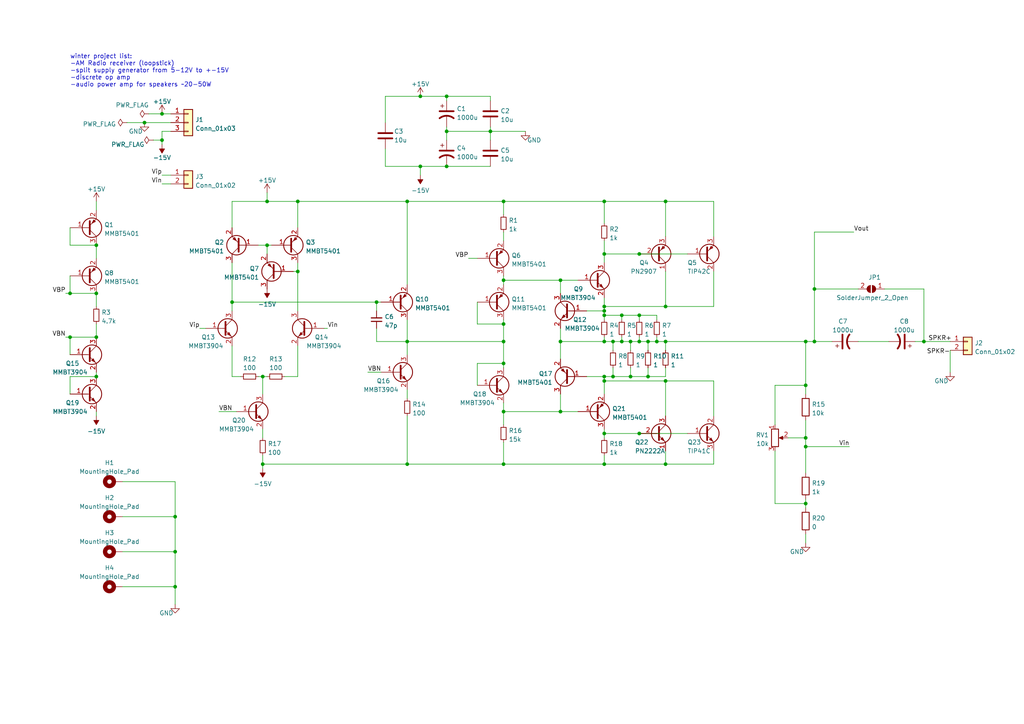
<source format=kicad_sch>
(kicad_sch (version 20211123) (generator eeschema)

  (uuid e63e39d7-6ac0-4ffd-8aa3-1841a4541b55)

  (paper "A4")

  (lib_symbols
    (symbol "Connector_Generic:Conn_01x02" (pin_names (offset 1.016) hide) (in_bom yes) (on_board yes)
      (property "Reference" "J" (id 0) (at 0 2.54 0)
        (effects (font (size 1.27 1.27)))
      )
      (property "Value" "Conn_01x02" (id 1) (at 0 -5.08 0)
        (effects (font (size 1.27 1.27)))
      )
      (property "Footprint" "" (id 2) (at 0 0 0)
        (effects (font (size 1.27 1.27)) hide)
      )
      (property "Datasheet" "~" (id 3) (at 0 0 0)
        (effects (font (size 1.27 1.27)) hide)
      )
      (property "ki_keywords" "connector" (id 4) (at 0 0 0)
        (effects (font (size 1.27 1.27)) hide)
      )
      (property "ki_description" "Generic connector, single row, 01x02, script generated (kicad-library-utils/schlib/autogen/connector/)" (id 5) (at 0 0 0)
        (effects (font (size 1.27 1.27)) hide)
      )
      (property "ki_fp_filters" "Connector*:*_1x??_*" (id 6) (at 0 0 0)
        (effects (font (size 1.27 1.27)) hide)
      )
      (symbol "Conn_01x02_1_1"
        (rectangle (start -1.27 -2.413) (end 0 -2.667)
          (stroke (width 0.1524) (type default) (color 0 0 0 0))
          (fill (type none))
        )
        (rectangle (start -1.27 0.127) (end 0 -0.127)
          (stroke (width 0.1524) (type default) (color 0 0 0 0))
          (fill (type none))
        )
        (rectangle (start -1.27 1.27) (end 1.27 -3.81)
          (stroke (width 0.254) (type default) (color 0 0 0 0))
          (fill (type background))
        )
        (pin passive line (at -5.08 0 0) (length 3.81)
          (name "Pin_1" (effects (font (size 1.27 1.27))))
          (number "1" (effects (font (size 1.27 1.27))))
        )
        (pin passive line (at -5.08 -2.54 0) (length 3.81)
          (name "Pin_2" (effects (font (size 1.27 1.27))))
          (number "2" (effects (font (size 1.27 1.27))))
        )
      )
    )
    (symbol "Connector_Generic:Conn_01x03" (pin_names (offset 1.016) hide) (in_bom yes) (on_board yes)
      (property "Reference" "J" (id 0) (at 0 5.08 0)
        (effects (font (size 1.27 1.27)))
      )
      (property "Value" "Conn_01x03" (id 1) (at 0 -5.08 0)
        (effects (font (size 1.27 1.27)))
      )
      (property "Footprint" "" (id 2) (at 0 0 0)
        (effects (font (size 1.27 1.27)) hide)
      )
      (property "Datasheet" "~" (id 3) (at 0 0 0)
        (effects (font (size 1.27 1.27)) hide)
      )
      (property "ki_keywords" "connector" (id 4) (at 0 0 0)
        (effects (font (size 1.27 1.27)) hide)
      )
      (property "ki_description" "Generic connector, single row, 01x03, script generated (kicad-library-utils/schlib/autogen/connector/)" (id 5) (at 0 0 0)
        (effects (font (size 1.27 1.27)) hide)
      )
      (property "ki_fp_filters" "Connector*:*_1x??_*" (id 6) (at 0 0 0)
        (effects (font (size 1.27 1.27)) hide)
      )
      (symbol "Conn_01x03_1_1"
        (rectangle (start -1.27 -2.413) (end 0 -2.667)
          (stroke (width 0.1524) (type default) (color 0 0 0 0))
          (fill (type none))
        )
        (rectangle (start -1.27 0.127) (end 0 -0.127)
          (stroke (width 0.1524) (type default) (color 0 0 0 0))
          (fill (type none))
        )
        (rectangle (start -1.27 2.667) (end 0 2.413)
          (stroke (width 0.1524) (type default) (color 0 0 0 0))
          (fill (type none))
        )
        (rectangle (start -1.27 3.81) (end 1.27 -3.81)
          (stroke (width 0.254) (type default) (color 0 0 0 0))
          (fill (type background))
        )
        (pin passive line (at -5.08 2.54 0) (length 3.81)
          (name "Pin_1" (effects (font (size 1.27 1.27))))
          (number "1" (effects (font (size 1.27 1.27))))
        )
        (pin passive line (at -5.08 0 0) (length 3.81)
          (name "Pin_2" (effects (font (size 1.27 1.27))))
          (number "2" (effects (font (size 1.27 1.27))))
        )
        (pin passive line (at -5.08 -2.54 0) (length 3.81)
          (name "Pin_3" (effects (font (size 1.27 1.27))))
          (number "3" (effects (font (size 1.27 1.27))))
        )
      )
    )
    (symbol "Device:C" (pin_numbers hide) (pin_names (offset 0.254)) (in_bom yes) (on_board yes)
      (property "Reference" "C" (id 0) (at 0.635 2.54 0)
        (effects (font (size 1.27 1.27)) (justify left))
      )
      (property "Value" "C" (id 1) (at 0.635 -2.54 0)
        (effects (font (size 1.27 1.27)) (justify left))
      )
      (property "Footprint" "" (id 2) (at 0.9652 -3.81 0)
        (effects (font (size 1.27 1.27)) hide)
      )
      (property "Datasheet" "~" (id 3) (at 0 0 0)
        (effects (font (size 1.27 1.27)) hide)
      )
      (property "ki_keywords" "cap capacitor" (id 4) (at 0 0 0)
        (effects (font (size 1.27 1.27)) hide)
      )
      (property "ki_description" "Unpolarized capacitor" (id 5) (at 0 0 0)
        (effects (font (size 1.27 1.27)) hide)
      )
      (property "ki_fp_filters" "C_*" (id 6) (at 0 0 0)
        (effects (font (size 1.27 1.27)) hide)
      )
      (symbol "C_0_1"
        (polyline
          (pts
            (xy -2.032 -0.762)
            (xy 2.032 -0.762)
          )
          (stroke (width 0.508) (type default) (color 0 0 0 0))
          (fill (type none))
        )
        (polyline
          (pts
            (xy -2.032 0.762)
            (xy 2.032 0.762)
          )
          (stroke (width 0.508) (type default) (color 0 0 0 0))
          (fill (type none))
        )
      )
      (symbol "C_1_1"
        (pin passive line (at 0 3.81 270) (length 2.794)
          (name "~" (effects (font (size 1.27 1.27))))
          (number "1" (effects (font (size 1.27 1.27))))
        )
        (pin passive line (at 0 -3.81 90) (length 2.794)
          (name "~" (effects (font (size 1.27 1.27))))
          (number "2" (effects (font (size 1.27 1.27))))
        )
      )
    )
    (symbol "Device:C_Polarized_US" (pin_numbers hide) (pin_names (offset 0.254) hide) (in_bom yes) (on_board yes)
      (property "Reference" "C" (id 0) (at 0.635 2.54 0)
        (effects (font (size 1.27 1.27)) (justify left))
      )
      (property "Value" "C_Polarized_US" (id 1) (at 0.635 -2.54 0)
        (effects (font (size 1.27 1.27)) (justify left))
      )
      (property "Footprint" "" (id 2) (at 0 0 0)
        (effects (font (size 1.27 1.27)) hide)
      )
      (property "Datasheet" "~" (id 3) (at 0 0 0)
        (effects (font (size 1.27 1.27)) hide)
      )
      (property "ki_keywords" "cap capacitor" (id 4) (at 0 0 0)
        (effects (font (size 1.27 1.27)) hide)
      )
      (property "ki_description" "Polarized capacitor, US symbol" (id 5) (at 0 0 0)
        (effects (font (size 1.27 1.27)) hide)
      )
      (property "ki_fp_filters" "CP_*" (id 6) (at 0 0 0)
        (effects (font (size 1.27 1.27)) hide)
      )
      (symbol "C_Polarized_US_0_1"
        (polyline
          (pts
            (xy -2.032 0.762)
            (xy 2.032 0.762)
          )
          (stroke (width 0.508) (type default) (color 0 0 0 0))
          (fill (type none))
        )
        (polyline
          (pts
            (xy -1.778 2.286)
            (xy -0.762 2.286)
          )
          (stroke (width 0) (type default) (color 0 0 0 0))
          (fill (type none))
        )
        (polyline
          (pts
            (xy -1.27 1.778)
            (xy -1.27 2.794)
          )
          (stroke (width 0) (type default) (color 0 0 0 0))
          (fill (type none))
        )
        (arc (start 2.032 -1.27) (mid 0 -0.5572) (end -2.032 -1.27)
          (stroke (width 0.508) (type default) (color 0 0 0 0))
          (fill (type none))
        )
      )
      (symbol "C_Polarized_US_1_1"
        (pin passive line (at 0 3.81 270) (length 2.794)
          (name "~" (effects (font (size 1.27 1.27))))
          (number "1" (effects (font (size 1.27 1.27))))
        )
        (pin passive line (at 0 -3.81 90) (length 3.302)
          (name "~" (effects (font (size 1.27 1.27))))
          (number "2" (effects (font (size 1.27 1.27))))
        )
      )
    )
    (symbol "Device:C_Small" (pin_numbers hide) (pin_names (offset 0.254) hide) (in_bom yes) (on_board yes)
      (property "Reference" "C" (id 0) (at 0.254 1.778 0)
        (effects (font (size 1.27 1.27)) (justify left))
      )
      (property "Value" "C_Small" (id 1) (at 0.254 -2.032 0)
        (effects (font (size 1.27 1.27)) (justify left))
      )
      (property "Footprint" "" (id 2) (at 0 0 0)
        (effects (font (size 1.27 1.27)) hide)
      )
      (property "Datasheet" "~" (id 3) (at 0 0 0)
        (effects (font (size 1.27 1.27)) hide)
      )
      (property "ki_keywords" "capacitor cap" (id 4) (at 0 0 0)
        (effects (font (size 1.27 1.27)) hide)
      )
      (property "ki_description" "Unpolarized capacitor, small symbol" (id 5) (at 0 0 0)
        (effects (font (size 1.27 1.27)) hide)
      )
      (property "ki_fp_filters" "C_*" (id 6) (at 0 0 0)
        (effects (font (size 1.27 1.27)) hide)
      )
      (symbol "C_Small_0_1"
        (polyline
          (pts
            (xy -1.524 -0.508)
            (xy 1.524 -0.508)
          )
          (stroke (width 0.3302) (type default) (color 0 0 0 0))
          (fill (type none))
        )
        (polyline
          (pts
            (xy -1.524 0.508)
            (xy 1.524 0.508)
          )
          (stroke (width 0.3048) (type default) (color 0 0 0 0))
          (fill (type none))
        )
      )
      (symbol "C_Small_1_1"
        (pin passive line (at 0 2.54 270) (length 2.032)
          (name "~" (effects (font (size 1.27 1.27))))
          (number "1" (effects (font (size 1.27 1.27))))
        )
        (pin passive line (at 0 -2.54 90) (length 2.032)
          (name "~" (effects (font (size 1.27 1.27))))
          (number "2" (effects (font (size 1.27 1.27))))
        )
      )
    )
    (symbol "Device:R" (pin_numbers hide) (pin_names (offset 0)) (in_bom yes) (on_board yes)
      (property "Reference" "R" (id 0) (at 2.032 0 90)
        (effects (font (size 1.27 1.27)))
      )
      (property "Value" "R" (id 1) (at 0 0 90)
        (effects (font (size 1.27 1.27)))
      )
      (property "Footprint" "" (id 2) (at -1.778 0 90)
        (effects (font (size 1.27 1.27)) hide)
      )
      (property "Datasheet" "~" (id 3) (at 0 0 0)
        (effects (font (size 1.27 1.27)) hide)
      )
      (property "ki_keywords" "R res resistor" (id 4) (at 0 0 0)
        (effects (font (size 1.27 1.27)) hide)
      )
      (property "ki_description" "Resistor" (id 5) (at 0 0 0)
        (effects (font (size 1.27 1.27)) hide)
      )
      (property "ki_fp_filters" "R_*" (id 6) (at 0 0 0)
        (effects (font (size 1.27 1.27)) hide)
      )
      (symbol "R_0_1"
        (rectangle (start -1.016 -2.54) (end 1.016 2.54)
          (stroke (width 0.254) (type default) (color 0 0 0 0))
          (fill (type none))
        )
      )
      (symbol "R_1_1"
        (pin passive line (at 0 3.81 270) (length 1.27)
          (name "~" (effects (font (size 1.27 1.27))))
          (number "1" (effects (font (size 1.27 1.27))))
        )
        (pin passive line (at 0 -3.81 90) (length 1.27)
          (name "~" (effects (font (size 1.27 1.27))))
          (number "2" (effects (font (size 1.27 1.27))))
        )
      )
    )
    (symbol "Device:R_Potentiometer" (pin_names (offset 1.016) hide) (in_bom yes) (on_board yes)
      (property "Reference" "RV" (id 0) (at -4.445 0 90)
        (effects (font (size 1.27 1.27)))
      )
      (property "Value" "R_Potentiometer" (id 1) (at -2.54 0 90)
        (effects (font (size 1.27 1.27)))
      )
      (property "Footprint" "" (id 2) (at 0 0 0)
        (effects (font (size 1.27 1.27)) hide)
      )
      (property "Datasheet" "~" (id 3) (at 0 0 0)
        (effects (font (size 1.27 1.27)) hide)
      )
      (property "ki_keywords" "resistor variable" (id 4) (at 0 0 0)
        (effects (font (size 1.27 1.27)) hide)
      )
      (property "ki_description" "Potentiometer" (id 5) (at 0 0 0)
        (effects (font (size 1.27 1.27)) hide)
      )
      (property "ki_fp_filters" "Potentiometer*" (id 6) (at 0 0 0)
        (effects (font (size 1.27 1.27)) hide)
      )
      (symbol "R_Potentiometer_0_1"
        (polyline
          (pts
            (xy 2.54 0)
            (xy 1.524 0)
          )
          (stroke (width 0) (type default) (color 0 0 0 0))
          (fill (type none))
        )
        (polyline
          (pts
            (xy 1.143 0)
            (xy 2.286 0.508)
            (xy 2.286 -0.508)
            (xy 1.143 0)
          )
          (stroke (width 0) (type default) (color 0 0 0 0))
          (fill (type outline))
        )
        (rectangle (start 1.016 2.54) (end -1.016 -2.54)
          (stroke (width 0.254) (type default) (color 0 0 0 0))
          (fill (type none))
        )
      )
      (symbol "R_Potentiometer_1_1"
        (pin passive line (at 0 3.81 270) (length 1.27)
          (name "1" (effects (font (size 1.27 1.27))))
          (number "1" (effects (font (size 1.27 1.27))))
        )
        (pin passive line (at 3.81 0 180) (length 1.27)
          (name "2" (effects (font (size 1.27 1.27))))
          (number "2" (effects (font (size 1.27 1.27))))
        )
        (pin passive line (at 0 -3.81 90) (length 1.27)
          (name "3" (effects (font (size 1.27 1.27))))
          (number "3" (effects (font (size 1.27 1.27))))
        )
      )
    )
    (symbol "Device:R_Small" (pin_numbers hide) (pin_names (offset 0.254) hide) (in_bom yes) (on_board yes)
      (property "Reference" "R" (id 0) (at 0.762 0.508 0)
        (effects (font (size 1.27 1.27)) (justify left))
      )
      (property "Value" "R_Small" (id 1) (at 0.762 -1.016 0)
        (effects (font (size 1.27 1.27)) (justify left))
      )
      (property "Footprint" "" (id 2) (at 0 0 0)
        (effects (font (size 1.27 1.27)) hide)
      )
      (property "Datasheet" "~" (id 3) (at 0 0 0)
        (effects (font (size 1.27 1.27)) hide)
      )
      (property "ki_keywords" "R resistor" (id 4) (at 0 0 0)
        (effects (font (size 1.27 1.27)) hide)
      )
      (property "ki_description" "Resistor, small symbol" (id 5) (at 0 0 0)
        (effects (font (size 1.27 1.27)) hide)
      )
      (property "ki_fp_filters" "R_*" (id 6) (at 0 0 0)
        (effects (font (size 1.27 1.27)) hide)
      )
      (symbol "R_Small_0_1"
        (rectangle (start -0.762 1.778) (end 0.762 -1.778)
          (stroke (width 0.2032) (type default) (color 0 0 0 0))
          (fill (type none))
        )
      )
      (symbol "R_Small_1_1"
        (pin passive line (at 0 2.54 270) (length 0.762)
          (name "~" (effects (font (size 1.27 1.27))))
          (number "1" (effects (font (size 1.27 1.27))))
        )
        (pin passive line (at 0 -2.54 90) (length 0.762)
          (name "~" (effects (font (size 1.27 1.27))))
          (number "2" (effects (font (size 1.27 1.27))))
        )
      )
    )
    (symbol "Jumper:SolderJumper_2_Open" (pin_names (offset 0) hide) (in_bom yes) (on_board yes)
      (property "Reference" "JP" (id 0) (at 0 2.032 0)
        (effects (font (size 1.27 1.27)))
      )
      (property "Value" "SolderJumper_2_Open" (id 1) (at 0 -2.54 0)
        (effects (font (size 1.27 1.27)))
      )
      (property "Footprint" "" (id 2) (at 0 0 0)
        (effects (font (size 1.27 1.27)) hide)
      )
      (property "Datasheet" "~" (id 3) (at 0 0 0)
        (effects (font (size 1.27 1.27)) hide)
      )
      (property "ki_keywords" "solder jumper SPST" (id 4) (at 0 0 0)
        (effects (font (size 1.27 1.27)) hide)
      )
      (property "ki_description" "Solder Jumper, 2-pole, open" (id 5) (at 0 0 0)
        (effects (font (size 1.27 1.27)) hide)
      )
      (property "ki_fp_filters" "SolderJumper*Open*" (id 6) (at 0 0 0)
        (effects (font (size 1.27 1.27)) hide)
      )
      (symbol "SolderJumper_2_Open_0_1"
        (arc (start -0.254 1.016) (mid -1.27 0) (end -0.254 -1.016)
          (stroke (width 0) (type default) (color 0 0 0 0))
          (fill (type none))
        )
        (arc (start -0.254 1.016) (mid -1.27 0) (end -0.254 -1.016)
          (stroke (width 0) (type default) (color 0 0 0 0))
          (fill (type outline))
        )
        (polyline
          (pts
            (xy -0.254 1.016)
            (xy -0.254 -1.016)
          )
          (stroke (width 0) (type default) (color 0 0 0 0))
          (fill (type none))
        )
        (polyline
          (pts
            (xy 0.254 1.016)
            (xy 0.254 -1.016)
          )
          (stroke (width 0) (type default) (color 0 0 0 0))
          (fill (type none))
        )
        (arc (start 0.254 -1.016) (mid 1.27 0) (end 0.254 1.016)
          (stroke (width 0) (type default) (color 0 0 0 0))
          (fill (type none))
        )
        (arc (start 0.254 -1.016) (mid 1.27 0) (end 0.254 1.016)
          (stroke (width 0) (type default) (color 0 0 0 0))
          (fill (type outline))
        )
      )
      (symbol "SolderJumper_2_Open_1_1"
        (pin passive line (at -3.81 0 0) (length 2.54)
          (name "A" (effects (font (size 1.27 1.27))))
          (number "1" (effects (font (size 1.27 1.27))))
        )
        (pin passive line (at 3.81 0 180) (length 2.54)
          (name "B" (effects (font (size 1.27 1.27))))
          (number "2" (effects (font (size 1.27 1.27))))
        )
      )
    )
    (symbol "Mechanical:MountingHole_Pad" (pin_numbers hide) (pin_names (offset 1.016) hide) (in_bom yes) (on_board yes)
      (property "Reference" "H" (id 0) (at 0 6.35 0)
        (effects (font (size 1.27 1.27)))
      )
      (property "Value" "MountingHole_Pad" (id 1) (at 0 4.445 0)
        (effects (font (size 1.27 1.27)))
      )
      (property "Footprint" "" (id 2) (at 0 0 0)
        (effects (font (size 1.27 1.27)) hide)
      )
      (property "Datasheet" "~" (id 3) (at 0 0 0)
        (effects (font (size 1.27 1.27)) hide)
      )
      (property "ki_keywords" "mounting hole" (id 4) (at 0 0 0)
        (effects (font (size 1.27 1.27)) hide)
      )
      (property "ki_description" "Mounting Hole with connection" (id 5) (at 0 0 0)
        (effects (font (size 1.27 1.27)) hide)
      )
      (property "ki_fp_filters" "MountingHole*Pad*" (id 6) (at 0 0 0)
        (effects (font (size 1.27 1.27)) hide)
      )
      (symbol "MountingHole_Pad_0_1"
        (circle (center 0 1.27) (radius 1.27)
          (stroke (width 1.27) (type default) (color 0 0 0 0))
          (fill (type none))
        )
      )
      (symbol "MountingHole_Pad_1_1"
        (pin input line (at 0 -2.54 90) (length 2.54)
          (name "1" (effects (font (size 1.27 1.27))))
          (number "1" (effects (font (size 1.27 1.27))))
        )
      )
    )
    (symbol "Transistor_BJT:PN2222A" (pin_names (offset 0) hide) (in_bom yes) (on_board yes)
      (property "Reference" "Q" (id 0) (at 5.08 1.905 0)
        (effects (font (size 1.27 1.27)) (justify left))
      )
      (property "Value" "PN2222A" (id 1) (at 5.08 0 0)
        (effects (font (size 1.27 1.27)) (justify left))
      )
      (property "Footprint" "Package_TO_SOT_THT:TO-92_Inline" (id 2) (at 5.08 -1.905 0)
        (effects (font (size 1.27 1.27) italic) (justify left) hide)
      )
      (property "Datasheet" "https://www.onsemi.com/pub/Collateral/PN2222-D.PDF" (id 3) (at 0 0 0)
        (effects (font (size 1.27 1.27)) (justify left) hide)
      )
      (property "ki_keywords" "NPN Transistor" (id 4) (at 0 0 0)
        (effects (font (size 1.27 1.27)) hide)
      )
      (property "ki_description" "1A Ic, 40V Vce, NPN Transistor, General Purpose Transistor, TO-92" (id 5) (at 0 0 0)
        (effects (font (size 1.27 1.27)) hide)
      )
      (property "ki_fp_filters" "TO?92*" (id 6) (at 0 0 0)
        (effects (font (size 1.27 1.27)) hide)
      )
      (symbol "PN2222A_0_1"
        (polyline
          (pts
            (xy 0 0)
            (xy 0.635 0)
          )
          (stroke (width 0) (type default) (color 0 0 0 0))
          (fill (type none))
        )
        (polyline
          (pts
            (xy 2.54 -2.54)
            (xy 0.635 -0.635)
          )
          (stroke (width 0) (type default) (color 0 0 0 0))
          (fill (type none))
        )
        (polyline
          (pts
            (xy 2.54 2.54)
            (xy 0.635 0.635)
          )
          (stroke (width 0) (type default) (color 0 0 0 0))
          (fill (type none))
        )
        (polyline
          (pts
            (xy 0.635 1.905)
            (xy 0.635 -1.905)
            (xy 0.635 -1.905)
          )
          (stroke (width 0.508) (type default) (color 0 0 0 0))
          (fill (type none))
        )
        (polyline
          (pts
            (xy 2.413 -2.413)
            (xy 1.905 -1.905)
            (xy 1.905 -1.905)
          )
          (stroke (width 0) (type default) (color 0 0 0 0))
          (fill (type none))
        )
        (polyline
          (pts
            (xy 1.143 -1.651)
            (xy 1.651 -1.143)
            (xy 2.159 -2.159)
            (xy 1.143 -1.651)
            (xy 1.143 -1.651)
          )
          (stroke (width 0) (type default) (color 0 0 0 0))
          (fill (type outline))
        )
        (circle (center 1.27 0) (radius 2.8194)
          (stroke (width 0.254) (type default) (color 0 0 0 0))
          (fill (type none))
        )
      )
      (symbol "PN2222A_1_1"
        (pin passive line (at 2.54 -5.08 90) (length 2.54)
          (name "E" (effects (font (size 1.27 1.27))))
          (number "1" (effects (font (size 1.27 1.27))))
        )
        (pin input line (at -5.08 0 0) (length 5.08)
          (name "B" (effects (font (size 1.27 1.27))))
          (number "2" (effects (font (size 1.27 1.27))))
        )
        (pin passive line (at 2.54 5.08 270) (length 2.54)
          (name "C" (effects (font (size 1.27 1.27))))
          (number "3" (effects (font (size 1.27 1.27))))
        )
      )
    )
    (symbol "Transistor_BJT:TIP41C" (pin_names (offset 0) hide) (in_bom yes) (on_board yes)
      (property "Reference" "Q" (id 0) (at 6.35 1.905 0)
        (effects (font (size 1.27 1.27)) (justify left))
      )
      (property "Value" "TIP41C" (id 1) (at 6.35 0 0)
        (effects (font (size 1.27 1.27)) (justify left))
      )
      (property "Footprint" "Package_TO_SOT_THT:TO-220-3_Vertical" (id 2) (at 6.35 -1.905 0)
        (effects (font (size 1.27 1.27) italic) (justify left) hide)
      )
      (property "Datasheet" "https://www.centralsemi.com/get_document.php?cmp=1&mergetype=pd&mergepath=pd&pdf_id=tip41.PDF" (id 3) (at 0 0 0)
        (effects (font (size 1.27 1.27)) (justify left) hide)
      )
      (property "ki_keywords" "power NPN Transistor" (id 4) (at 0 0 0)
        (effects (font (size 1.27 1.27)) hide)
      )
      (property "ki_description" "6A Ic, 100V Vce, Power NPN Transistor, TO-220" (id 5) (at 0 0 0)
        (effects (font (size 1.27 1.27)) hide)
      )
      (property "ki_fp_filters" "TO?220*" (id 6) (at 0 0 0)
        (effects (font (size 1.27 1.27)) hide)
      )
      (symbol "TIP41C_0_1"
        (polyline
          (pts
            (xy 0.635 0.635)
            (xy 2.54 2.54)
          )
          (stroke (width 0) (type default) (color 0 0 0 0))
          (fill (type none))
        )
        (polyline
          (pts
            (xy 0.635 -0.635)
            (xy 2.54 -2.54)
            (xy 2.54 -2.54)
          )
          (stroke (width 0) (type default) (color 0 0 0 0))
          (fill (type none))
        )
        (polyline
          (pts
            (xy 0.635 1.905)
            (xy 0.635 -1.905)
            (xy 0.635 -1.905)
          )
          (stroke (width 0.508) (type default) (color 0 0 0 0))
          (fill (type none))
        )
        (polyline
          (pts
            (xy 1.27 -1.778)
            (xy 1.778 -1.27)
            (xy 2.286 -2.286)
            (xy 1.27 -1.778)
            (xy 1.27 -1.778)
          )
          (stroke (width 0) (type default) (color 0 0 0 0))
          (fill (type outline))
        )
        (circle (center 1.27 0) (radius 2.8194)
          (stroke (width 0.254) (type default) (color 0 0 0 0))
          (fill (type none))
        )
      )
      (symbol "TIP41C_1_1"
        (pin input line (at -5.08 0 0) (length 5.715)
          (name "B" (effects (font (size 1.27 1.27))))
          (number "1" (effects (font (size 1.27 1.27))))
        )
        (pin passive line (at 2.54 5.08 270) (length 2.54)
          (name "C" (effects (font (size 1.27 1.27))))
          (number "2" (effects (font (size 1.27 1.27))))
        )
        (pin passive line (at 2.54 -5.08 90) (length 2.54)
          (name "E" (effects (font (size 1.27 1.27))))
          (number "3" (effects (font (size 1.27 1.27))))
        )
      )
    )
    (symbol "Transistor_BJT:TIP42C" (pin_names (offset 0) hide) (in_bom yes) (on_board yes)
      (property "Reference" "Q" (id 0) (at 6.35 1.905 0)
        (effects (font (size 1.27 1.27)) (justify left))
      )
      (property "Value" "TIP42C" (id 1) (at 6.35 0 0)
        (effects (font (size 1.27 1.27)) (justify left))
      )
      (property "Footprint" "Package_TO_SOT_THT:TO-220-3_Vertical" (id 2) (at 6.35 -1.905 0)
        (effects (font (size 1.27 1.27) italic) (justify left) hide)
      )
      (property "Datasheet" "https://www.centralsemi.com/get_document.php?cmp=1&mergetype=pd&mergepath=pd&pdf_id=TIP42.PDF" (id 3) (at 0 0 0)
        (effects (font (size 1.27 1.27)) (justify left) hide)
      )
      (property "ki_keywords" "power PNP Transistor" (id 4) (at 0 0 0)
        (effects (font (size 1.27 1.27)) hide)
      )
      (property "ki_description" "-6A Ic, -100V Vce, Power PNP Transistor, TO-220" (id 5) (at 0 0 0)
        (effects (font (size 1.27 1.27)) hide)
      )
      (property "ki_fp_filters" "TO?220*" (id 6) (at 0 0 0)
        (effects (font (size 1.27 1.27)) hide)
      )
      (symbol "TIP42C_0_1"
        (polyline
          (pts
            (xy 0.635 0.635)
            (xy 2.54 2.54)
          )
          (stroke (width 0) (type default) (color 0 0 0 0))
          (fill (type none))
        )
        (polyline
          (pts
            (xy 0.635 -0.635)
            (xy 2.54 -2.54)
            (xy 2.54 -2.54)
          )
          (stroke (width 0) (type default) (color 0 0 0 0))
          (fill (type none))
        )
        (polyline
          (pts
            (xy 0.635 1.905)
            (xy 0.635 -1.905)
            (xy 0.635 -1.905)
          )
          (stroke (width 0.508) (type default) (color 0 0 0 0))
          (fill (type none))
        )
        (polyline
          (pts
            (xy 2.286 -1.778)
            (xy 1.778 -2.286)
            (xy 1.27 -1.27)
            (xy 2.286 -1.778)
            (xy 2.286 -1.778)
          )
          (stroke (width 0) (type default) (color 0 0 0 0))
          (fill (type outline))
        )
        (circle (center 1.27 0) (radius 2.8194)
          (stroke (width 0.254) (type default) (color 0 0 0 0))
          (fill (type none))
        )
      )
      (symbol "TIP42C_1_1"
        (pin input line (at -5.08 0 0) (length 5.715)
          (name "B" (effects (font (size 1.27 1.27))))
          (number "1" (effects (font (size 1.27 1.27))))
        )
        (pin passive line (at 2.54 5.08 270) (length 2.54)
          (name "C" (effects (font (size 1.27 1.27))))
          (number "2" (effects (font (size 1.27 1.27))))
        )
        (pin passive line (at 2.54 -5.08 90) (length 2.54)
          (name "E" (effects (font (size 1.27 1.27))))
          (number "3" (effects (font (size 1.27 1.27))))
        )
      )
    )
    (symbol "components_2:MMBT5401" (pin_names hide) (in_bom yes) (on_board yes)
      (property "Reference" "Q" (id 0) (at -7.62 10.16 0)
        (effects (font (size 1.27 1.27)))
      )
      (property "Value" "MMBT5401" (id 1) (at -7.62 7.62 0)
        (effects (font (size 1.27 1.27)))
      )
      (property "Footprint" "" (id 2) (at 0 0 0)
        (effects (font (size 1.27 1.27)) hide)
      )
      (property "Datasheet" "" (id 3) (at 0 0 0)
        (effects (font (size 1.27 1.27)) hide)
      )
      (symbol "MMBT5401_0_1"
        (polyline
          (pts
            (xy -0.635 0.635)
            (xy 1.27 2.54)
          )
          (stroke (width 0) (type default) (color 0 0 0 0))
          (fill (type none))
        )
        (polyline
          (pts
            (xy -0.635 -0.635)
            (xy 1.27 -2.54)
            (xy 1.27 -2.54)
          )
          (stroke (width 0) (type default) (color 0 0 0 0))
          (fill (type none))
        )
        (polyline
          (pts
            (xy -0.635 1.905)
            (xy -0.635 -1.905)
            (xy -0.635 -1.905)
          )
          (stroke (width 0.508) (type default) (color 0 0 0 0))
          (fill (type none))
        )
        (polyline
          (pts
            (xy 1.016 -1.778)
            (xy 0.508 -2.286)
            (xy 0 -1.27)
            (xy 1.016 -1.778)
            (xy 1.016 -1.778)
          )
          (stroke (width 0) (type default) (color 0 0 0 0))
          (fill (type outline))
        )
        (circle (center 0 0) (radius 2.8194)
          (stroke (width 0.254) (type default) (color 0 0 0 0))
          (fill (type none))
        )
      )
      (symbol "MMBT5401_1_1"
        (pin input line (at -6.35 0 0) (length 5.715)
          (name "B" (effects (font (size 1.27 1.27))))
          (number "1" (effects (font (size 1.27 1.27))))
        )
        (pin passive line (at 1.27 -5.08 90) (length 2.54)
          (name "E" (effects (font (size 1.27 1.27))))
          (number "2" (effects (font (size 1.27 1.27))))
        )
        (pin passive line (at 1.27 5.08 270) (length 2.54)
          (name "C" (effects (font (size 1.27 1.27))))
          (number "3" (effects (font (size 1.27 1.27))))
        )
      )
    )
    (symbol "components_2:MMST2222A" (pin_names hide) (in_bom yes) (on_board yes)
      (property "Reference" "Q" (id 0) (at 0 13.97 0)
        (effects (font (size 1.27 1.27)))
      )
      (property "Value" "MMST2222A" (id 1) (at 0 11.43 0)
        (effects (font (size 1.27 1.27)))
      )
      (property "Footprint" "" (id 2) (at -7.62 3.81 0)
        (effects (font (size 1.27 1.27)) hide)
      )
      (property "Datasheet" "" (id 3) (at -7.62 3.81 0)
        (effects (font (size 1.27 1.27)) hide)
      )
      (symbol "MMST2222A_0_1"
        (polyline
          (pts
            (xy -1.27 0)
            (xy -0.635 0)
          )
          (stroke (width 0) (type default) (color 0 0 0 0))
          (fill (type none))
        )
        (polyline
          (pts
            (xy 1.27 -2.54)
            (xy -0.635 -0.635)
          )
          (stroke (width 0) (type default) (color 0 0 0 0))
          (fill (type none))
        )
        (polyline
          (pts
            (xy 1.27 2.54)
            (xy -0.635 0.635)
          )
          (stroke (width 0) (type default) (color 0 0 0 0))
          (fill (type none))
        )
        (polyline
          (pts
            (xy -0.635 1.905)
            (xy -0.635 -1.905)
            (xy -0.635 -1.905)
          )
          (stroke (width 0.508) (type default) (color 0 0 0 0))
          (fill (type none))
        )
        (polyline
          (pts
            (xy 1.016 -2.286)
            (xy 0.508 -1.778)
            (xy 0.508 -1.778)
          )
          (stroke (width 0) (type default) (color 0 0 0 0))
          (fill (type none))
        )
        (polyline
          (pts
            (xy -0.127 -1.651)
            (xy 0.381 -1.143)
            (xy 0.889 -2.159)
            (xy -0.127 -1.651)
            (xy -0.127 -1.651)
          )
          (stroke (width 0) (type default) (color 0 0 0 0))
          (fill (type outline))
        )
        (circle (center 0 0) (radius 2.8194)
          (stroke (width 0.254) (type default) (color 0 0 0 0))
          (fill (type none))
        )
      )
      (symbol "MMST2222A_1_1"
        (pin input line (at -6.35 0 0) (length 5.08)
          (name "B" (effects (font (size 1.27 1.27))))
          (number "1" (effects (font (size 1.27 1.27))))
        )
        (pin passive line (at 1.27 -5.08 90) (length 2.54)
          (name "E" (effects (font (size 1.27 1.27))))
          (number "2" (effects (font (size 1.27 1.27))))
        )
        (pin passive line (at 1.27 5.08 270) (length 2.54)
          (name "C" (effects (font (size 1.27 1.27))))
          (number "3" (effects (font (size 1.27 1.27))))
        )
      )
    )
    (symbol "components_2:PN2907" (pin_names hide) (in_bom yes) (on_board yes)
      (property "Reference" "Q" (id 0) (at -7.62 7.62 0)
        (effects (font (size 1.27 1.27)))
      )
      (property "Value" "PN2907" (id 1) (at -5.08 5.08 0)
        (effects (font (size 1.27 1.27)))
      )
      (property "Footprint" "" (id 2) (at 0 0 0)
        (effects (font (size 1.27 1.27)) hide)
      )
      (property "Datasheet" "" (id 3) (at 0 0 0)
        (effects (font (size 1.27 1.27)) hide)
      )
      (symbol "PN2907_0_1"
        (polyline
          (pts
            (xy 0.635 0.635)
            (xy 2.54 2.54)
          )
          (stroke (width 0) (type default) (color 0 0 0 0))
          (fill (type none))
        )
        (polyline
          (pts
            (xy 0.635 -0.635)
            (xy 2.54 -2.54)
            (xy 2.54 -2.54)
          )
          (stroke (width 0) (type default) (color 0 0 0 0))
          (fill (type none))
        )
        (polyline
          (pts
            (xy 0.635 1.905)
            (xy 0.635 -1.905)
            (xy 0.635 -1.905)
          )
          (stroke (width 0.508) (type default) (color 0 0 0 0))
          (fill (type none))
        )
        (polyline
          (pts
            (xy 2.286 -1.778)
            (xy 1.778 -2.286)
            (xy 1.27 -1.27)
            (xy 2.286 -1.778)
            (xy 2.286 -1.778)
          )
          (stroke (width 0) (type default) (color 0 0 0 0))
          (fill (type outline))
        )
        (circle (center 1.27 0) (radius 2.8194)
          (stroke (width 0.254) (type default) (color 0 0 0 0))
          (fill (type none))
        )
      )
      (symbol "PN2907_1_1"
        (pin passive line (at 2.54 5.08 270) (length 2.54)
          (name "C" (effects (font (size 1.27 1.27))))
          (number "1" (effects (font (size 1.27 1.27))))
        )
        (pin input line (at -5.08 0 0) (length 5.715)
          (name "B" (effects (font (size 1.27 1.27))))
          (number "2" (effects (font (size 1.27 1.27))))
        )
        (pin passive line (at 2.54 -5.08 90) (length 2.54)
          (name "E" (effects (font (size 1.27 1.27))))
          (number "3" (effects (font (size 1.27 1.27))))
        )
      )
    )
    (symbol "power:+15V" (power) (pin_names (offset 0)) (in_bom yes) (on_board yes)
      (property "Reference" "#PWR" (id 0) (at 0 -3.81 0)
        (effects (font (size 1.27 1.27)) hide)
      )
      (property "Value" "+15V" (id 1) (at 0 3.556 0)
        (effects (font (size 1.27 1.27)))
      )
      (property "Footprint" "" (id 2) (at 0 0 0)
        (effects (font (size 1.27 1.27)) hide)
      )
      (property "Datasheet" "" (id 3) (at 0 0 0)
        (effects (font (size 1.27 1.27)) hide)
      )
      (property "ki_keywords" "power-flag" (id 4) (at 0 0 0)
        (effects (font (size 1.27 1.27)) hide)
      )
      (property "ki_description" "Power symbol creates a global label with name \"+15V\"" (id 5) (at 0 0 0)
        (effects (font (size 1.27 1.27)) hide)
      )
      (symbol "+15V_0_1"
        (polyline
          (pts
            (xy -0.762 1.27)
            (xy 0 2.54)
          )
          (stroke (width 0) (type default) (color 0 0 0 0))
          (fill (type none))
        )
        (polyline
          (pts
            (xy 0 0)
            (xy 0 2.54)
          )
          (stroke (width 0) (type default) (color 0 0 0 0))
          (fill (type none))
        )
        (polyline
          (pts
            (xy 0 2.54)
            (xy 0.762 1.27)
          )
          (stroke (width 0) (type default) (color 0 0 0 0))
          (fill (type none))
        )
      )
      (symbol "+15V_1_1"
        (pin power_in line (at 0 0 90) (length 0) hide
          (name "+15V" (effects (font (size 1.27 1.27))))
          (number "1" (effects (font (size 1.27 1.27))))
        )
      )
    )
    (symbol "power:-15V" (power) (pin_names (offset 0)) (in_bom yes) (on_board yes)
      (property "Reference" "#PWR" (id 0) (at 0 2.54 0)
        (effects (font (size 1.27 1.27)) hide)
      )
      (property "Value" "-15V" (id 1) (at 0 3.81 0)
        (effects (font (size 1.27 1.27)))
      )
      (property "Footprint" "" (id 2) (at 0 0 0)
        (effects (font (size 1.27 1.27)) hide)
      )
      (property "Datasheet" "" (id 3) (at 0 0 0)
        (effects (font (size 1.27 1.27)) hide)
      )
      (property "ki_keywords" "power-flag" (id 4) (at 0 0 0)
        (effects (font (size 1.27 1.27)) hide)
      )
      (property "ki_description" "Power symbol creates a global label with name \"-15V\"" (id 5) (at 0 0 0)
        (effects (font (size 1.27 1.27)) hide)
      )
      (symbol "-15V_0_0"
        (pin power_in line (at 0 0 90) (length 0) hide
          (name "-15V" (effects (font (size 1.27 1.27))))
          (number "1" (effects (font (size 1.27 1.27))))
        )
      )
      (symbol "-15V_0_1"
        (polyline
          (pts
            (xy 0 0)
            (xy 0 1.27)
            (xy 0.762 1.27)
            (xy 0 2.54)
            (xy -0.762 1.27)
            (xy 0 1.27)
          )
          (stroke (width 0) (type default) (color 0 0 0 0))
          (fill (type outline))
        )
      )
    )
    (symbol "power:GND" (power) (pin_names (offset 0)) (in_bom yes) (on_board yes)
      (property "Reference" "#PWR" (id 0) (at 0 -6.35 0)
        (effects (font (size 1.27 1.27)) hide)
      )
      (property "Value" "GND" (id 1) (at 0 -3.81 0)
        (effects (font (size 1.27 1.27)))
      )
      (property "Footprint" "" (id 2) (at 0 0 0)
        (effects (font (size 1.27 1.27)) hide)
      )
      (property "Datasheet" "" (id 3) (at 0 0 0)
        (effects (font (size 1.27 1.27)) hide)
      )
      (property "ki_keywords" "power-flag" (id 4) (at 0 0 0)
        (effects (font (size 1.27 1.27)) hide)
      )
      (property "ki_description" "Power symbol creates a global label with name \"GND\" , ground" (id 5) (at 0 0 0)
        (effects (font (size 1.27 1.27)) hide)
      )
      (symbol "GND_0_1"
        (polyline
          (pts
            (xy 0 0)
            (xy 0 -1.27)
            (xy 1.27 -1.27)
            (xy 0 -2.54)
            (xy -1.27 -1.27)
            (xy 0 -1.27)
          )
          (stroke (width 0) (type default) (color 0 0 0 0))
          (fill (type none))
        )
      )
      (symbol "GND_1_1"
        (pin power_in line (at 0 0 270) (length 0) hide
          (name "GND" (effects (font (size 1.27 1.27))))
          (number "1" (effects (font (size 1.27 1.27))))
        )
      )
    )
    (symbol "power:PWR_FLAG" (power) (pin_numbers hide) (pin_names (offset 0) hide) (in_bom yes) (on_board yes)
      (property "Reference" "#FLG" (id 0) (at 0 1.905 0)
        (effects (font (size 1.27 1.27)) hide)
      )
      (property "Value" "PWR_FLAG" (id 1) (at 0 3.81 0)
        (effects (font (size 1.27 1.27)))
      )
      (property "Footprint" "" (id 2) (at 0 0 0)
        (effects (font (size 1.27 1.27)) hide)
      )
      (property "Datasheet" "~" (id 3) (at 0 0 0)
        (effects (font (size 1.27 1.27)) hide)
      )
      (property "ki_keywords" "power-flag" (id 4) (at 0 0 0)
        (effects (font (size 1.27 1.27)) hide)
      )
      (property "ki_description" "Special symbol for telling ERC where power comes from" (id 5) (at 0 0 0)
        (effects (font (size 1.27 1.27)) hide)
      )
      (symbol "PWR_FLAG_0_0"
        (pin power_out line (at 0 0 90) (length 0)
          (name "pwr" (effects (font (size 1.27 1.27))))
          (number "1" (effects (font (size 1.27 1.27))))
        )
      )
      (symbol "PWR_FLAG_0_1"
        (polyline
          (pts
            (xy 0 0)
            (xy 0 1.27)
            (xy -1.016 1.905)
            (xy 0 2.54)
            (xy 1.016 1.905)
            (xy 0 1.27)
          )
          (stroke (width 0) (type default) (color 0 0 0 0))
          (fill (type none))
        )
      )
    )
  )

  (junction (at 180.34 99.06) (diameter 0) (color 0 0 0 0)
    (uuid 01c0ae15-9456-4829-a566-c53f368624d8)
  )
  (junction (at 142.24 38.1) (diameter 0) (color 0 0 0 0)
    (uuid 0694cebb-3fa0-40ee-993f-7cc888fc134f)
  )
  (junction (at 193.04 99.06) (diameter 0) (color 0 0 0 0)
    (uuid 09bedbd5-4105-478e-b030-3435d60a589b)
  )
  (junction (at 50.8 170.18) (diameter 0) (color 0 0 0 0)
    (uuid 14c508c5-2759-45e1-a8a6-c4ecab466e96)
  )
  (junction (at 162.56 81.28) (diameter 0) (color 0 0 0 0)
    (uuid 16486a88-8a9b-43c5-ab65-45485e9119ab)
  )
  (junction (at 233.68 129.54) (diameter 0) (color 0 0 0 0)
    (uuid 1cb6731f-4f8c-48ac-b16b-1fc5b3dfc209)
  )
  (junction (at 185.42 73.66) (diameter 0) (color 0 0 0 0)
    (uuid 212d43ec-d04a-4c02-8f6b-8615d267f2db)
  )
  (junction (at 175.26 110.49) (diameter 0) (color 0 0 0 0)
    (uuid 249c83b7-b15e-44f2-8df2-5485537e7c8f)
  )
  (junction (at 146.05 58.42) (diameter 0) (color 0 0 0 0)
    (uuid 285eac5b-8da0-41ca-8b22-8fe8aefe44b6)
  )
  (junction (at 175.26 88.9) (diameter 0) (color 0 0 0 0)
    (uuid 2a013ea6-3e74-4061-9510-f093d53a4f07)
  )
  (junction (at 20.32 97.79) (diameter 0) (color 0 0 0 0)
    (uuid 2de08ea6-b848-4629-93d0-a62b8152dcea)
  )
  (junction (at 76.2 109.22) (diameter 0) (color 0 0 0 0)
    (uuid 2e4cd81f-2a13-407c-aa12-343b0b276661)
  )
  (junction (at 129.54 48.26) (diameter 0) (color 0 0 0 0)
    (uuid 323efb77-2c7b-47ea-a1a3-114d7ad843d8)
  )
  (junction (at 233.68 111.76) (diameter 0) (color 0 0 0 0)
    (uuid 324fdcd6-6220-42ff-aee8-8371af28628d)
  )
  (junction (at 185.42 125.73) (diameter 0) (color 0 0 0 0)
    (uuid 34747186-911c-42c4-a9e9-b1a78914bbca)
  )
  (junction (at 175.26 91.44) (diameter 0) (color 0 0 0 0)
    (uuid 39c15bb2-b796-421c-a5d9-2ccb6c59f227)
  )
  (junction (at 175.26 73.66) (diameter 0) (color 0 0 0 0)
    (uuid 41352263-fc38-4a8a-ae3c-859823b3060c)
  )
  (junction (at 86.36 78.74) (diameter 0) (color 0 0 0 0)
    (uuid 45636790-781c-459e-af6f-a209f067dea5)
  )
  (junction (at 175.26 90.17) (diameter 0) (color 0 0 0 0)
    (uuid 487dd260-054c-4285-8e7d-70b2ed662b90)
  )
  (junction (at 175.26 125.73) (diameter 0) (color 0 0 0 0)
    (uuid 4c3cb203-be6b-47b5-ae2c-4f89d8395b2b)
  )
  (junction (at 177.8 109.22) (diameter 0) (color 0 0 0 0)
    (uuid 4d8d33b5-8d2d-4b9d-be0a-ba69412b29e0)
  )
  (junction (at 146.05 119.38) (diameter 0) (color 0 0 0 0)
    (uuid 5428d36c-7f37-4111-bd17-0fbf668e401d)
  )
  (junction (at 187.96 109.22) (diameter 0) (color 0 0 0 0)
    (uuid 637c569a-7e06-466a-a14b-0cec840ae792)
  )
  (junction (at 50.8 160.02) (diameter 0) (color 0 0 0 0)
    (uuid 65778953-f3f3-4165-bbac-aeba5ed629f3)
  )
  (junction (at 236.22 99.06) (diameter 0) (color 0 0 0 0)
    (uuid 68d22a51-f7ca-49a8-8a3f-9699f0d70eb5)
  )
  (junction (at 162.56 99.06) (diameter 0) (color 0 0 0 0)
    (uuid 6ca17a51-1a34-4d19-bb68-61c884082e10)
  )
  (junction (at 20.32 85.09) (diameter 0) (color 0 0 0 0)
    (uuid 6f2595cb-ae41-4f35-9db3-8366cd4c3c11)
  )
  (junction (at 193.04 58.42) (diameter 0) (color 0 0 0 0)
    (uuid 6fe0d33b-d87f-4f19-8b53-c9cb99f5e232)
  )
  (junction (at 76.2 134.62) (diameter 0) (color 0 0 0 0)
    (uuid 75c1a558-01b7-4d1e-b09f-008ea27e23e3)
  )
  (junction (at 86.36 58.42) (diameter 0) (color 0 0 0 0)
    (uuid 7686be29-4a02-4d1a-8578-f3348fa902bc)
  )
  (junction (at 177.8 99.06) (diameter 0) (color 0 0 0 0)
    (uuid 76ca2018-eb9d-40d3-86e6-495750734856)
  )
  (junction (at 121.92 27.94) (diameter 0) (color 0 0 0 0)
    (uuid 87816961-8a15-42c0-a35a-3608a53b9902)
  )
  (junction (at 129.54 38.1) (diameter 0) (color 0 0 0 0)
    (uuid 884b46a2-ab66-4611-bb61-d84ad3ba27af)
  )
  (junction (at 146.05 81.28) (diameter 0) (color 0 0 0 0)
    (uuid 8b6bc160-ba79-48b9-840a-89c294dda414)
  )
  (junction (at 77.47 58.42) (diameter 0) (color 0 0 0 0)
    (uuid 90c8124f-03fb-4c8b-a4cf-2df2110dd6ed)
  )
  (junction (at 193.04 134.62) (diameter 0) (color 0 0 0 0)
    (uuid 950fd80e-17f0-4459-bb12-90ef0503a1c8)
  )
  (junction (at 46.99 40.64) (diameter 0) (color 0 0 0 0)
    (uuid 9f46fa35-6d72-4e5a-a895-39335e8103d2)
  )
  (junction (at 185.42 91.44) (diameter 0) (color 0 0 0 0)
    (uuid a1002b26-a5cd-41f1-953a-19859723fc4b)
  )
  (junction (at 41.91 35.56) (diameter 0) (color 0 0 0 0)
    (uuid a17a874d-9400-4b36-8006-7356fb5be217)
  )
  (junction (at 175.26 58.42) (diameter 0) (color 0 0 0 0)
    (uuid a25d33bd-ff47-4934-b6e5-92cd4a7556c6)
  )
  (junction (at 109.22 87.63) (diameter 0) (color 0 0 0 0)
    (uuid a327ce69-5004-4b97-a2d1-e849dcbbe9e8)
  )
  (junction (at 27.94 97.79) (diameter 0) (color 0 0 0 0)
    (uuid a56a1a1c-3125-49cc-88bc-05c014ca75f2)
  )
  (junction (at 118.11 99.06) (diameter 0) (color 0 0 0 0)
    (uuid a5906eca-1657-4d6a-9cc8-94fc10b08479)
  )
  (junction (at 67.31 87.63) (diameter 0) (color 0 0 0 0)
    (uuid aa795d5d-cf80-4b45-97f7-d79c06b30ed2)
  )
  (junction (at 146.05 134.62) (diameter 0) (color 0 0 0 0)
    (uuid aae57549-f2c0-436a-aba9-63102d6b843f)
  )
  (junction (at 182.88 99.06) (diameter 0) (color 0 0 0 0)
    (uuid ad70cb8b-b76b-4da5-9ab1-25e22f388967)
  )
  (junction (at 121.92 48.26) (diameter 0) (color 0 0 0 0)
    (uuid b36f1ef6-ec23-4f84-911e-0958d3783e23)
  )
  (junction (at 233.68 146.05) (diameter 0) (color 0 0 0 0)
    (uuid b39b0552-7243-4943-9bda-e66767355d2c)
  )
  (junction (at 193.04 110.49) (diameter 0) (color 0 0 0 0)
    (uuid b4200227-0279-4863-8aeb-adf0ba02e8e6)
  )
  (junction (at 190.5 99.06) (diameter 0) (color 0 0 0 0)
    (uuid b642ab8c-3c8e-4182-ac8d-48ca8fdd709f)
  )
  (junction (at 175.26 109.22) (diameter 0) (color 0 0 0 0)
    (uuid b7e70e38-f08c-4bb5-844c-e8068a5b1ec1)
  )
  (junction (at 175.26 134.62) (diameter 0) (color 0 0 0 0)
    (uuid b8667c50-1f17-4c65-b0c3-7086892e5e17)
  )
  (junction (at 236.22 83.82) (diameter 0) (color 0 0 0 0)
    (uuid b9017baf-7dfa-4697-8f5d-66922bd9b282)
  )
  (junction (at 175.26 99.06) (diameter 0) (color 0 0 0 0)
    (uuid b97279be-587d-4c2e-9859-7243a18f48cb)
  )
  (junction (at 77.47 71.12) (diameter 0) (color 0 0 0 0)
    (uuid b9f78f15-fead-480b-a95a-8b2a5c11dd52)
  )
  (junction (at 146.05 99.06) (diameter 0) (color 0 0 0 0)
    (uuid bfd6cd15-6f56-4948-901d-5b0670baa973)
  )
  (junction (at 185.42 99.06) (diameter 0) (color 0 0 0 0)
    (uuid c35a8a96-9ba0-4a04-adaa-729e55f17369)
  )
  (junction (at 233.68 127) (diameter 0) (color 0 0 0 0)
    (uuid c3caf631-d066-49b8-bff7-e9cf054dc506)
  )
  (junction (at 267.97 99.06) (diameter 0) (color 0 0 0 0)
    (uuid c589eb0b-c03a-44c3-bc83-8f29119a3623)
  )
  (junction (at 129.54 27.94) (diameter 0) (color 0 0 0 0)
    (uuid cea84a18-58fd-4ffb-a54a-ed33cfd53011)
  )
  (junction (at 162.56 119.38) (diameter 0) (color 0 0 0 0)
    (uuid d258d1d6-f8fc-4412-b9e6-7f59123c8958)
  )
  (junction (at 118.11 58.42) (diameter 0) (color 0 0 0 0)
    (uuid d28327e3-84f8-44ba-8546-bfacd68f2d8c)
  )
  (junction (at 46.99 33.02) (diameter 0) (color 0 0 0 0)
    (uuid d860e7a9-302e-4580-9503-2d8b159caf7a)
  )
  (junction (at 193.04 88.9) (diameter 0) (color 0 0 0 0)
    (uuid dc88c53e-3e0a-45be-a12a-b0dd3bc01723)
  )
  (junction (at 27.94 109.22) (diameter 0) (color 0 0 0 0)
    (uuid dd4f5d6b-0e72-4611-865b-5b6e3d477a4f)
  )
  (junction (at 233.68 99.06) (diameter 0) (color 0 0 0 0)
    (uuid e0a5f72e-3246-4833-b36e-11012d7b1893)
  )
  (junction (at 50.8 149.86) (diameter 0) (color 0 0 0 0)
    (uuid e1341a4d-89a3-451f-9240-dd68e2a3b4eb)
  )
  (junction (at 146.05 93.98) (diameter 0) (color 0 0 0 0)
    (uuid e2573f39-b4a1-404e-a058-d31bdaa98fdb)
  )
  (junction (at 146.05 105.41) (diameter 0) (color 0 0 0 0)
    (uuid e31f2d6a-c951-44cc-840b-06b1678e67a2)
  )
  (junction (at 27.94 85.09) (diameter 0) (color 0 0 0 0)
    (uuid e77289f7-2b33-4f03-b886-9406e94377b5)
  )
  (junction (at 187.96 99.06) (diameter 0) (color 0 0 0 0)
    (uuid ea91c139-ba0d-466f-9ce6-c69ed2a4bbe8)
  )
  (junction (at 180.34 91.44) (diameter 0) (color 0 0 0 0)
    (uuid ecf67e59-0f8e-4756-9a5c-c4a5aa2ceed0)
  )
  (junction (at 27.94 71.12) (diameter 0) (color 0 0 0 0)
    (uuid eded1e0a-d7ab-4535-9a77-4f004224ffeb)
  )
  (junction (at 182.88 109.22) (diameter 0) (color 0 0 0 0)
    (uuid fa56d513-9366-4cfe-9880-9fc7fce669da)
  )
  (junction (at 118.11 134.62) (diameter 0) (color 0 0 0 0)
    (uuid fdd9b8c1-ca5a-4144-a3f8-ed4ecb1d20c9)
  )

  (wire (pts (xy 118.11 92.71) (xy 118.11 99.06))
    (stroke (width 0) (type default) (color 0 0 0 0))
    (uuid 017afd9c-1ea0-4d52-83b4-4e406331c3b8)
  )
  (wire (pts (xy 129.54 27.94) (xy 142.24 27.94))
    (stroke (width 0) (type default) (color 0 0 0 0))
    (uuid 01c0830c-5e95-45e2-ad01-bfa068a7c4f7)
  )
  (wire (pts (xy 190.5 97.79) (xy 190.5 99.06))
    (stroke (width 0) (type default) (color 0 0 0 0))
    (uuid 01c6819a-5842-4519-9816-953cfec99973)
  )
  (wire (pts (xy 94.996 95.25) (xy 93.98 95.25))
    (stroke (width 0) (type default) (color 0 0 0 0))
    (uuid 02972ebd-2649-44ae-933b-65029a0cf05a)
  )
  (wire (pts (xy 182.88 99.06) (xy 185.42 99.06))
    (stroke (width 0) (type default) (color 0 0 0 0))
    (uuid 03a67d9a-306b-49a8-b559-6676a7c08478)
  )
  (wire (pts (xy 146.05 128.27) (xy 146.05 134.62))
    (stroke (width 0) (type default) (color 0 0 0 0))
    (uuid 03ed65cf-49e5-4240-8e18-5b5ea4e30a09)
  )
  (wire (pts (xy 233.68 111.76) (xy 233.68 114.3))
    (stroke (width 0) (type default) (color 0 0 0 0))
    (uuid 04dde94a-c375-4ddc-83a9-1e9214ce9e5f)
  )
  (wire (pts (xy 175.26 91.44) (xy 175.26 92.71))
    (stroke (width 0) (type default) (color 0 0 0 0))
    (uuid 04e50b7a-d895-40a8-9135-6871db901a1f)
  )
  (wire (pts (xy 20.32 109.22) (xy 27.94 109.22))
    (stroke (width 0) (type default) (color 0 0 0 0))
    (uuid 0670e68c-308a-4927-bfc0-103535d1ed61)
  )
  (wire (pts (xy 193.04 130.81) (xy 193.04 134.62))
    (stroke (width 0) (type default) (color 0 0 0 0))
    (uuid 07ea99ff-8ba4-4d1b-aaa1-87f89c52d90c)
  )
  (wire (pts (xy 146.05 105.41) (xy 146.05 106.68))
    (stroke (width 0) (type default) (color 0 0 0 0))
    (uuid 09839fef-4c68-48e2-92c4-26b1ace5b2aa)
  )
  (wire (pts (xy 162.56 81.28) (xy 162.56 85.09))
    (stroke (width 0) (type default) (color 0 0 0 0))
    (uuid 0a82409c-2aa6-4aa2-b61f-7a07cee299f1)
  )
  (wire (pts (xy 86.36 78.74) (xy 86.36 90.17))
    (stroke (width 0) (type default) (color 0 0 0 0))
    (uuid 0cb97222-e778-46b7-b093-ebfe6de08b5a)
  )
  (wire (pts (xy 36.83 35.56) (xy 41.91 35.56))
    (stroke (width 0) (type default) (color 0 0 0 0))
    (uuid 0cfbe406-222f-4ac7-812c-737eed629fce)
  )
  (wire (pts (xy 236.22 67.31) (xy 247.65 67.31))
    (stroke (width 0) (type default) (color 0 0 0 0))
    (uuid 0e35467d-3f42-48df-9313-2fcd047209c7)
  )
  (wire (pts (xy 190.5 92.71) (xy 190.5 91.44))
    (stroke (width 0) (type default) (color 0 0 0 0))
    (uuid 0e8b422d-9502-471b-9e02-9133b57f6924)
  )
  (wire (pts (xy 236.22 83.82) (xy 236.22 99.06))
    (stroke (width 0) (type default) (color 0 0 0 0))
    (uuid 11783c4d-db44-4589-b1a1-ebbe8329645f)
  )
  (wire (pts (xy 175.26 69.85) (xy 175.26 73.66))
    (stroke (width 0) (type default) (color 0 0 0 0))
    (uuid 120aedee-4ebb-416b-b229-021d1b328f18)
  )
  (wire (pts (xy 111.76 27.94) (xy 111.76 35.56))
    (stroke (width 0) (type default) (color 0 0 0 0))
    (uuid 131f7e68-aa16-4347-b5f1-41fe47b95466)
  )
  (wire (pts (xy 175.26 110.49) (xy 175.26 114.3))
    (stroke (width 0) (type default) (color 0 0 0 0))
    (uuid 146792f5-346c-477d-b5db-e119b6307653)
  )
  (wire (pts (xy 78.74 71.12) (xy 77.47 71.12))
    (stroke (width 0) (type default) (color 0 0 0 0))
    (uuid 155e81d3-e012-4218-a592-91edf7cb1e6b)
  )
  (wire (pts (xy 162.56 81.28) (xy 167.64 81.28))
    (stroke (width 0) (type default) (color 0 0 0 0))
    (uuid 161cb017-6fc3-46e2-9fe5-70d97a1d076f)
  )
  (wire (pts (xy 193.04 99.06) (xy 233.68 99.06))
    (stroke (width 0) (type default) (color 0 0 0 0))
    (uuid 17915c67-0755-4b4b-9b9a-cfdcf9b1cb37)
  )
  (wire (pts (xy 146.05 58.42) (xy 146.05 62.23))
    (stroke (width 0) (type default) (color 0 0 0 0))
    (uuid 1a77ee32-d6ab-4d2f-9190-6d3304fa9c2c)
  )
  (wire (pts (xy 175.26 64.77) (xy 175.26 58.42))
    (stroke (width 0) (type default) (color 0 0 0 0))
    (uuid 1b54de51-894f-4687-b433-7ddc01abb898)
  )
  (wire (pts (xy 185.42 73.66) (xy 199.39 73.66))
    (stroke (width 0) (type default) (color 0 0 0 0))
    (uuid 1be0a313-89b2-4f3a-ada9-4839e8137e25)
  )
  (wire (pts (xy 175.26 90.17) (xy 175.26 91.44))
    (stroke (width 0) (type default) (color 0 0 0 0))
    (uuid 1c46d95b-6e65-4538-beaf-c69ab0281a72)
  )
  (wire (pts (xy 76.2 135.89) (xy 76.2 134.62))
    (stroke (width 0) (type default) (color 0 0 0 0))
    (uuid 1eef1d4e-ab10-4c43-bf57-9feef8d8d92d)
  )
  (wire (pts (xy 193.04 99.06) (xy 193.04 101.6))
    (stroke (width 0) (type default) (color 0 0 0 0))
    (uuid 234c4c28-385a-4d5b-a22d-304fb1a30837)
  )
  (wire (pts (xy 175.26 97.79) (xy 175.26 99.06))
    (stroke (width 0) (type default) (color 0 0 0 0))
    (uuid 255c164b-770c-45e6-9d11-9c314f758c23)
  )
  (wire (pts (xy 175.26 125.73) (xy 175.26 127))
    (stroke (width 0) (type default) (color 0 0 0 0))
    (uuid 25b69146-8d82-40a7-8279-e2937c06b9c5)
  )
  (wire (pts (xy 142.24 36.83) (xy 142.24 38.1))
    (stroke (width 0) (type default) (color 0 0 0 0))
    (uuid 26f468b2-3062-41e2-b2c1-23540eb1fbba)
  )
  (wire (pts (xy 146.05 81.28) (xy 146.05 82.55))
    (stroke (width 0) (type default) (color 0 0 0 0))
    (uuid 27e1b261-4ec5-4c2d-912f-ddf861993cd3)
  )
  (wire (pts (xy 207.01 110.49) (xy 193.04 110.49))
    (stroke (width 0) (type default) (color 0 0 0 0))
    (uuid 28522ecf-4457-479e-82da-b3564dda7973)
  )
  (wire (pts (xy 82.55 109.22) (xy 86.36 109.22))
    (stroke (width 0) (type default) (color 0 0 0 0))
    (uuid 2945230d-db7a-4e8e-a732-25389cf1f1a0)
  )
  (wire (pts (xy 228.6 127) (xy 233.68 127))
    (stroke (width 0) (type default) (color 0 0 0 0))
    (uuid 2e5caeb4-f4ce-465a-976f-821af41ffca1)
  )
  (wire (pts (xy 76.2 124.46) (xy 76.2 127))
    (stroke (width 0) (type default) (color 0 0 0 0))
    (uuid 2eadeb13-e6e8-4607-906b-7cada9f08357)
  )
  (wire (pts (xy 233.68 146.05) (xy 233.68 147.32))
    (stroke (width 0) (type default) (color 0 0 0 0))
    (uuid 2f78dd4b-0ace-4507-8e83-4a39771b3fcb)
  )
  (wire (pts (xy 20.32 71.12) (xy 20.32 66.04))
    (stroke (width 0) (type default) (color 0 0 0 0))
    (uuid 2fce9a97-6235-41bf-b1eb-668cdc84c0d8)
  )
  (wire (pts (xy 187.96 109.22) (xy 193.04 109.22))
    (stroke (width 0) (type default) (color 0 0 0 0))
    (uuid 2ff9ad18-16a6-471b-ad17-b422e2de96f7)
  )
  (wire (pts (xy 138.43 105.41) (xy 146.05 105.41))
    (stroke (width 0) (type default) (color 0 0 0 0))
    (uuid 31fff217-a96d-4de1-ae45-a1253dcaa4c2)
  )
  (wire (pts (xy 175.26 86.36) (xy 175.26 88.9))
    (stroke (width 0) (type default) (color 0 0 0 0))
    (uuid 3215d8bd-a4f7-4835-abe5-48334d84f583)
  )
  (wire (pts (xy 35.56 149.86) (xy 50.8 149.86))
    (stroke (width 0) (type default) (color 0 0 0 0))
    (uuid 344ad158-627a-4fe8-8f32-ea03d1a00181)
  )
  (wire (pts (xy 185.42 99.06) (xy 187.96 99.06))
    (stroke (width 0) (type default) (color 0 0 0 0))
    (uuid 355a093d-8293-4178-a72d-db54704816c3)
  )
  (wire (pts (xy 207.01 134.62) (xy 193.04 134.62))
    (stroke (width 0) (type default) (color 0 0 0 0))
    (uuid 393c3012-297b-4029-8019-77d69a2c00a8)
  )
  (wire (pts (xy 121.92 48.26) (xy 129.54 48.26))
    (stroke (width 0) (type default) (color 0 0 0 0))
    (uuid 3a4adb2c-d97d-4b35-b7d0-bcd19423fbb7)
  )
  (wire (pts (xy 236.22 99.06) (xy 241.3 99.06))
    (stroke (width 0) (type default) (color 0 0 0 0))
    (uuid 3c1188c7-31d8-47aa-abc7-d39a7cb7e2ae)
  )
  (wire (pts (xy 146.05 134.62) (xy 175.26 134.62))
    (stroke (width 0) (type default) (color 0 0 0 0))
    (uuid 3c3e4e3e-43d1-400c-9af8-a6b0b00e5458)
  )
  (wire (pts (xy 27.94 107.95) (xy 27.94 109.22))
    (stroke (width 0) (type default) (color 0 0 0 0))
    (uuid 3cb5337e-677a-4cb4-83bc-d135ad1270f5)
  )
  (wire (pts (xy 146.05 81.28) (xy 162.56 81.28))
    (stroke (width 0) (type default) (color 0 0 0 0))
    (uuid 3d4cfe3d-9a22-46f0-95d9-45e349226ad0)
  )
  (wire (pts (xy 46.99 40.64) (xy 46.99 38.1))
    (stroke (width 0) (type default) (color 0 0 0 0))
    (uuid 3e0eb733-bc99-45ff-b43e-ac97864fca84)
  )
  (wire (pts (xy 46.99 38.1) (xy 49.53 38.1))
    (stroke (width 0) (type default) (color 0 0 0 0))
    (uuid 40c6b1a2-39c1-4d01-a931-3856e734fa79)
  )
  (wire (pts (xy 175.26 124.46) (xy 175.26 125.73))
    (stroke (width 0) (type default) (color 0 0 0 0))
    (uuid 41c30eaa-beef-4282-b914-15d94a1c9d51)
  )
  (wire (pts (xy 35.56 139.7) (xy 50.8 139.7))
    (stroke (width 0) (type default) (color 0 0 0 0))
    (uuid 420d34b4-3010-4c28-8f50-a13c623352af)
  )
  (wire (pts (xy 142.24 38.1) (xy 152.4 38.1))
    (stroke (width 0) (type default) (color 0 0 0 0))
    (uuid 43371368-c1aa-4424-824f-1afcb922347e)
  )
  (wire (pts (xy 118.11 134.62) (xy 146.05 134.62))
    (stroke (width 0) (type default) (color 0 0 0 0))
    (uuid 4515121a-845b-4f4e-b430-1f4bf49668a6)
  )
  (wire (pts (xy 50.8 170.18) (xy 50.8 175.26))
    (stroke (width 0) (type default) (color 0 0 0 0))
    (uuid 45badfed-eaac-416c-9bd9-db8b3bb2c682)
  )
  (wire (pts (xy 275.59 101.6) (xy 275.59 107.95))
    (stroke (width 0) (type default) (color 0 0 0 0))
    (uuid 48cb39ce-0e85-4410-8810-3a099cee7af0)
  )
  (wire (pts (xy 175.26 134.62) (xy 175.26 132.08))
    (stroke (width 0) (type default) (color 0 0 0 0))
    (uuid 49b7c2b8-631a-4e78-bbfe-2ea3b95f7883)
  )
  (wire (pts (xy 256.54 83.82) (xy 267.97 83.82))
    (stroke (width 0) (type default) (color 0 0 0 0))
    (uuid 4a08623a-c21b-447a-bad6-1c1077e8f0af)
  )
  (wire (pts (xy 233.68 99.06) (xy 233.68 111.76))
    (stroke (width 0) (type default) (color 0 0 0 0))
    (uuid 4a30a036-662f-49d4-9411-67a7f1bf0594)
  )
  (wire (pts (xy 129.54 38.1) (xy 142.24 38.1))
    (stroke (width 0) (type default) (color 0 0 0 0))
    (uuid 4a875f0b-470b-47ce-99f1-94ce9f1cc8fb)
  )
  (wire (pts (xy 118.11 99.06) (xy 146.05 99.06))
    (stroke (width 0) (type default) (color 0 0 0 0))
    (uuid 4ac5e9c5-6ab1-4bd0-8241-4ce9a5ad2954)
  )
  (wire (pts (xy 185.42 125.73) (xy 199.39 125.73))
    (stroke (width 0) (type default) (color 0 0 0 0))
    (uuid 4e828d8f-62cd-44c3-aea2-3106babe8983)
  )
  (wire (pts (xy 185.42 97.79) (xy 185.42 99.06))
    (stroke (width 0) (type default) (color 0 0 0 0))
    (uuid 51e931ba-4d5f-47ff-8a00-16b69117c2b8)
  )
  (wire (pts (xy 207.01 110.49) (xy 207.01 120.65))
    (stroke (width 0) (type default) (color 0 0 0 0))
    (uuid 52ad649a-d937-4042-b372-708306a2626e)
  )
  (wire (pts (xy 46.99 50.8) (xy 49.53 50.8))
    (stroke (width 0) (type default) (color 0 0 0 0))
    (uuid 52e7258d-f115-4320-843b-9cfef6754850)
  )
  (wire (pts (xy 175.26 99.06) (xy 177.8 99.06))
    (stroke (width 0) (type default) (color 0 0 0 0))
    (uuid 54f5150b-82b3-4e04-9644-acd1e0e72cb9)
  )
  (wire (pts (xy 111.76 27.94) (xy 121.92 27.94))
    (stroke (width 0) (type default) (color 0 0 0 0))
    (uuid 57dc4a12-837b-41cd-982b-43b4cbf415c3)
  )
  (wire (pts (xy 109.22 95.25) (xy 109.22 99.06))
    (stroke (width 0) (type default) (color 0 0 0 0))
    (uuid 5a4c5eb5-2299-4070-a500-526d5e346f3e)
  )
  (wire (pts (xy 76.2 134.62) (xy 76.2 132.08))
    (stroke (width 0) (type default) (color 0 0 0 0))
    (uuid 5d8d6264-cd68-4849-85c6-a4494b7d4c64)
  )
  (wire (pts (xy 170.18 109.22) (xy 175.26 109.22))
    (stroke (width 0) (type default) (color 0 0 0 0))
    (uuid 5e680740-1b52-4561-9622-65522e5e954f)
  )
  (wire (pts (xy 233.68 121.92) (xy 233.68 127))
    (stroke (width 0) (type default) (color 0 0 0 0))
    (uuid 5f944e08-478f-467a-8a34-f1436b23b0b4)
  )
  (wire (pts (xy 233.68 111.76) (xy 224.79 111.76))
    (stroke (width 0) (type default) (color 0 0 0 0))
    (uuid 60f75e17-5d4f-4e1b-9550-1c1148d0878d)
  )
  (wire (pts (xy 67.31 109.22) (xy 69.85 109.22))
    (stroke (width 0) (type default) (color 0 0 0 0))
    (uuid 60f9f37d-78a4-4b12-aac7-bc3a161fd36d)
  )
  (wire (pts (xy 74.93 109.22) (xy 76.2 109.22))
    (stroke (width 0) (type default) (color 0 0 0 0))
    (uuid 63159235-029e-4033-b985-6b9106ef264f)
  )
  (wire (pts (xy 175.26 109.22) (xy 175.26 110.49))
    (stroke (width 0) (type default) (color 0 0 0 0))
    (uuid 6483bacd-0986-419f-acd4-5976ed67ca1f)
  )
  (wire (pts (xy 85.09 78.74) (xy 86.36 78.74))
    (stroke (width 0) (type default) (color 0 0 0 0))
    (uuid 6531b5fe-f0c8-4ef1-ad7e-bf0ba00b7e65)
  )
  (wire (pts (xy 129.54 48.26) (xy 142.24 48.26))
    (stroke (width 0) (type default) (color 0 0 0 0))
    (uuid 660f3c34-95cd-4531-852b-ca3c4421d621)
  )
  (wire (pts (xy 44.45 40.64) (xy 46.99 40.64))
    (stroke (width 0) (type default) (color 0 0 0 0))
    (uuid 6632c849-83c6-4cbb-abfe-e4361fbc03c2)
  )
  (wire (pts (xy 118.11 99.06) (xy 118.11 102.87))
    (stroke (width 0) (type default) (color 0 0 0 0))
    (uuid 67ca9c63-d022-4c51-be1e-042ed0ac25ab)
  )
  (wire (pts (xy 177.8 109.22) (xy 177.8 106.68))
    (stroke (width 0) (type default) (color 0 0 0 0))
    (uuid 69fda3fa-15e8-400d-a364-6879b81cf3ba)
  )
  (wire (pts (xy 175.26 88.9) (xy 193.04 88.9))
    (stroke (width 0) (type default) (color 0 0 0 0))
    (uuid 6a808464-b503-4945-9968-2079f865ec7d)
  )
  (wire (pts (xy 193.04 68.58) (xy 193.04 58.42))
    (stroke (width 0) (type default) (color 0 0 0 0))
    (uuid 6d3d4986-5621-4c09-a98a-213e6309303a)
  )
  (wire (pts (xy 233.68 129.54) (xy 233.68 137.16))
    (stroke (width 0) (type default) (color 0 0 0 0))
    (uuid 6e20e251-9268-426d-a486-dd813ffbee9c)
  )
  (wire (pts (xy 86.36 109.22) (xy 86.36 100.33))
    (stroke (width 0) (type default) (color 0 0 0 0))
    (uuid 6f316994-9075-49eb-97d4-e8064718e484)
  )
  (wire (pts (xy 35.56 160.02) (xy 50.8 160.02))
    (stroke (width 0) (type default) (color 0 0 0 0))
    (uuid 6f6671e6-9aa7-4705-82e0-584e07bf587d)
  )
  (wire (pts (xy 180.34 97.79) (xy 180.34 99.06))
    (stroke (width 0) (type default) (color 0 0 0 0))
    (uuid 6f9f070b-3470-44e2-8f58-21a20f800bbc)
  )
  (wire (pts (xy 19.05 97.79) (xy 20.32 97.79))
    (stroke (width 0) (type default) (color 0 0 0 0))
    (uuid 7149f6a1-cc02-454d-b219-dbd227f625ba)
  )
  (wire (pts (xy 193.04 58.42) (xy 207.01 58.42))
    (stroke (width 0) (type default) (color 0 0 0 0))
    (uuid 73ae21fc-8782-45d4-b7d9-664043bd7cdf)
  )
  (wire (pts (xy 138.43 111.76) (xy 138.43 105.41))
    (stroke (width 0) (type default) (color 0 0 0 0))
    (uuid 75a45a57-eb5e-41b2-a45d-50b82afcda8a)
  )
  (wire (pts (xy 146.05 119.38) (xy 146.05 123.19))
    (stroke (width 0) (type default) (color 0 0 0 0))
    (uuid 776e3bef-cefa-4aa9-86cc-80d2cc6fb915)
  )
  (wire (pts (xy 27.94 71.12) (xy 27.94 74.93))
    (stroke (width 0) (type default) (color 0 0 0 0))
    (uuid 7addeb85-842f-4897-bb19-e4d992142f5b)
  )
  (wire (pts (xy 67.31 100.33) (xy 67.31 109.22))
    (stroke (width 0) (type default) (color 0 0 0 0))
    (uuid 7aef999c-8532-4aab-95ca-188794e78f29)
  )
  (wire (pts (xy 43.18 33.02) (xy 46.99 33.02))
    (stroke (width 0) (type default) (color 0 0 0 0))
    (uuid 7cb2a4ad-e6ec-49b6-9814-45b51df90d3d)
  )
  (wire (pts (xy 146.05 99.06) (xy 146.05 105.41))
    (stroke (width 0) (type default) (color 0 0 0 0))
    (uuid 7efdf4fd-6f59-4df3-b63e-ed98334d6baf)
  )
  (wire (pts (xy 86.36 76.2) (xy 86.36 78.74))
    (stroke (width 0) (type default) (color 0 0 0 0))
    (uuid 7f9db073-dae8-453a-aa04-ffdd3394ea01)
  )
  (wire (pts (xy 233.68 144.78) (xy 233.68 146.05))
    (stroke (width 0) (type default) (color 0 0 0 0))
    (uuid 801a1d2b-87e5-43e8-a4e8-a20455ddb11f)
  )
  (wire (pts (xy 76.2 109.22) (xy 77.47 109.22))
    (stroke (width 0) (type default) (color 0 0 0 0))
    (uuid 8036b088-251c-419f-a6d9-6d59f7c14b85)
  )
  (wire (pts (xy 193.04 120.65) (xy 193.04 110.49))
    (stroke (width 0) (type default) (color 0 0 0 0))
    (uuid 81ee2c6d-31ed-4229-af81-aab1352b3bd9)
  )
  (wire (pts (xy 76.2 134.62) (xy 118.11 134.62))
    (stroke (width 0) (type default) (color 0 0 0 0))
    (uuid 82f133d6-8d88-497e-82e8-392a0e69426a)
  )
  (wire (pts (xy 27.94 58.42) (xy 27.94 60.96))
    (stroke (width 0) (type default) (color 0 0 0 0))
    (uuid 8460d23a-fab4-4200-996b-9f5e71221eb4)
  )
  (wire (pts (xy 175.26 91.44) (xy 180.34 91.44))
    (stroke (width 0) (type default) (color 0 0 0 0))
    (uuid 86024b7a-c62b-47ba-b3ac-6415c2779703)
  )
  (wire (pts (xy 146.05 119.38) (xy 162.56 119.38))
    (stroke (width 0) (type default) (color 0 0 0 0))
    (uuid 8606aab4-0fbc-44a0-bd72-c5f06fdd8a30)
  )
  (wire (pts (xy 106.68 107.95) (xy 110.49 107.95))
    (stroke (width 0) (type default) (color 0 0 0 0))
    (uuid 86087232-2ba9-49aa-bbef-71f722005b05)
  )
  (wire (pts (xy 111.76 48.26) (xy 111.76 43.18))
    (stroke (width 0) (type default) (color 0 0 0 0))
    (uuid 875f565b-58c1-424f-a015-c803c0d65ae6)
  )
  (wire (pts (xy 138.43 87.63) (xy 138.43 93.98))
    (stroke (width 0) (type default) (color 0 0 0 0))
    (uuid 87ad3a18-165a-4248-b80e-9d82ddd4717c)
  )
  (wire (pts (xy 27.94 93.98) (xy 27.94 97.79))
    (stroke (width 0) (type default) (color 0 0 0 0))
    (uuid 87eea4a2-7808-489d-86b9-101a90a73935)
  )
  (wire (pts (xy 146.05 80.01) (xy 146.05 81.28))
    (stroke (width 0) (type default) (color 0 0 0 0))
    (uuid 8a4fe42e-9122-4a03-86d6-43b437f6b56a)
  )
  (wire (pts (xy 146.05 93.98) (xy 146.05 99.06))
    (stroke (width 0) (type default) (color 0 0 0 0))
    (uuid 8a9f45f5-b713-400d-88e8-b6ecc7669fa5)
  )
  (wire (pts (xy 207.01 130.81) (xy 207.01 134.62))
    (stroke (width 0) (type default) (color 0 0 0 0))
    (uuid 8d413206-71be-4a32-ae9e-46234add76f7)
  )
  (wire (pts (xy 20.32 97.79) (xy 27.94 97.79))
    (stroke (width 0) (type default) (color 0 0 0 0))
    (uuid 8e3781cb-8f6c-4ebc-9278-e77a8c871b8c)
  )
  (wire (pts (xy 129.54 36.83) (xy 129.54 38.1))
    (stroke (width 0) (type default) (color 0 0 0 0))
    (uuid 8fd177b1-5712-4744-9356-55eb7a585410)
  )
  (wire (pts (xy 185.42 91.44) (xy 190.5 91.44))
    (stroke (width 0) (type default) (color 0 0 0 0))
    (uuid 910a795a-0218-441f-966f-760cc385c51a)
  )
  (wire (pts (xy 175.26 73.66) (xy 185.42 73.66))
    (stroke (width 0) (type default) (color 0 0 0 0))
    (uuid 91f746f9-5b4c-40bd-9315-ae7ab4d5cc13)
  )
  (wire (pts (xy 109.22 87.63) (xy 109.22 90.17))
    (stroke (width 0) (type default) (color 0 0 0 0))
    (uuid 9217c2d5-60f6-4888-91ee-85c1d034c786)
  )
  (wire (pts (xy 129.54 27.94) (xy 129.54 29.21))
    (stroke (width 0) (type default) (color 0 0 0 0))
    (uuid 923677f4-2c36-4d99-8d30-d5948a4ad2c3)
  )
  (wire (pts (xy 118.11 58.42) (xy 146.05 58.42))
    (stroke (width 0) (type default) (color 0 0 0 0))
    (uuid 93b87161-d16c-4dba-8dc9-2f0ebcd7ace7)
  )
  (wire (pts (xy 265.43 99.06) (xy 267.97 99.06))
    (stroke (width 0) (type default) (color 0 0 0 0))
    (uuid 93db8866-1a5c-4323-b4c5-230135a9f7b2)
  )
  (wire (pts (xy 162.56 99.06) (xy 175.26 99.06))
    (stroke (width 0) (type default) (color 0 0 0 0))
    (uuid 9425f229-0ab4-4bb2-9859-661371731a5c)
  )
  (wire (pts (xy 175.26 58.42) (xy 193.04 58.42))
    (stroke (width 0) (type default) (color 0 0 0 0))
    (uuid 96af0a11-18f5-44b1-a109-e94ae8ccf12f)
  )
  (wire (pts (xy 177.8 99.06) (xy 177.8 101.6))
    (stroke (width 0) (type default) (color 0 0 0 0))
    (uuid 96ed472d-7f73-48fd-8259-a15a5fd2cc76)
  )
  (wire (pts (xy 146.05 93.98) (xy 146.05 92.71))
    (stroke (width 0) (type default) (color 0 0 0 0))
    (uuid 991a4cb9-b425-4430-baf3-70e7cc9df6d9)
  )
  (wire (pts (xy 224.79 146.05) (xy 233.68 146.05))
    (stroke (width 0) (type default) (color 0 0 0 0))
    (uuid 995bbf90-7675-4248-811a-e52614d8e918)
  )
  (wire (pts (xy 233.68 127) (xy 233.68 129.54))
    (stroke (width 0) (type default) (color 0 0 0 0))
    (uuid 99cae8d6-7af7-4883-ba1e-57467f923be3)
  )
  (wire (pts (xy 193.04 110.49) (xy 175.26 110.49))
    (stroke (width 0) (type default) (color 0 0 0 0))
    (uuid 9a03d6b1-2080-47e6-8622-149deb75be22)
  )
  (wire (pts (xy 118.11 58.42) (xy 118.11 82.55))
    (stroke (width 0) (type default) (color 0 0 0 0))
    (uuid 9eabf9d4-3d44-4054-a732-6e0fdfecc7e6)
  )
  (wire (pts (xy 50.8 139.7) (xy 50.8 149.86))
    (stroke (width 0) (type default) (color 0 0 0 0))
    (uuid 9eccabd9-18e5-42d3-8608-a0dd0895d96c)
  )
  (wire (pts (xy 246.38 129.54) (xy 233.68 129.54))
    (stroke (width 0) (type default) (color 0 0 0 0))
    (uuid a1124ca5-eb0f-4784-9adc-2c51d1272045)
  )
  (wire (pts (xy 224.79 111.76) (xy 224.79 123.19))
    (stroke (width 0) (type default) (color 0 0 0 0))
    (uuid a1cff98c-9d49-4f02-8318-b986d9d56e89)
  )
  (wire (pts (xy 50.8 149.86) (xy 50.8 160.02))
    (stroke (width 0) (type default) (color 0 0 0 0))
    (uuid a210fe35-e048-48c0-955b-1b4847f7fa1f)
  )
  (wire (pts (xy 207.01 68.58) (xy 207.01 58.42))
    (stroke (width 0) (type default) (color 0 0 0 0))
    (uuid a36cc318-1148-41f8-a89d-d160856822b1)
  )
  (wire (pts (xy 142.24 38.1) (xy 142.24 40.64))
    (stroke (width 0) (type default) (color 0 0 0 0))
    (uuid a5392487-bf91-4c30-b3a1-d6e42939a130)
  )
  (wire (pts (xy 162.56 114.3) (xy 162.56 119.38))
    (stroke (width 0) (type default) (color 0 0 0 0))
    (uuid a5664595-bb00-402b-a3bf-9d6117f11aed)
  )
  (wire (pts (xy 77.47 55.88) (xy 77.47 58.42))
    (stroke (width 0) (type default) (color 0 0 0 0))
    (uuid a587e0e8-4ed9-4ced-ab96-3d967899cc9a)
  )
  (wire (pts (xy 67.31 58.42) (xy 77.47 58.42))
    (stroke (width 0) (type default) (color 0 0 0 0))
    (uuid a6c2571b-2b4b-4b35-b544-92eb4f0c2b3a)
  )
  (wire (pts (xy 67.31 58.42) (xy 67.31 66.04))
    (stroke (width 0) (type default) (color 0 0 0 0))
    (uuid a7086b4b-f493-4fc5-aadd-dfb01977590e)
  )
  (wire (pts (xy 180.34 91.44) (xy 185.42 91.44))
    (stroke (width 0) (type default) (color 0 0 0 0))
    (uuid aa073078-c2d1-470d-b6c1-88e1756cd0f4)
  )
  (wire (pts (xy 187.96 99.06) (xy 190.5 99.06))
    (stroke (width 0) (type default) (color 0 0 0 0))
    (uuid aa2b69d9-361e-4509-9635-f4fd74e420fe)
  )
  (wire (pts (xy 19.05 85.09) (xy 20.32 85.09))
    (stroke (width 0) (type default) (color 0 0 0 0))
    (uuid aa4808ab-616a-42ec-8888-7151523d84ef)
  )
  (wire (pts (xy 224.79 130.81) (xy 224.79 146.05))
    (stroke (width 0) (type default) (color 0 0 0 0))
    (uuid ab0859c6-3ab4-4389-b7dc-84db13dadbe1)
  )
  (wire (pts (xy 129.54 38.1) (xy 129.54 40.64))
    (stroke (width 0) (type default) (color 0 0 0 0))
    (uuid ab2f041a-f958-421c-a37b-5d8654a0217c)
  )
  (wire (pts (xy 193.04 134.62) (xy 175.26 134.62))
    (stroke (width 0) (type default) (color 0 0 0 0))
    (uuid ab5e57d0-4d90-47c4-a130-9a06bbd7bf63)
  )
  (wire (pts (xy 20.32 114.3) (xy 20.32 109.22))
    (stroke (width 0) (type default) (color 0 0 0 0))
    (uuid ab9d7974-cea1-4497-8698-0a59f81f99b4)
  )
  (wire (pts (xy 146.05 58.42) (xy 175.26 58.42))
    (stroke (width 0) (type default) (color 0 0 0 0))
    (uuid abfe2402-b6ef-4657-9867-08a71cb971e3)
  )
  (wire (pts (xy 77.47 71.12) (xy 74.93 71.12))
    (stroke (width 0) (type default) (color 0 0 0 0))
    (uuid afce70be-f69a-4c17-8a1d-882b7cac06e6)
  )
  (wire (pts (xy 46.99 53.34) (xy 49.53 53.34))
    (stroke (width 0) (type default) (color 0 0 0 0))
    (uuid b0c14a51-1084-46ed-8632-ebcb030fabc5)
  )
  (wire (pts (xy 267.97 99.06) (xy 275.59 99.06))
    (stroke (width 0) (type default) (color 0 0 0 0))
    (uuid b12fe72e-b8c7-426e-9039-d4389c50e3d1)
  )
  (wire (pts (xy 20.32 85.09) (xy 20.32 80.01))
    (stroke (width 0) (type default) (color 0 0 0 0))
    (uuid b1cddc6c-a4eb-4eb3-9d79-91b3f8091b2e)
  )
  (wire (pts (xy 50.8 160.02) (xy 50.8 170.18))
    (stroke (width 0) (type default) (color 0 0 0 0))
    (uuid b32246cb-8d0b-446c-9420-6fab1b525d2a)
  )
  (wire (pts (xy 162.56 95.25) (xy 162.56 99.06))
    (stroke (width 0) (type default) (color 0 0 0 0))
    (uuid b42f9176-c1e4-4d8e-b2a1-74db9c89715b)
  )
  (wire (pts (xy 77.47 58.42) (xy 86.36 58.42))
    (stroke (width 0) (type default) (color 0 0 0 0))
    (uuid b4419b66-5c98-4215-a846-1e8ac52e4d45)
  )
  (wire (pts (xy 248.92 83.82) (xy 236.22 83.82))
    (stroke (width 0) (type default) (color 0 0 0 0))
    (uuid b4a7482f-0113-4281-8f03-c425982a0ee6)
  )
  (wire (pts (xy 177.8 99.06) (xy 180.34 99.06))
    (stroke (width 0) (type default) (color 0 0 0 0))
    (uuid b4ea4d5d-d5de-4318-bf0d-ae2224046e22)
  )
  (wire (pts (xy 121.92 48.26) (xy 121.92 50.8))
    (stroke (width 0) (type default) (color 0 0 0 0))
    (uuid b6f50785-997b-4477-9cf9-07e70d4d76a2)
  )
  (wire (pts (xy 248.92 99.06) (xy 257.81 99.06))
    (stroke (width 0) (type default) (color 0 0 0 0))
    (uuid b7142a15-5608-4c23-be57-1e130e67db34)
  )
  (wire (pts (xy 233.68 99.06) (xy 236.22 99.06))
    (stroke (width 0) (type default) (color 0 0 0 0))
    (uuid b7ac3b04-67bc-4c63-8619-ad0f7d57d0f1)
  )
  (wire (pts (xy 146.05 67.31) (xy 146.05 69.85))
    (stroke (width 0) (type default) (color 0 0 0 0))
    (uuid b8259ce4-50fa-4b17-9ed6-aa15cde921aa)
  )
  (wire (pts (xy 207.01 78.74) (xy 207.01 88.9))
    (stroke (width 0) (type default) (color 0 0 0 0))
    (uuid babebaa6-8458-4054-836a-9d49f1e1e5ae)
  )
  (wire (pts (xy 121.92 27.94) (xy 129.54 27.94))
    (stroke (width 0) (type default) (color 0 0 0 0))
    (uuid baf58506-2176-4a36-84f1-cc1c0675128f)
  )
  (wire (pts (xy 86.36 58.42) (xy 86.36 66.04))
    (stroke (width 0) (type default) (color 0 0 0 0))
    (uuid bb062ae9-6943-4caf-a049-7f134e9d2e6d)
  )
  (wire (pts (xy 236.22 83.82) (xy 236.22 67.31))
    (stroke (width 0) (type default) (color 0 0 0 0))
    (uuid bcae0c95-8f33-445c-8e16-42107872405e)
  )
  (wire (pts (xy 175.26 125.73) (xy 185.42 125.73))
    (stroke (width 0) (type default) (color 0 0 0 0))
    (uuid bcb24ed0-e066-429c-aa07-8ebd662fac7c)
  )
  (wire (pts (xy 20.32 102.87) (xy 20.32 97.79))
    (stroke (width 0) (type default) (color 0 0 0 0))
    (uuid bdad73b7-0052-4efb-989a-5760606266b2)
  )
  (wire (pts (xy 177.8 109.22) (xy 182.88 109.22))
    (stroke (width 0) (type default) (color 0 0 0 0))
    (uuid bee77d97-680e-442b-9a39-2a492a9bb41f)
  )
  (wire (pts (xy 76.2 109.22) (xy 76.2 114.3))
    (stroke (width 0) (type default) (color 0 0 0 0))
    (uuid c0809dcc-402e-4618-a94f-27738fdbfbfb)
  )
  (wire (pts (xy 67.31 87.63) (xy 109.22 87.63))
    (stroke (width 0) (type default) (color 0 0 0 0))
    (uuid c25fd383-7cfb-4450-b736-c426ac39e064)
  )
  (wire (pts (xy 175.26 109.22) (xy 177.8 109.22))
    (stroke (width 0) (type default) (color 0 0 0 0))
    (uuid c4240f06-ca00-43f2-92fe-d01be8e61917)
  )
  (wire (pts (xy 138.43 74.93) (xy 135.89 74.93))
    (stroke (width 0) (type default) (color 0 0 0 0))
    (uuid c4d3fbae-6af9-4a04-810c-23429af5ee11)
  )
  (wire (pts (xy 41.91 35.56) (xy 49.53 35.56))
    (stroke (width 0) (type default) (color 0 0 0 0))
    (uuid c539c843-c72a-4336-b68c-adc444c74957)
  )
  (wire (pts (xy 182.88 109.22) (xy 182.88 106.68))
    (stroke (width 0) (type default) (color 0 0 0 0))
    (uuid c603a050-3391-4e3d-86b9-fb0eea65fb97)
  )
  (wire (pts (xy 182.88 109.22) (xy 187.96 109.22))
    (stroke (width 0) (type default) (color 0 0 0 0))
    (uuid c704fc12-5f0d-4b46-b051-2850536bd319)
  )
  (wire (pts (xy 67.31 87.63) (xy 67.31 90.17))
    (stroke (width 0) (type default) (color 0 0 0 0))
    (uuid c90aa1ae-dff8-4a9a-a306-9c57e84ea13d)
  )
  (wire (pts (xy 142.24 27.94) (xy 142.24 29.21))
    (stroke (width 0) (type default) (color 0 0 0 0))
    (uuid ca15e015-6008-4b96-b35f-fa359c27ec57)
  )
  (wire (pts (xy 27.94 85.09) (xy 27.94 88.9))
    (stroke (width 0) (type default) (color 0 0 0 0))
    (uuid ce35eb48-1ace-4f5a-91b1-f26cf90b9b12)
  )
  (wire (pts (xy 146.05 116.84) (xy 146.05 119.38))
    (stroke (width 0) (type default) (color 0 0 0 0))
    (uuid d29f8260-aa99-444a-8ea9-596b44f0a6b8)
  )
  (wire (pts (xy 233.68 157.48) (xy 233.68 154.94))
    (stroke (width 0) (type default) (color 0 0 0 0))
    (uuid d61e679d-b025-4b7f-bf9a-7142ec7a39e9)
  )
  (wire (pts (xy 27.94 85.09) (xy 20.32 85.09))
    (stroke (width 0) (type default) (color 0 0 0 0))
    (uuid d7852f21-7cfc-420c-b4a1-6f8c8a567d1f)
  )
  (wire (pts (xy 170.18 90.17) (xy 175.26 90.17))
    (stroke (width 0) (type default) (color 0 0 0 0))
    (uuid d7acb637-a175-4e7b-bb0c-7d3605aedc60)
  )
  (wire (pts (xy 111.76 48.26) (xy 121.92 48.26))
    (stroke (width 0) (type default) (color 0 0 0 0))
    (uuid d920ce23-4aa9-4c55-840d-01851f3f9ec2)
  )
  (wire (pts (xy 86.36 58.42) (xy 118.11 58.42))
    (stroke (width 0) (type default) (color 0 0 0 0))
    (uuid dd28439e-4184-4bc2-bd0c-cda79198894b)
  )
  (wire (pts (xy 63.5 119.38) (xy 68.58 119.38))
    (stroke (width 0) (type default) (color 0 0 0 0))
    (uuid de48ef75-adc0-4361-b2cc-9ee9797a2260)
  )
  (wire (pts (xy 175.26 73.66) (xy 175.26 76.2))
    (stroke (width 0) (type default) (color 0 0 0 0))
    (uuid df03d384-d24a-49e4-b97e-81c036eb6973)
  )
  (wire (pts (xy 46.99 41.91) (xy 46.99 40.64))
    (stroke (width 0) (type default) (color 0 0 0 0))
    (uuid e1e1d695-3768-41e9-845c-c7f954f84293)
  )
  (wire (pts (xy 162.56 119.38) (xy 167.64 119.38))
    (stroke (width 0) (type default) (color 0 0 0 0))
    (uuid e28249c6-2b6b-41cb-949a-484cbe3975ac)
  )
  (wire (pts (xy 118.11 113.03) (xy 118.11 115.57))
    (stroke (width 0) (type default) (color 0 0 0 0))
    (uuid e34e0b45-1696-495d-8910-b105ec292341)
  )
  (wire (pts (xy 138.43 93.98) (xy 146.05 93.98))
    (stroke (width 0) (type default) (color 0 0 0 0))
    (uuid e3741cc5-56f9-4708-9900-1660632b89f0)
  )
  (wire (pts (xy 35.56 170.18) (xy 50.8 170.18))
    (stroke (width 0) (type default) (color 0 0 0 0))
    (uuid e5038abe-6251-45da-adee-0bf03edb330a)
  )
  (wire (pts (xy 175.26 88.9) (xy 175.26 90.17))
    (stroke (width 0) (type default) (color 0 0 0 0))
    (uuid e50a6a9f-3901-4bfd-b14c-f2d1fe2f1c3e)
  )
  (wire (pts (xy 27.94 119.38) (xy 27.94 120.65))
    (stroke (width 0) (type default) (color 0 0 0 0))
    (uuid e645f308-d4a6-4b52-b8fd-7d83ee61c5e4)
  )
  (wire (pts (xy 118.11 120.65) (xy 118.11 134.62))
    (stroke (width 0) (type default) (color 0 0 0 0))
    (uuid e9108a39-cb4c-461d-a0b8-7fb9016a15eb)
  )
  (wire (pts (xy 193.04 88.9) (xy 207.01 88.9))
    (stroke (width 0) (type default) (color 0 0 0 0))
    (uuid e91365a2-7477-4825-baae-ab81b5690fa0)
  )
  (wire (pts (xy 182.88 99.06) (xy 182.88 101.6))
    (stroke (width 0) (type default) (color 0 0 0 0))
    (uuid ea0b67e2-d1bf-4b8b-bdb2-011c9a845cff)
  )
  (wire (pts (xy 180.34 91.44) (xy 180.34 92.71))
    (stroke (width 0) (type default) (color 0 0 0 0))
    (uuid eca75a96-902d-4d1b-9ea9-fd283ed402fd)
  )
  (wire (pts (xy 162.56 99.06) (xy 162.56 104.14))
    (stroke (width 0) (type default) (color 0 0 0 0))
    (uuid edb6a1ad-f172-4ba7-8b9a-49f6586762e3)
  )
  (wire (pts (xy 190.5 99.06) (xy 193.04 99.06))
    (stroke (width 0) (type default) (color 0 0 0 0))
    (uuid edc8adad-316e-41d1-a755-a6a9c515ad37)
  )
  (wire (pts (xy 27.94 71.12) (xy 20.32 71.12))
    (stroke (width 0) (type default) (color 0 0 0 0))
    (uuid ee0c6a3e-f13d-4023-9f83-e9a0dc874efd)
  )
  (wire (pts (xy 193.04 109.22) (xy 193.04 106.68))
    (stroke (width 0) (type default) (color 0 0 0 0))
    (uuid ee60c444-4c3e-49fb-aea9-ab1291effc35)
  )
  (wire (pts (xy 46.99 33.02) (xy 49.53 33.02))
    (stroke (width 0) (type default) (color 0 0 0 0))
    (uuid ee89d22f-e477-4303-9119-fe090e8f9276)
  )
  (wire (pts (xy 187.96 99.06) (xy 187.96 101.6))
    (stroke (width 0) (type default) (color 0 0 0 0))
    (uuid eee2ca7a-ca72-4fe9-be35-ccb976c04be6)
  )
  (wire (pts (xy 67.31 76.2) (xy 67.31 87.63))
    (stroke (width 0) (type default) (color 0 0 0 0))
    (uuid ef1f24a1-9c91-4a6b-8333-7754877511f3)
  )
  (wire (pts (xy 57.912 95.25) (xy 59.69 95.25))
    (stroke (width 0) (type default) (color 0 0 0 0))
    (uuid f0907feb-6f18-4985-875c-a7c551c83b85)
  )
  (wire (pts (xy 267.97 83.82) (xy 267.97 99.06))
    (stroke (width 0) (type default) (color 0 0 0 0))
    (uuid f0b0ea07-5f8f-4dc5-af58-cddb99acefbe)
  )
  (wire (pts (xy 77.47 71.12) (xy 77.47 73.66))
    (stroke (width 0) (type default) (color 0 0 0 0))
    (uuid f0d5d519-30a6-4194-a582-ed5adeb10c2c)
  )
  (wire (pts (xy 185.42 91.44) (xy 185.42 92.71))
    (stroke (width 0) (type default) (color 0 0 0 0))
    (uuid f397147b-e118-4909-b905-a23a680621ee)
  )
  (wire (pts (xy 193.04 78.74) (xy 193.04 88.9))
    (stroke (width 0) (type default) (color 0 0 0 0))
    (uuid f53acc53-79e3-486d-8ab7-3f53e7f5f126)
  )
  (wire (pts (xy 180.34 99.06) (xy 182.88 99.06))
    (stroke (width 0) (type default) (color 0 0 0 0))
    (uuid f964cf96-82f9-4239-b29d-f578732e6592)
  )
  (wire (pts (xy 187.96 109.22) (xy 187.96 106.68))
    (stroke (width 0) (type default) (color 0 0 0 0))
    (uuid fa7d9526-a850-4042-b15c-ccb35bfb712f)
  )
  (wire (pts (xy 109.22 99.06) (xy 118.11 99.06))
    (stroke (width 0) (type default) (color 0 0 0 0))
    (uuid fc2c58a7-8633-4d2d-8345-631daf9ac565)
  )
  (wire (pts (xy 109.22 87.63) (xy 110.49 87.63))
    (stroke (width 0) (type default) (color 0 0 0 0))
    (uuid fdc0d85a-e078-4c9a-b7fc-52f49159eafe)
  )

  (text "winter project list:\n-AM Radio receiver (loopstick)\n-split supply generator from 5-12V to +-15V\n-discrete op amp \n-audio power amp for speakers ~20-50W\n"
    (at 20.32 25.4 0)
    (effects (font (size 1.27 1.27)) (justify left bottom))
    (uuid 99ca394b-9cb4-4548-8c8a-a18c7ab22ac4)
  )

  (label "VBP" (at 135.89 74.93 180)
    (effects (font (size 1.27 1.27)) (justify right bottom))
    (uuid 0ecc3484-a566-43f6-9b90-7f280c332bd2)
  )
  (label "Vin" (at 94.996 95.25 0)
    (effects (font (size 1.27 1.27)) (justify left bottom))
    (uuid 6406ec17-64a6-43ec-9127-9927f437b162)
  )
  (label "Vout" (at 247.65 67.31 0)
    (effects (font (size 1.27 1.27)) (justify left bottom))
    (uuid 648b7f77-2d81-482e-acf4-57f61fab6c05)
  )
  (label "VBN" (at 106.68 107.95 0)
    (effects (font (size 1.27 1.27)) (justify left bottom))
    (uuid 76903f04-a82a-48d1-ad67-9dcbe11f69ae)
  )
  (label "Vip" (at 46.99 50.8 180)
    (effects (font (size 1.27 1.27)) (justify right bottom))
    (uuid 78010b85-cefd-4c81-bb9a-ec72dc2043e2)
  )
  (label "Vip" (at 57.912 95.25 180)
    (effects (font (size 1.27 1.27)) (justify right bottom))
    (uuid 7d2f301d-732b-4bcf-9f4f-b475d4ee8531)
  )
  (label "Vin" (at 246.38 129.54 180)
    (effects (font (size 1.27 1.27)) (justify right bottom))
    (uuid 81985597-99d3-4046-bacb-1fa4e5010c3e)
  )
  (label "VBN" (at 63.5 119.38 0)
    (effects (font (size 1.27 1.27)) (justify left bottom))
    (uuid 82b76198-ee4a-4bda-956d-cbdb442d1e8c)
  )
  (label "VBN" (at 19.05 97.79 180)
    (effects (font (size 1.27 1.27)) (justify right bottom))
    (uuid 9487783a-62c5-405c-b1e3-982dfdb66b61)
  )
  (label "VBP" (at 19.05 85.09 180)
    (effects (font (size 1.27 1.27)) (justify right bottom))
    (uuid 983a104d-1913-49d9-b462-146abf60e5f5)
  )
  (label "Vin" (at 46.99 53.34 180)
    (effects (font (size 1.27 1.27)) (justify right bottom))
    (uuid bd4c866a-cbf6-4d25-a243-fdd2ca41a633)
  )
  (label "SPKR-" (at 275.59 102.87 180)
    (effects (font (size 1.27 1.27)) (justify right bottom))
    (uuid c9426276-e92c-489e-853a-d0a2f9bcb5ff)
  )
  (label "SPKR+" (at 269.24 99.06 0)
    (effects (font (size 1.27 1.27)) (justify left bottom))
    (uuid e805d0f0-1371-46ea-b24f-34c234cf1e28)
  )

  (symbol (lib_id "components_2:MMST2222A") (at 26.67 114.3 0) (unit 1)
    (in_bom yes) (on_board yes)
    (uuid 01422fc3-dd7e-4006-9fd9-8084216d1f3e)
    (property "Reference" "Q19" (id 0) (at 19.05 116.84 0)
      (effects (font (size 1.27 1.27)) (justify left))
    )
    (property "Value" "MMBT3904" (id 1) (at 15.24 119.38 0)
      (effects (font (size 1.27 1.27)) (justify left))
    )
    (property "Footprint" "Package_TO_SOT_SMD:SOT-23" (id 2) (at 19.05 110.49 0)
      (effects (font (size 1.27 1.27)) hide)
    )
    (property "Datasheet" "" (id 3) (at 19.05 110.49 0)
      (effects (font (size 1.27 1.27)) hide)
    )
    (property "LCSC PN" "C20526" (id 4) (at 26.67 114.3 0)
      (effects (font (size 1.27 1.27)) hide)
    )
    (pin "1" (uuid f12de98e-4751-4128-8514-403c1a512221))
    (pin "2" (uuid c67656ac-dfc6-4cdd-99ea-ab11c8ebb710))
    (pin "3" (uuid bc7e5f0f-615f-44be-928b-f0c7383baf2f))
  )

  (symbol (lib_id "components_2:MMST2222A") (at 163.83 90.17 0) (mirror y) (unit 1)
    (in_bom yes) (on_board yes)
    (uuid 02001c4e-7f78-4fa7-a284-03e99c1116b6)
    (property "Reference" "Q12" (id 0) (at 170.18 92.71 0)
      (effects (font (size 1.27 1.27)) (justify left))
    )
    (property "Value" "MMBT3904" (id 1) (at 173.99 95.25 0)
      (effects (font (size 1.27 1.27)) (justify left))
    )
    (property "Footprint" "Package_TO_SOT_SMD:SOT-23" (id 2) (at 171.45 86.36 0)
      (effects (font (size 1.27 1.27)) hide)
    )
    (property "Datasheet" "" (id 3) (at 171.45 86.36 0)
      (effects (font (size 1.27 1.27)) hide)
    )
    (property "LCSC PN" "C20526" (id 4) (at 163.83 90.17 0)
      (effects (font (size 1.27 1.27)) hide)
    )
    (pin "1" (uuid 98247c65-8e5c-4cdd-9cf5-ee1153042cbb))
    (pin "2" (uuid 8ff53a9a-0815-401e-a25b-cbef6e721dae))
    (pin "3" (uuid 9d6d4fac-c16f-46fb-9068-5ad7414e040f))
  )

  (symbol (lib_id "Device:R") (at 233.68 151.13 0) (unit 1)
    (in_bom yes) (on_board yes) (fields_autoplaced)
    (uuid 036fe0a3-a8f2-46e6-b0fe-195c089bac2c)
    (property "Reference" "R20" (id 0) (at 235.458 150.2953 0)
      (effects (font (size 1.27 1.27)) (justify left))
    )
    (property "Value" "0" (id 1) (at 235.458 152.8322 0)
      (effects (font (size 1.27 1.27)) (justify left))
    )
    (property "Footprint" "Resistor_SMD:R_0805_2012Metric" (id 2) (at 231.902 151.13 90)
      (effects (font (size 1.27 1.27)) hide)
    )
    (property "Datasheet" "~" (id 3) (at 233.68 151.13 0)
      (effects (font (size 1.27 1.27)) hide)
    )
    (property "LCSC" "C17477" (id 4) (at 233.68 151.13 0)
      (effects (font (size 1.27 1.27)) hide)
    )
    (pin "1" (uuid 6629cc98-c5ce-4837-b139-3e591295784b))
    (pin "2" (uuid 2448df7d-a377-4a5a-bee3-58e479b8da4e))
  )

  (symbol (lib_id "power:-15V") (at 121.92 50.8 180) (unit 1)
    (in_bom yes) (on_board yes) (fields_autoplaced)
    (uuid 13ebefc7-3992-4395-8e53-a15de7767224)
    (property "Reference" "#PWR06" (id 0) (at 121.92 53.34 0)
      (effects (font (size 1.27 1.27)) hide)
    )
    (property "Value" "-15V" (id 1) (at 121.92 55.2434 0))
    (property "Footprint" "" (id 2) (at 121.92 50.8 0)
      (effects (font (size 1.27 1.27)) hide)
    )
    (property "Datasheet" "" (id 3) (at 121.92 50.8 0)
      (effects (font (size 1.27 1.27)) hide)
    )
    (pin "1" (uuid 441a3738-4a43-4e8b-9cd0-a40d2c2efbf7))
  )

  (symbol (lib_id "Device:R_Small") (at 175.26 67.31 180) (unit 1)
    (in_bom yes) (on_board yes) (fields_autoplaced)
    (uuid 151d4f93-0fa2-4481-a993-1b66437f3f62)
    (property "Reference" "R2" (id 0) (at 176.7586 66.4753 0)
      (effects (font (size 1.27 1.27)) (justify right))
    )
    (property "Value" "1k" (id 1) (at 176.7586 69.0122 0)
      (effects (font (size 1.27 1.27)) (justify right))
    )
    (property "Footprint" "Resistor_SMD:R_0805_2012Metric" (id 2) (at 175.26 67.31 0)
      (effects (font (size 1.27 1.27)) hide)
    )
    (property "Datasheet" "~" (id 3) (at 175.26 67.31 0)
      (effects (font (size 1.27 1.27)) hide)
    )
    (property "LCSC PN" "C17513" (id 4) (at 175.26 67.31 0)
      (effects (font (size 1.27 1.27)) hide)
    )
    (pin "1" (uuid 1e0e6062-1d7b-4791-a046-28ef95f64ccb))
    (pin "2" (uuid 62290138-73fa-4974-9e25-303c555652c9))
  )

  (symbol (lib_id "Device:R_Small") (at 80.01 109.22 90) (unit 1)
    (in_bom yes) (on_board yes)
    (uuid 1b6291d7-853e-4689-95c6-c51a79d0b18c)
    (property "Reference" "R13" (id 0) (at 80.01 104.14 90))
    (property "Value" "100" (id 1) (at 80.01 106.68 90))
    (property "Footprint" "Resistor_SMD:R_0805_2012Metric" (id 2) (at 80.01 109.22 0)
      (effects (font (size 1.27 1.27)) hide)
    )
    (property "Datasheet" "~" (id 3) (at 80.01 109.22 0)
      (effects (font (size 1.27 1.27)) hide)
    )
    (property "LCSC PN" "C17513" (id 4) (at 80.01 109.22 90)
      (effects (font (size 1.27 1.27)) hide)
    )
    (pin "1" (uuid 54cd022e-2534-4471-91d4-c6cba769f002))
    (pin "2" (uuid 669a6504-12fb-4646-890e-f18ac029e56a))
  )

  (symbol (lib_id "power:-15V") (at 77.47 83.82 180) (unit 1)
    (in_bom yes) (on_board yes) (fields_autoplaced)
    (uuid 234eceab-6d26-4041-883e-8366faab0afc)
    (property "Reference" "#PWR09" (id 0) (at 77.47 86.36 0)
      (effects (font (size 1.27 1.27)) hide)
    )
    (property "Value" "-15V" (id 1) (at 77.47 88.2634 0))
    (property "Footprint" "" (id 2) (at 77.47 83.82 0)
      (effects (font (size 1.27 1.27)) hide)
    )
    (property "Datasheet" "" (id 3) (at 77.47 83.82 0)
      (effects (font (size 1.27 1.27)) hide)
    )
    (pin "1" (uuid 33cb64ee-9acf-426a-b640-869621c4c605))
  )

  (symbol (lib_id "Device:C_Polarized_US") (at 129.54 33.02 0) (unit 1)
    (in_bom yes) (on_board yes) (fields_autoplaced)
    (uuid 2438b1a7-df20-4e43-8acf-9a977b2e0729)
    (property "Reference" "C1" (id 0) (at 132.461 31.5503 0)
      (effects (font (size 1.27 1.27)) (justify left))
    )
    (property "Value" "1000u" (id 1) (at 132.461 34.0872 0)
      (effects (font (size 1.27 1.27)) (justify left))
    )
    (property "Footprint" "components_2:cap_elect_CS1E102M-CRI13" (id 2) (at 129.54 33.02 0)
      (effects (font (size 1.27 1.27)) hide)
    )
    (property "Datasheet" "~" (id 3) (at 129.54 33.02 0)
      (effects (font (size 1.27 1.27)) hide)
    )
    (property "LCSC PN" "C123705" (id 4) (at 129.54 33.02 90)
      (effects (font (size 1.27 1.27)) hide)
    )
    (pin "1" (uuid e2ef028e-74b3-4b6d-8398-1af00e22c76b))
    (pin "2" (uuid c9559cf5-6753-4dfc-adb7-81ae95b711b2))
  )

  (symbol (lib_id "components_2:MMST2222A") (at 74.93 119.38 0) (unit 1)
    (in_bom yes) (on_board yes)
    (uuid 28c7816e-eaf3-4d1d-afa5-2bef2537f99a)
    (property "Reference" "Q20" (id 0) (at 67.31 121.92 0)
      (effects (font (size 1.27 1.27)) (justify left))
    )
    (property "Value" "MMBT3904" (id 1) (at 63.5 124.46 0)
      (effects (font (size 1.27 1.27)) (justify left))
    )
    (property "Footprint" "Package_TO_SOT_SMD:SOT-23" (id 2) (at 67.31 115.57 0)
      (effects (font (size 1.27 1.27)) hide)
    )
    (property "Datasheet" "" (id 3) (at 67.31 115.57 0)
      (effects (font (size 1.27 1.27)) hide)
    )
    (property "LCSC PN" "C20526" (id 4) (at 74.93 119.38 0)
      (effects (font (size 1.27 1.27)) hide)
    )
    (pin "1" (uuid d448a229-f330-4ccb-b60e-91c02c39737b))
    (pin "2" (uuid b11a433b-ef87-4d7d-b055-a4c440525f95))
    (pin "3" (uuid c19d00d9-bbcc-4987-84ac-c9eed044ab66))
  )

  (symbol (lib_id "power:-15V") (at 46.99 41.91 180) (unit 1)
    (in_bom yes) (on_board yes)
    (uuid 2dcaf3fa-80d7-4641-ab05-a9f9e26ea90d)
    (property "Reference" "#PWR0102" (id 0) (at 46.99 44.45 0)
      (effects (font (size 1.27 1.27)) hide)
    )
    (property "Value" "-15V" (id 1) (at 46.99 45.72 0))
    (property "Footprint" "" (id 2) (at 46.99 41.91 0)
      (effects (font (size 1.27 1.27)) hide)
    )
    (property "Datasheet" "" (id 3) (at 46.99 41.91 0)
      (effects (font (size 1.27 1.27)) hide)
    )
    (pin "1" (uuid 57e23283-f626-4b0d-871b-f526bf246fa1))
  )

  (symbol (lib_id "power:+15V") (at 121.92 27.94 0) (unit 1)
    (in_bom yes) (on_board yes) (fields_autoplaced)
    (uuid 2fc84226-2bb8-440d-99bf-2bfb6e21823b)
    (property "Reference" "#PWR02" (id 0) (at 121.92 31.75 0)
      (effects (font (size 1.27 1.27)) hide)
    )
    (property "Value" "+15V" (id 1) (at 121.92 24.3642 0))
    (property "Footprint" "" (id 2) (at 121.92 27.94 0)
      (effects (font (size 1.27 1.27)) hide)
    )
    (property "Datasheet" "" (id 3) (at 121.92 27.94 0)
      (effects (font (size 1.27 1.27)) hide)
    )
    (pin "1" (uuid 1c608ef3-e51d-4c6b-bcae-1e5b074f6c48))
  )

  (symbol (lib_id "Device:R") (at 233.68 140.97 0) (unit 1)
    (in_bom yes) (on_board yes) (fields_autoplaced)
    (uuid 3147980e-4943-4f53-84a9-70e60acb1af6)
    (property "Reference" "R19" (id 0) (at 235.458 140.1353 0)
      (effects (font (size 1.27 1.27)) (justify left))
    )
    (property "Value" "1k" (id 1) (at 235.458 142.6722 0)
      (effects (font (size 1.27 1.27)) (justify left))
    )
    (property "Footprint" "Resistor_SMD:R_0805_2012Metric" (id 2) (at 231.902 140.97 90)
      (effects (font (size 1.27 1.27)) hide)
    )
    (property "Datasheet" "~" (id 3) (at 233.68 140.97 0)
      (effects (font (size 1.27 1.27)) hide)
    )
    (property "LCSC" "C17513" (id 4) (at 233.68 140.97 0)
      (effects (font (size 1.27 1.27)) hide)
    )
    (pin "1" (uuid 73cfaa75-08e5-40b6-919d-b2b2a64d9cd6))
    (pin "2" (uuid 6ff032ec-42a6-4fa1-8d40-b83c39d61bda))
  )

  (symbol (lib_id "Device:R_Small") (at 27.94 91.44 0) (unit 1)
    (in_bom yes) (on_board yes) (fields_autoplaced)
    (uuid 36f0462d-c13a-4e98-ad3a-8c5a60a43943)
    (property "Reference" "R3" (id 0) (at 29.4386 90.6053 0)
      (effects (font (size 1.27 1.27)) (justify left))
    )
    (property "Value" "4.7k" (id 1) (at 29.4386 93.1422 0)
      (effects (font (size 1.27 1.27)) (justify left))
    )
    (property "Footprint" "Resistor_SMD:R_0805_2012Metric" (id 2) (at 27.94 91.44 0)
      (effects (font (size 1.27 1.27)) hide)
    )
    (property "Datasheet" "~" (id 3) (at 27.94 91.44 0)
      (effects (font (size 1.27 1.27)) hide)
    )
    (property "LCSC PN" "C17475" (id 4) (at 27.94 91.44 0)
      (effects (font (size 1.27 1.27)) hide)
    )
    (pin "1" (uuid 519e5af9-5df3-448e-892c-5583fd1641d1))
    (pin "2" (uuid 173dfbae-8ba9-4e13-8658-5f31515eae77))
  )

  (symbol (lib_id "Device:C_Small") (at 109.22 92.71 180) (unit 1)
    (in_bom yes) (on_board yes) (fields_autoplaced)
    (uuid 39bc0c0d-b170-4519-aa2c-c93011580b30)
    (property "Reference" "C6" (id 0) (at 111.5441 91.8689 0)
      (effects (font (size 1.27 1.27)) (justify right))
    )
    (property "Value" "47p" (id 1) (at 111.5441 94.4058 0)
      (effects (font (size 1.27 1.27)) (justify right))
    )
    (property "Footprint" "Capacitor_SMD:C_0805_2012Metric" (id 2) (at 109.22 92.71 0)
      (effects (font (size 1.27 1.27)) hide)
    )
    (property "Datasheet" "~" (id 3) (at 109.22 92.71 0)
      (effects (font (size 1.27 1.27)) hide)
    )
    (property "LCSC PN" "C49678" (id 4) (at 109.22 92.71 0)
      (effects (font (size 1.27 1.27)) hide)
    )
    (pin "1" (uuid 38346f4c-f4a2-41c3-a3b7-61fae7a62ac8))
    (pin "2" (uuid 2eb4701f-a6e0-435d-b29e-ba0d4b4d9297))
  )

  (symbol (lib_id "Device:R_Small") (at 180.34 95.25 180) (unit 1)
    (in_bom yes) (on_board yes) (fields_autoplaced)
    (uuid 46030899-cd8c-4641-b141-cb14ab939f98)
    (property "Reference" "R5" (id 0) (at 181.8386 94.4153 0)
      (effects (font (size 1.27 1.27)) (justify right))
    )
    (property "Value" "1" (id 1) (at 181.8386 96.9522 0)
      (effects (font (size 1.27 1.27)) (justify right))
    )
    (property "Footprint" "Resistor_SMD:R_0805_2012Metric" (id 2) (at 180.34 95.25 0)
      (effects (font (size 1.27 1.27)) hide)
    )
    (property "Datasheet" "~" (id 3) (at 180.34 95.25 0)
      (effects (font (size 1.27 1.27)) hide)
    )
    (property "LCSC PN" "C25271" (id 4) (at 180.34 95.25 0)
      (effects (font (size 1.27 1.27)) hide)
    )
    (pin "1" (uuid 9518a8b6-dc4c-4a69-9438-c45b5a8133bd))
    (pin "2" (uuid e8e6d246-5bbd-4f18-a92a-e2e82d2e026a))
  )

  (symbol (lib_id "Device:C_Polarized_US") (at 245.11 99.06 90) (unit 1)
    (in_bom yes) (on_board yes) (fields_autoplaced)
    (uuid 463f881d-2b59-4faa-8772-9c427d7037d6)
    (property "Reference" "C7" (id 0) (at 244.475 93.2012 90))
    (property "Value" "1000u" (id 1) (at 244.475 95.7381 90))
    (property "Footprint" "components_2:cap_elect_CS1E102M-CRI13" (id 2) (at 245.11 99.06 0)
      (effects (font (size 1.27 1.27)) hide)
    )
    (property "Datasheet" "~" (id 3) (at 245.11 99.06 0)
      (effects (font (size 1.27 1.27)) hide)
    )
    (property "LCSC PN" "C123705" (id 4) (at 245.11 99.06 90)
      (effects (font (size 1.27 1.27)) hide)
    )
    (pin "1" (uuid c19b722a-bd25-4e82-87e7-893b14689145))
    (pin "2" (uuid 5b27b03f-59e5-45ef-b55c-a364b7e4d5ce))
  )

  (symbol (lib_id "Device:R_Small") (at 76.2 129.54 180) (unit 1)
    (in_bom yes) (on_board yes) (fields_autoplaced)
    (uuid 4bb88796-e028-44be-a338-dfd16eb9e7b7)
    (property "Reference" "R17" (id 0) (at 77.6986 128.7053 0)
      (effects (font (size 1.27 1.27)) (justify right))
    )
    (property "Value" "100" (id 1) (at 77.6986 131.2422 0)
      (effects (font (size 1.27 1.27)) (justify right))
    )
    (property "Footprint" "Resistor_SMD:R_0805_2012Metric" (id 2) (at 76.2 129.54 0)
      (effects (font (size 1.27 1.27)) hide)
    )
    (property "Datasheet" "~" (id 3) (at 76.2 129.54 0)
      (effects (font (size 1.27 1.27)) hide)
    )
    (property "LCSC PN" "C17513" (id 4) (at 76.2 129.54 0)
      (effects (font (size 1.27 1.27)) hide)
    )
    (pin "1" (uuid 006d600b-5f2c-45fc-8c10-687c67699139))
    (pin "2" (uuid ea8c81a4-ed03-457e-97d3-f11df67f1111))
  )

  (symbol (lib_id "Device:R_Small") (at 182.88 104.14 180) (unit 1)
    (in_bom yes) (on_board yes) (fields_autoplaced)
    (uuid 4ccee1b9-4640-4ca5-a66e-3d22648fc03f)
    (property "Reference" "R9" (id 0) (at 184.3786 103.3053 0)
      (effects (font (size 1.27 1.27)) (justify right))
    )
    (property "Value" "1" (id 1) (at 184.3786 105.8422 0)
      (effects (font (size 1.27 1.27)) (justify right))
    )
    (property "Footprint" "Resistor_SMD:R_0805_2012Metric" (id 2) (at 182.88 104.14 0)
      (effects (font (size 1.27 1.27)) hide)
    )
    (property "Datasheet" "~" (id 3) (at 182.88 104.14 0)
      (effects (font (size 1.27 1.27)) hide)
    )
    (property "LCSC PN" "C25271" (id 4) (at 182.88 104.14 0)
      (effects (font (size 1.27 1.27)) hide)
    )
    (pin "1" (uuid 8ba6f057-3e5d-4050-9140-e0aed5d53cdd))
    (pin "2" (uuid 60e8414a-5144-4477-96c8-e120e9deb07b))
  )

  (symbol (lib_id "Mechanical:MountingHole_Pad") (at 33.02 139.7 90) (unit 1)
    (in_bom yes) (on_board yes) (fields_autoplaced)
    (uuid 4dd09e6e-777d-40bd-be58-fc9ee457c32d)
    (property "Reference" "H1" (id 0) (at 31.75 134.2222 90))
    (property "Value" "MountingHole_Pad" (id 1) (at 31.75 136.7591 90))
    (property "Footprint" "MountingHole:MountingHole_2.2mm_M2_DIN965_Pad" (id 2) (at 33.02 139.7 0)
      (effects (font (size 1.27 1.27)) hide)
    )
    (property "Datasheet" "~" (id 3) (at 33.02 139.7 0)
      (effects (font (size 1.27 1.27)) hide)
    )
    (pin "1" (uuid 0294f588-fe43-4dc9-8993-e3f16e162529))
  )

  (symbol (lib_id "power:GND") (at 152.4 38.1 0) (unit 1)
    (in_bom yes) (on_board yes)
    (uuid 4fda2187-7cf8-4fd9-8ebd-155a48d1e522)
    (property "Reference" "#PWR05" (id 0) (at 152.4 44.45 0)
      (effects (font (size 1.27 1.27)) hide)
    )
    (property "Value" "GND" (id 1) (at 154.94 40.64 0))
    (property "Footprint" "" (id 2) (at 152.4 38.1 0)
      (effects (font (size 1.27 1.27)) hide)
    )
    (property "Datasheet" "" (id 3) (at 152.4 38.1 0)
      (effects (font (size 1.27 1.27)) hide)
    )
    (pin "1" (uuid b594f175-7023-4fc7-9c4e-faf197ec749d))
  )

  (symbol (lib_id "power:+15V") (at 27.94 58.42 0) (unit 1)
    (in_bom yes) (on_board yes) (fields_autoplaced)
    (uuid 5157eb8d-47cc-4f77-892b-adea933a1005)
    (property "Reference" "#PWR08" (id 0) (at 27.94 62.23 0)
      (effects (font (size 1.27 1.27)) hide)
    )
    (property "Value" "+15V" (id 1) (at 27.94 54.8442 0))
    (property "Footprint" "" (id 2) (at 27.94 58.42 0)
      (effects (font (size 1.27 1.27)) hide)
    )
    (property "Datasheet" "" (id 3) (at 27.94 58.42 0)
      (effects (font (size 1.27 1.27)) hide)
    )
    (pin "1" (uuid 8caf5d04-ae2c-4a80-8aa9-1cac0ac29d6e))
  )

  (symbol (lib_id "Device:R_Small") (at 146.05 64.77 180) (unit 1)
    (in_bom yes) (on_board yes) (fields_autoplaced)
    (uuid 53978488-728b-48a5-98a8-70d7792f5d4e)
    (property "Reference" "R1" (id 0) (at 147.5486 63.9353 0)
      (effects (font (size 1.27 1.27)) (justify right))
    )
    (property "Value" "1k" (id 1) (at 147.5486 66.4722 0)
      (effects (font (size 1.27 1.27)) (justify right))
    )
    (property "Footprint" "Resistor_SMD:R_0805_2012Metric" (id 2) (at 146.05 64.77 0)
      (effects (font (size 1.27 1.27)) hide)
    )
    (property "Datasheet" "~" (id 3) (at 146.05 64.77 0)
      (effects (font (size 1.27 1.27)) hide)
    )
    (property "LCSC PN" "C17513" (id 4) (at 146.05 64.77 0)
      (effects (font (size 1.27 1.27)) hide)
    )
    (pin "1" (uuid 42fca843-a162-47ec-a7c6-e29a8a537579))
    (pin "2" (uuid d00ef399-cefe-483b-bed5-8e5481f299fb))
  )

  (symbol (lib_id "Device:R_Small") (at 190.5 95.25 180) (unit 1)
    (in_bom yes) (on_board yes) (fields_autoplaced)
    (uuid 547d450d-379d-4d05-9031-8314ff8183d3)
    (property "Reference" "R7" (id 0) (at 191.9986 94.4153 0)
      (effects (font (size 1.27 1.27)) (justify right))
    )
    (property "Value" "1" (id 1) (at 191.9986 96.9522 0)
      (effects (font (size 1.27 1.27)) (justify right))
    )
    (property "Footprint" "Resistor_SMD:R_0805_2012Metric" (id 2) (at 190.5 95.25 0)
      (effects (font (size 1.27 1.27)) hide)
    )
    (property "Datasheet" "~" (id 3) (at 190.5 95.25 0)
      (effects (font (size 1.27 1.27)) hide)
    )
    (property "LCSC PN" "C25271" (id 4) (at 190.5 95.25 0)
      (effects (font (size 1.27 1.27)) hide)
    )
    (pin "1" (uuid 066bac17-c2f5-4f45-b8a0-797d4b8d033a))
    (pin "2" (uuid 2069def9-fa8e-4820-8284-b0f96ce48403))
  )

  (symbol (lib_id "Device:R_Small") (at 72.39 109.22 90) (unit 1)
    (in_bom yes) (on_board yes)
    (uuid 57b746d3-1a28-4c45-b9d5-cb278f3742af)
    (property "Reference" "R12" (id 0) (at 72.39 104.14 90))
    (property "Value" "100" (id 1) (at 72.39 106.68 90))
    (property "Footprint" "Resistor_SMD:R_0805_2012Metric" (id 2) (at 72.39 109.22 0)
      (effects (font (size 1.27 1.27)) hide)
    )
    (property "Datasheet" "~" (id 3) (at 72.39 109.22 0)
      (effects (font (size 1.27 1.27)) hide)
    )
    (property "LCSC PN" "C17513" (id 4) (at 72.39 109.22 90)
      (effects (font (size 1.27 1.27)) hide)
    )
    (pin "1" (uuid 43b4fa2c-2da4-4650-b9d4-0d33dc1b8a7e))
    (pin "2" (uuid 0f16dd07-3c18-4ba6-92fc-111227cbeda4))
  )

  (symbol (lib_id "power:PWR_FLAG") (at 43.18 33.02 90) (unit 1)
    (in_bom yes) (on_board yes)
    (uuid 5f8dbfca-a75a-4e16-b303-302a99831cd2)
    (property "Reference" "#FLG0102" (id 0) (at 41.275 33.02 0)
      (effects (font (size 1.27 1.27)) hide)
    )
    (property "Value" "PWR_FLAG" (id 1) (at 43.18 30.48 90)
      (effects (font (size 1.27 1.27)) (justify left))
    )
    (property "Footprint" "" (id 2) (at 43.18 33.02 0)
      (effects (font (size 1.27 1.27)) hide)
    )
    (property "Datasheet" "~" (id 3) (at 43.18 33.02 0)
      (effects (font (size 1.27 1.27)) hide)
    )
    (pin "1" (uuid c0944852-57b4-453f-9508-cc919f675fe8))
  )

  (symbol (lib_id "components_2:PN2907") (at 190.5 73.66 0) (mirror x) (unit 1)
    (in_bom yes) (on_board yes)
    (uuid 5fd42315-5203-4e38-8c39-f447e4a63ee5)
    (property "Reference" "Q4" (id 0) (at 185.42 76.2 0)
      (effects (font (size 1.27 1.27)) (justify left))
    )
    (property "Value" "PN2907" (id 1) (at 182.88 78.74 0)
      (effects (font (size 1.27 1.27)) (justify left))
    )
    (property "Footprint" "Package_TO_SOT_THT:TO-92_Inline" (id 2) (at 190.5 73.66 0)
      (effects (font (size 1.27 1.27)) hide)
    )
    (property "Datasheet" "" (id 3) (at 190.5 73.66 0)
      (effects (font (size 1.27 1.27)) hide)
    )
    (pin "1" (uuid 03f0d0a1-d577-4e63-8997-d22ff67e9b33))
    (pin "2" (uuid 04a8c7d8-79ef-4dd2-9ffd-4d5da4c1134e))
    (pin "3" (uuid d48786a7-2ded-46fe-98b2-baf36c8ab260))
  )

  (symbol (lib_id "Device:R") (at 233.68 118.11 0) (unit 1)
    (in_bom yes) (on_board yes) (fields_autoplaced)
    (uuid 6101f526-ff3b-4c8d-a9bf-9a58a422ccb6)
    (property "Reference" "R15" (id 0) (at 235.458 117.2753 0)
      (effects (font (size 1.27 1.27)) (justify left))
    )
    (property "Value" "10k" (id 1) (at 235.458 119.8122 0)
      (effects (font (size 1.27 1.27)) (justify left))
    )
    (property "Footprint" "Resistor_SMD:R_0805_2012Metric" (id 2) (at 231.902 118.11 90)
      (effects (font (size 1.27 1.27)) hide)
    )
    (property "Datasheet" "~" (id 3) (at 233.68 118.11 0)
      (effects (font (size 1.27 1.27)) hide)
    )
    (property "LCSC PN" "C17414" (id 4) (at 233.68 118.11 0)
      (effects (font (size 1.27 1.27)) hide)
    )
    (pin "1" (uuid f331e03d-f85b-4496-8225-0854b5d744d0))
    (pin "2" (uuid c88d822e-bf23-4f41-995e-e4824d4f1611))
  )

  (symbol (lib_id "components_2:MMBT5401") (at 144.78 87.63 0) (mirror x) (unit 1)
    (in_bom yes) (on_board yes) (fields_autoplaced)
    (uuid 6221b4e6-9140-4049-861c-0eafd26316ba)
    (property "Reference" "Q11" (id 0) (at 148.3614 86.7953 0)
      (effects (font (size 1.27 1.27)) (justify left))
    )
    (property "Value" "MMBT5401" (id 1) (at 148.3614 89.3322 0)
      (effects (font (size 1.27 1.27)) (justify left))
    )
    (property "Footprint" "Package_TO_SOT_SMD:SOT-23" (id 2) (at 144.78 87.63 0)
      (effects (font (size 1.27 1.27)) hide)
    )
    (property "Datasheet" "" (id 3) (at 144.78 87.63 0)
      (effects (font (size 1.27 1.27)) hide)
    )
    (property "LCSC PN" "C8326" (id 4) (at 144.78 87.63 0)
      (effects (font (size 1.27 1.27)) hide)
    )
    (pin "1" (uuid 4c613a89-ac24-4a04-a084-f9e352b15c0b))
    (pin "2" (uuid 4501db26-2488-4db9-af45-4b3467011c80))
    (pin "3" (uuid c4676c82-8be7-43c7-ade8-7271cc2a881f))
  )

  (symbol (lib_id "Mechanical:MountingHole_Pad") (at 33.02 170.18 90) (unit 1)
    (in_bom yes) (on_board yes) (fields_autoplaced)
    (uuid 68b42d46-e82d-43b4-8946-8f84a3f802a5)
    (property "Reference" "H4" (id 0) (at 31.75 164.7022 90))
    (property "Value" "MountingHole_Pad" (id 1) (at 31.75 167.2391 90))
    (property "Footprint" "MountingHole:MountingHole_2.2mm_M2_DIN965_Pad" (id 2) (at 33.02 170.18 0)
      (effects (font (size 1.27 1.27)) hide)
    )
    (property "Datasheet" "~" (id 3) (at 33.02 170.18 0)
      (effects (font (size 1.27 1.27)) hide)
    )
    (pin "1" (uuid b0d23ef2-2191-4783-b4e1-832a9d67dd65))
  )

  (symbol (lib_id "power:GND") (at 41.91 35.56 0) (unit 1)
    (in_bom yes) (on_board yes)
    (uuid 695aa197-9df9-429b-8351-0701de1a65fe)
    (property "Reference" "#PWR0103" (id 0) (at 41.91 41.91 0)
      (effects (font (size 1.27 1.27)) hide)
    )
    (property "Value" "GND" (id 1) (at 39.37 38.1 0))
    (property "Footprint" "" (id 2) (at 41.91 35.56 0)
      (effects (font (size 1.27 1.27)) hide)
    )
    (property "Datasheet" "" (id 3) (at 41.91 35.56 0)
      (effects (font (size 1.27 1.27)) hide)
    )
    (pin "1" (uuid 17e94fe3-b3ec-4213-baf1-590a97bcb755))
  )

  (symbol (lib_id "Device:R_Small") (at 175.26 129.54 180) (unit 1)
    (in_bom yes) (on_board yes) (fields_autoplaced)
    (uuid 6af96f28-a6c4-4e51-93cb-1f27f6ce5039)
    (property "Reference" "R18" (id 0) (at 176.7586 128.7053 0)
      (effects (font (size 1.27 1.27)) (justify right))
    )
    (property "Value" "1k" (id 1) (at 176.7586 131.2422 0)
      (effects (font (size 1.27 1.27)) (justify right))
    )
    (property "Footprint" "Resistor_SMD:R_0805_2012Metric" (id 2) (at 175.26 129.54 0)
      (effects (font (size 1.27 1.27)) hide)
    )
    (property "Datasheet" "~" (id 3) (at 175.26 129.54 0)
      (effects (font (size 1.27 1.27)) hide)
    )
    (property "LCSC PN" "C17513" (id 4) (at 175.26 129.54 0)
      (effects (font (size 1.27 1.27)) hide)
    )
    (pin "1" (uuid e5c6bd2f-01ee-4814-ba6c-bf59882d2534))
    (pin "2" (uuid 56a0143a-4cb5-4b71-a689-4ffa475b86e3))
  )

  (symbol (lib_id "Device:R_Small") (at 177.8 104.14 180) (unit 1)
    (in_bom yes) (on_board yes) (fields_autoplaced)
    (uuid 6d6f68bb-84ef-4cfe-9e63-fe51435017ee)
    (property "Reference" "R8" (id 0) (at 179.2986 103.3053 0)
      (effects (font (size 1.27 1.27)) (justify right))
    )
    (property "Value" "1" (id 1) (at 179.2986 105.8422 0)
      (effects (font (size 1.27 1.27)) (justify right))
    )
    (property "Footprint" "Resistor_SMD:R_0805_2012Metric" (id 2) (at 177.8 104.14 0)
      (effects (font (size 1.27 1.27)) hide)
    )
    (property "Datasheet" "~" (id 3) (at 177.8 104.14 0)
      (effects (font (size 1.27 1.27)) hide)
    )
    (property "LCSC PN" "C25271" (id 4) (at 177.8 104.14 0)
      (effects (font (size 1.27 1.27)) hide)
    )
    (pin "1" (uuid f0abd47d-9fb8-42fb-b848-8e835929c91d))
    (pin "2" (uuid 7a82d19f-c618-45d2-891a-2b1411ca992b))
  )

  (symbol (lib_id "Jumper:SolderJumper_2_Open") (at 252.73 83.82 180) (unit 1)
    (in_bom yes) (on_board yes)
    (uuid 7627985f-0f6b-4bef-afcb-aef374e30299)
    (property "Reference" "JP1" (id 0) (at 251.841 80.4453 0)
      (effects (font (size 1.27 1.27)) (justify right))
    )
    (property "Value" "SolderJumper_2_Open" (id 1) (at 242.57 86.36 0)
      (effects (font (size 1.27 1.27)) (justify right))
    )
    (property "Footprint" "Jumper:SolderJumper-2_P1.3mm_Open_Pad1.0x1.5mm" (id 2) (at 252.73 83.82 0)
      (effects (font (size 1.27 1.27)) hide)
    )
    (property "Datasheet" "~" (id 3) (at 252.73 83.82 0)
      (effects (font (size 1.27 1.27)) hide)
    )
    (pin "1" (uuid 4e4f1fdd-f583-4ce2-91dd-9240b6956ac4))
    (pin "2" (uuid b7f285ba-a8cf-439d-a398-25c3482aa496))
  )

  (symbol (lib_id "components_2:MMBT5401") (at 68.58 71.12 180) (unit 1)
    (in_bom yes) (on_board yes) (fields_autoplaced)
    (uuid 78fd494a-7dcd-4290-b932-f39330146067)
    (property "Reference" "Q2" (id 0) (at 64.9986 70.2853 0)
      (effects (font (size 1.27 1.27)) (justify left))
    )
    (property "Value" "MMBT5401" (id 1) (at 64.9986 72.8222 0)
      (effects (font (size 1.27 1.27)) (justify left))
    )
    (property "Footprint" "Package_TO_SOT_SMD:SOT-23" (id 2) (at 68.58 71.12 0)
      (effects (font (size 1.27 1.27)) hide)
    )
    (property "Datasheet" "" (id 3) (at 68.58 71.12 0)
      (effects (font (size 1.27 1.27)) hide)
    )
    (property "LCSC PN" "C8326" (id 4) (at 68.58 71.12 0)
      (effects (font (size 1.27 1.27)) hide)
    )
    (pin "1" (uuid bbede215-ae36-4414-acfa-04c2e82b7e35))
    (pin "2" (uuid b21def41-5735-40b7-a2b3-b14be589a296))
    (pin "3" (uuid 2e105e11-1ea0-4b99-9764-eba3d60a2cc1))
  )

  (symbol (lib_id "Connector_Generic:Conn_01x03") (at 54.61 35.56 0) (unit 1)
    (in_bom yes) (on_board yes) (fields_autoplaced)
    (uuid 7984c207-5f1e-45c7-b799-5d622239bd1d)
    (property "Reference" "J1" (id 0) (at 56.642 34.7253 0)
      (effects (font (size 1.27 1.27)) (justify left))
    )
    (property "Value" "Conn_01x03" (id 1) (at 56.642 37.2622 0)
      (effects (font (size 1.27 1.27)) (justify left))
    )
    (property "Footprint" "TerminalBlock:TerminalBlock_bornier-3_P5.08mm" (id 2) (at 54.61 35.56 0)
      (effects (font (size 1.27 1.27)) hide)
    )
    (property "Datasheet" "~" (id 3) (at 54.61 35.56 0)
      (effects (font (size 1.27 1.27)) hide)
    )
    (pin "1" (uuid e51f25c0-4873-4946-83d5-9074d76c93c6))
    (pin "2" (uuid 2512967a-c595-4d9c-8a04-f110a75756ae))
    (pin "3" (uuid de67ee2a-a86b-46e4-8542-abf70d3fd355))
  )

  (symbol (lib_id "power:-15V") (at 27.94 120.65 180) (unit 1)
    (in_bom yes) (on_board yes) (fields_autoplaced)
    (uuid 7c2309e7-d565-42f2-9dad-c1446342d6ee)
    (property "Reference" "#PWR011" (id 0) (at 27.94 123.19 0)
      (effects (font (size 1.27 1.27)) hide)
    )
    (property "Value" "-15V" (id 1) (at 27.94 125.0934 0))
    (property "Footprint" "" (id 2) (at 27.94 120.65 0)
      (effects (font (size 1.27 1.27)) hide)
    )
    (property "Datasheet" "" (id 3) (at 27.94 120.65 0)
      (effects (font (size 1.27 1.27)) hide)
    )
    (pin "1" (uuid e15cba29-e3dc-43df-b41b-97bdabaf76d4))
  )

  (symbol (lib_id "components_2:MMBT5401") (at 116.84 87.63 0) (mirror x) (unit 1)
    (in_bom yes) (on_board yes) (fields_autoplaced)
    (uuid 7ce79ae3-d4be-49c3-a07d-52bc49373467)
    (property "Reference" "Q10" (id 0) (at 120.4214 86.7953 0)
      (effects (font (size 1.27 1.27)) (justify left))
    )
    (property "Value" "MMBT5401" (id 1) (at 120.4214 89.3322 0)
      (effects (font (size 1.27 1.27)) (justify left))
    )
    (property "Footprint" "Package_TO_SOT_SMD:SOT-23" (id 2) (at 116.84 87.63 0)
      (effects (font (size 1.27 1.27)) hide)
    )
    (property "Datasheet" "" (id 3) (at 116.84 87.63 0)
      (effects (font (size 1.27 1.27)) hide)
    )
    (property "LCSC PN" "C8326" (id 4) (at 116.84 87.63 0)
      (effects (font (size 1.27 1.27)) hide)
    )
    (pin "1" (uuid acc44e40-c42f-43b5-b18e-6d471fe3fe7e))
    (pin "2" (uuid e42ddc6b-3347-4bae-8b7e-3501c4eb8ab8))
    (pin "3" (uuid c7e792bb-bf65-4270-acef-a411c38fb299))
  )

  (symbol (lib_id "Connector_Generic:Conn_01x02") (at 280.67 99.06 0) (unit 1)
    (in_bom yes) (on_board yes) (fields_autoplaced)
    (uuid 7d4f6075-1e86-4dce-a635-a28d6a3ed4ba)
    (property "Reference" "J2" (id 0) (at 282.702 99.4953 0)
      (effects (font (size 1.27 1.27)) (justify left))
    )
    (property "Value" "Conn_01x02" (id 1) (at 282.702 102.0322 0)
      (effects (font (size 1.27 1.27)) (justify left))
    )
    (property "Footprint" "TerminalBlock:TerminalBlock_bornier-2_P5.08mm" (id 2) (at 280.67 99.06 0)
      (effects (font (size 1.27 1.27)) hide)
    )
    (property "Datasheet" "~" (id 3) (at 280.67 99.06 0)
      (effects (font (size 1.27 1.27)) hide)
    )
    (pin "1" (uuid 502e1926-978d-417d-8de0-1cce9c7d5cc4))
    (pin "2" (uuid ffa66eb7-80a0-40e4-86e8-c5498e58cd32))
  )

  (symbol (lib_id "Device:R_Small") (at 193.04 104.14 180) (unit 1)
    (in_bom yes) (on_board yes) (fields_autoplaced)
    (uuid 852ccaa2-9981-4ace-9c83-35643b8a16b7)
    (property "Reference" "R11" (id 0) (at 194.5386 103.3053 0)
      (effects (font (size 1.27 1.27)) (justify right))
    )
    (property "Value" "1" (id 1) (at 194.5386 105.8422 0)
      (effects (font (size 1.27 1.27)) (justify right))
    )
    (property "Footprint" "Resistor_SMD:R_0805_2012Metric" (id 2) (at 193.04 104.14 0)
      (effects (font (size 1.27 1.27)) hide)
    )
    (property "Datasheet" "~" (id 3) (at 193.04 104.14 0)
      (effects (font (size 1.27 1.27)) hide)
    )
    (property "LCSC PN" "C25271" (id 4) (at 193.04 104.14 0)
      (effects (font (size 1.27 1.27)) hide)
    )
    (pin "1" (uuid 66e865cb-2e0f-4622-9279-085d7a1dcc94))
    (pin "2" (uuid 9c59d09a-c865-4f69-a423-8b78ffde1893))
  )

  (symbol (lib_id "Device:R_Potentiometer") (at 224.79 127 0) (unit 1)
    (in_bom yes) (on_board yes) (fields_autoplaced)
    (uuid 87f2b762-e841-44ea-9009-ab9664905a88)
    (property "Reference" "RV1" (id 0) (at 223.0121 126.1653 0)
      (effects (font (size 1.27 1.27)) (justify right))
    )
    (property "Value" "10k" (id 1) (at 223.0121 128.7022 0)
      (effects (font (size 1.27 1.27)) (justify right))
    )
    (property "Footprint" "components_2:bourns_10k_pot_3306W" (id 2) (at 224.79 127 0)
      (effects (font (size 1.27 1.27)) hide)
    )
    (property "Datasheet" "~" (id 3) (at 224.79 127 0)
      (effects (font (size 1.27 1.27)) hide)
    )
    (pin "1" (uuid f1e65525-2309-4246-b5e6-412f59cc4d15))
    (pin "2" (uuid 9b69ecc3-8c4f-4d38-9cad-1015c5c8f56a))
    (pin "3" (uuid 0fb4f38e-df5c-49c5-8458-79dbb7df0477))
  )

  (symbol (lib_id "Connector_Generic:Conn_01x02") (at 54.61 50.8 0) (unit 1)
    (in_bom yes) (on_board yes) (fields_autoplaced)
    (uuid 8a65eac8-9c3c-430d-8aa5-fbc51329032e)
    (property "Reference" "J3" (id 0) (at 56.642 51.2353 0)
      (effects (font (size 1.27 1.27)) (justify left))
    )
    (property "Value" "Conn_01x02" (id 1) (at 56.642 53.7722 0)
      (effects (font (size 1.27 1.27)) (justify left))
    )
    (property "Footprint" "TerminalBlock:TerminalBlock_bornier-2_P5.08mm" (id 2) (at 54.61 50.8 0)
      (effects (font (size 1.27 1.27)) hide)
    )
    (property "Datasheet" "~" (id 3) (at 54.61 50.8 0)
      (effects (font (size 1.27 1.27)) hide)
    )
    (pin "1" (uuid 284ea357-3d0d-41bf-a7ac-3ac1e86d8904))
    (pin "2" (uuid 487a1985-a9a3-4d66-b76a-83640afbfa3c))
  )

  (symbol (lib_id "Device:R_Small") (at 118.11 118.11 180) (unit 1)
    (in_bom yes) (on_board yes) (fields_autoplaced)
    (uuid 8adb844d-bee0-4ac9-a625-c39621846e76)
    (property "Reference" "R14" (id 0) (at 119.6086 117.2753 0)
      (effects (font (size 1.27 1.27)) (justify right))
    )
    (property "Value" "100" (id 1) (at 119.6086 119.8122 0)
      (effects (font (size 1.27 1.27)) (justify right))
    )
    (property "Footprint" "Resistor_SMD:R_0805_2012Metric" (id 2) (at 118.11 118.11 0)
      (effects (font (size 1.27 1.27)) hide)
    )
    (property "Datasheet" "~" (id 3) (at 118.11 118.11 0)
      (effects (font (size 1.27 1.27)) hide)
    )
    (property "LCSC PN" "C17513" (id 4) (at 118.11 118.11 0)
      (effects (font (size 1.27 1.27)) hide)
    )
    (pin "1" (uuid 694e5c07-505a-4b4f-b82c-6cb72534b6cf))
    (pin "2" (uuid 566f2adc-9036-407a-b97d-ee3e29fd91ef))
  )

  (symbol (lib_id "Device:R_Small") (at 175.26 95.25 180) (unit 1)
    (in_bom yes) (on_board yes) (fields_autoplaced)
    (uuid 8fe187e9-4906-4ec8-b4cf-c7591ee52c26)
    (property "Reference" "R4" (id 0) (at 176.7586 94.4153 0)
      (effects (font (size 1.27 1.27)) (justify right))
    )
    (property "Value" "1" (id 1) (at 176.7586 96.9522 0)
      (effects (font (size 1.27 1.27)) (justify right))
    )
    (property "Footprint" "Resistor_SMD:R_0805_2012Metric" (id 2) (at 175.26 95.25 0)
      (effects (font (size 1.27 1.27)) hide)
    )
    (property "Datasheet" "~" (id 3) (at 175.26 95.25 0)
      (effects (font (size 1.27 1.27)) hide)
    )
    (property "LCSC PN" "C25271" (id 4) (at 175.26 95.25 0)
      (effects (font (size 1.27 1.27)) hide)
    )
    (pin "1" (uuid f543c948-e789-4bdd-8985-5d9c3a0eee47))
    (pin "2" (uuid 3297abe9-6511-4758-99b0-a09c26a4fc20))
  )

  (symbol (lib_id "Transistor_BJT:TIP41C") (at 204.47 125.73 0) (unit 1)
    (in_bom yes) (on_board yes)
    (uuid 9189ebde-b48a-4c4d-9705-06f0c930e415)
    (property "Reference" "Q23" (id 0) (at 199.39 128.27 0)
      (effects (font (size 1.27 1.27)) (justify left))
    )
    (property "Value" "TIP41C" (id 1) (at 199.39 130.81 0)
      (effects (font (size 1.27 1.27)) (justify left))
    )
    (property "Footprint" "Package_TO_SOT_THT:TO-220-3_Vertical" (id 2) (at 210.82 127.635 0)
      (effects (font (size 1.27 1.27) italic) (justify left) hide)
    )
    (property "Datasheet" "https://www.centralsemi.com/get_document.php?cmp=1&mergetype=pd&mergepath=pd&pdf_id=tip41.PDF" (id 3) (at 204.47 125.73 0)
      (effects (font (size 1.27 1.27)) (justify left) hide)
    )
    (pin "1" (uuid 2c7ed9c7-9d2e-4a36-be60-6458f98171b3))
    (pin "2" (uuid 5b4ea293-a8c7-43e3-8c3f-bf1f2a68d84e))
    (pin "3" (uuid 9858b63e-fe78-4d0a-bc32-25517ec8e7c5))
  )

  (symbol (lib_id "Device:C") (at 142.24 44.45 0) (unit 1)
    (in_bom yes) (on_board yes) (fields_autoplaced)
    (uuid 935f2c15-38be-47da-9168-a9d3080289b3)
    (property "Reference" "C5" (id 0) (at 145.161 43.6153 0)
      (effects (font (size 1.27 1.27)) (justify left))
    )
    (property "Value" "10u" (id 1) (at 145.161 46.1522 0)
      (effects (font (size 1.27 1.27)) (justify left))
    )
    (property "Footprint" "Capacitor_SMD:C_0805_2012Metric" (id 2) (at 143.2052 48.26 0)
      (effects (font (size 1.27 1.27)) hide)
    )
    (property "Datasheet" "~" (id 3) (at 142.24 44.45 0)
      (effects (font (size 1.27 1.27)) hide)
    )
    (property "LCSC PN" "C440198" (id 4) (at 142.24 44.45 0)
      (effects (font (size 1.27 1.27)) hide)
    )
    (pin "1" (uuid 1885241d-a4ce-453f-ac46-95caaf57f3eb))
    (pin "2" (uuid 911644a5-8122-4be9-a49c-1e85a00be514))
  )

  (symbol (lib_id "Device:C") (at 142.24 33.02 0) (unit 1)
    (in_bom yes) (on_board yes) (fields_autoplaced)
    (uuid 962197b4-b47d-4b32-a5c0-6ade110d0153)
    (property "Reference" "C2" (id 0) (at 145.161 32.1853 0)
      (effects (font (size 1.27 1.27)) (justify left))
    )
    (property "Value" "10u" (id 1) (at 145.161 34.7222 0)
      (effects (font (size 1.27 1.27)) (justify left))
    )
    (property "Footprint" "Capacitor_SMD:C_0805_2012Metric" (id 2) (at 143.2052 36.83 0)
      (effects (font (size 1.27 1.27)) hide)
    )
    (property "Datasheet" "~" (id 3) (at 142.24 33.02 0)
      (effects (font (size 1.27 1.27)) hide)
    )
    (property "LCSC PN" "C440198" (id 4) (at 142.24 33.02 0)
      (effects (font (size 1.27 1.27)) hide)
    )
    (pin "1" (uuid b0217c28-bfb4-4b56-9259-ee2f5221dc37))
    (pin "2" (uuid 66a42aaa-3aeb-4591-9611-cfdb790157db))
  )

  (symbol (lib_id "Device:C") (at 111.76 39.37 0) (unit 1)
    (in_bom yes) (on_board yes) (fields_autoplaced)
    (uuid 99874e3b-743a-4bdb-a5d4-4928516ab2d3)
    (property "Reference" "C3" (id 0) (at 114.3 38.1 0)
      (effects (font (size 1.27 1.27)) (justify left))
    )
    (property "Value" "10u" (id 1) (at 114.3 40.64 0)
      (effects (font (size 1.27 1.27)) (justify left))
    )
    (property "Footprint" "Capacitor_SMD:C_0805_2012Metric" (id 2) (at 112.7252 43.18 0)
      (effects (font (size 1.27 1.27)) hide)
    )
    (property "Datasheet" "~" (id 3) (at 111.76 39.37 0)
      (effects (font (size 1.27 1.27)) hide)
    )
    (property "LCSC PN" "C440198" (id 4) (at 111.76 39.37 0)
      (effects (font (size 1.27 1.27)) hide)
    )
    (pin "1" (uuid 511bfad5-4d2b-4b34-8c54-85fe5d808ce9))
    (pin "2" (uuid 586033ae-76cb-41ac-955d-1671a79d60a2))
  )

  (symbol (lib_id "Device:R_Small") (at 146.05 125.73 0) (unit 1)
    (in_bom yes) (on_board yes) (fields_autoplaced)
    (uuid 9b4fc710-4886-4492-b352-0b84a8da7050)
    (property "Reference" "R16" (id 0) (at 147.5486 124.8953 0)
      (effects (font (size 1.27 1.27)) (justify left))
    )
    (property "Value" "15k" (id 1) (at 147.5486 127.4322 0)
      (effects (font (size 1.27 1.27)) (justify left))
    )
    (property "Footprint" "Resistor_SMD:R_0805_2012Metric" (id 2) (at 146.05 125.73 0)
      (effects (font (size 1.27 1.27)) hide)
    )
    (property "Datasheet" "~" (id 3) (at 146.05 125.73 0)
      (effects (font (size 1.27 1.27)) hide)
    )
    (property "LCSC PN" "C17475" (id 4) (at 146.05 125.73 0)
      (effects (font (size 1.27 1.27)) hide)
    )
    (pin "1" (uuid 3f3274f9-2d0a-4eec-afce-7f5c8af4a8cd))
    (pin "2" (uuid d797ddef-d487-4c8f-805d-ea01fc54861c))
  )

  (symbol (lib_id "components_2:MMST2222A") (at 173.99 81.28 0) (unit 1)
    (in_bom yes) (on_board yes)
    (uuid 9c076256-1685-4e39-afeb-77e7eb3c2051)
    (property "Reference" "Q9" (id 0) (at 166.37 83.82 0)
      (effects (font (size 1.27 1.27)) (justify left))
    )
    (property "Value" "MMBT3904" (id 1) (at 162.56 86.36 0)
      (effects (font (size 1.27 1.27)) (justify left))
    )
    (property "Footprint" "Package_TO_SOT_SMD:SOT-23" (id 2) (at 166.37 77.47 0)
      (effects (font (size 1.27 1.27)) hide)
    )
    (property "Datasheet" "" (id 3) (at 166.37 77.47 0)
      (effects (font (size 1.27 1.27)) hide)
    )
    (property "LCSC PN" "C20526" (id 4) (at 173.99 81.28 0)
      (effects (font (size 1.27 1.27)) hide)
    )
    (pin "1" (uuid 14f6600e-c320-494a-99fb-1f927f6216ab))
    (pin "2" (uuid 3bff6b6f-cfa0-45a4-8592-c16ac485fcb6))
    (pin "3" (uuid 0a711e3a-ab58-4f30-9dfd-4295af31f57a))
  )

  (symbol (lib_id "power:+15V") (at 77.47 55.88 0) (unit 1)
    (in_bom yes) (on_board yes) (fields_autoplaced)
    (uuid 9d3c6861-e8e9-48a1-89b3-d15db9e4b83e)
    (property "Reference" "#PWR07" (id 0) (at 77.47 59.69 0)
      (effects (font (size 1.27 1.27)) hide)
    )
    (property "Value" "+15V" (id 1) (at 77.47 52.3042 0))
    (property "Footprint" "" (id 2) (at 77.47 55.88 0)
      (effects (font (size 1.27 1.27)) hide)
    )
    (property "Datasheet" "" (id 3) (at 77.47 55.88 0)
      (effects (font (size 1.27 1.27)) hide)
    )
    (pin "1" (uuid 65f00f06-63b2-4d3e-8e1f-e61e7fbe5e62))
  )

  (symbol (lib_id "components_2:MMST2222A") (at 26.67 102.87 0) (unit 1)
    (in_bom yes) (on_board yes)
    (uuid 9f63b993-ce6f-4053-8e8c-e4d27f7bafd3)
    (property "Reference" "Q15" (id 0) (at 19.05 105.41 0)
      (effects (font (size 1.27 1.27)) (justify left))
    )
    (property "Value" "MMBT3904" (id 1) (at 15.24 107.95 0)
      (effects (font (size 1.27 1.27)) (justify left))
    )
    (property "Footprint" "Package_TO_SOT_SMD:SOT-23" (id 2) (at 19.05 99.06 0)
      (effects (font (size 1.27 1.27)) hide)
    )
    (property "Datasheet" "" (id 3) (at 19.05 99.06 0)
      (effects (font (size 1.27 1.27)) hide)
    )
    (property "LCSC PN" "C20526" (id 4) (at 26.67 102.87 0)
      (effects (font (size 1.27 1.27)) hide)
    )
    (pin "1" (uuid 6f9bbf61-31ff-4d9c-b4fd-bfb548c16c0a))
    (pin "2" (uuid bd2024ae-d378-4a7e-b292-b7002d32925e))
    (pin "3" (uuid abe4f60b-721b-4530-93d3-9215ceeadf0c))
  )

  (symbol (lib_id "power:+15V") (at 46.99 33.02 0) (unit 1)
    (in_bom yes) (on_board yes) (fields_autoplaced)
    (uuid 9f731419-18e8-4961-b0a7-617bbe3df989)
    (property "Reference" "#PWR0101" (id 0) (at 46.99 36.83 0)
      (effects (font (size 1.27 1.27)) hide)
    )
    (property "Value" "+15V" (id 1) (at 46.99 29.4442 0))
    (property "Footprint" "" (id 2) (at 46.99 33.02 0)
      (effects (font (size 1.27 1.27)) hide)
    )
    (property "Datasheet" "" (id 3) (at 46.99 33.02 0)
      (effects (font (size 1.27 1.27)) hide)
    )
    (pin "1" (uuid 1cce3e7a-1edc-4fea-bacf-6cae4f6e167f))
  )

  (symbol (lib_id "Mechanical:MountingHole_Pad") (at 33.02 160.02 90) (unit 1)
    (in_bom yes) (on_board yes) (fields_autoplaced)
    (uuid a1dee912-7d18-47d7-ad53-74522f2a5395)
    (property "Reference" "H3" (id 0) (at 31.75 154.5422 90))
    (property "Value" "MountingHole_Pad" (id 1) (at 31.75 157.0791 90))
    (property "Footprint" "MountingHole:MountingHole_2.2mm_M2_DIN965_Pad" (id 2) (at 33.02 160.02 0)
      (effects (font (size 1.27 1.27)) hide)
    )
    (property "Datasheet" "~" (id 3) (at 33.02 160.02 0)
      (effects (font (size 1.27 1.27)) hide)
    )
    (pin "1" (uuid dd0fc000-acf3-44d6-a776-56e38333197f))
  )

  (symbol (lib_id "components_2:MMBT5401") (at 144.78 74.93 0) (mirror x) (unit 1)
    (in_bom yes) (on_board yes) (fields_autoplaced)
    (uuid a5cd129b-8e8f-44e4-a49f-f9692fcd6bd8)
    (property "Reference" "Q6" (id 0) (at 148.3614 74.0953 0)
      (effects (font (size 1.27 1.27)) (justify left))
    )
    (property "Value" "MMBT5401" (id 1) (at 148.3614 76.6322 0)
      (effects (font (size 1.27 1.27)) (justify left))
    )
    (property "Footprint" "Package_TO_SOT_SMD:SOT-23" (id 2) (at 144.78 74.93 0)
      (effects (font (size 1.27 1.27)) hide)
    )
    (property "Datasheet" "" (id 3) (at 144.78 74.93 0)
      (effects (font (size 1.27 1.27)) hide)
    )
    (property "LCSC PN" "C8326" (id 4) (at 144.78 74.93 0)
      (effects (font (size 1.27 1.27)) hide)
    )
    (pin "1" (uuid 8438007a-95c5-4407-8633-fd28f1f93653))
    (pin "2" (uuid 3cfd2004-b80e-4f3d-8d1e-1a165f5df0e4))
    (pin "3" (uuid 8df9a5ce-15e3-48d3-8b80-5af52e183173))
  )

  (symbol (lib_id "Device:R_Small") (at 187.96 104.14 180) (unit 1)
    (in_bom yes) (on_board yes) (fields_autoplaced)
    (uuid aacd01a6-d064-4c4d-aa90-aebbe7c371fc)
    (property "Reference" "R10" (id 0) (at 189.4586 103.3053 0)
      (effects (font (size 1.27 1.27)) (justify right))
    )
    (property "Value" "1" (id 1) (at 189.4586 105.8422 0)
      (effects (font (size 1.27 1.27)) (justify right))
    )
    (property "Footprint" "Resistor_SMD:R_0805_2012Metric" (id 2) (at 187.96 104.14 0)
      (effects (font (size 1.27 1.27)) hide)
    )
    (property "Datasheet" "~" (id 3) (at 187.96 104.14 0)
      (effects (font (size 1.27 1.27)) hide)
    )
    (property "LCSC PN" "C25271" (id 4) (at 187.96 104.14 0)
      (effects (font (size 1.27 1.27)) hide)
    )
    (pin "1" (uuid adda47c9-1b11-4a5c-b1b4-d3a41867b32e))
    (pin "2" (uuid c02f2ac7-3431-4309-8d07-2aea0256a762))
  )

  (symbol (lib_id "components_2:MMBT5401") (at 78.74 78.74 180) (unit 1)
    (in_bom yes) (on_board yes) (fields_autoplaced)
    (uuid acaff486-8523-415b-8a8d-7e2729367644)
    (property "Reference" "Q7" (id 0) (at 75.1586 77.9053 0)
      (effects (font (size 1.27 1.27)) (justify left))
    )
    (property "Value" "MMBT5401" (id 1) (at 75.1586 80.4422 0)
      (effects (font (size 1.27 1.27)) (justify left))
    )
    (property "Footprint" "Package_TO_SOT_SMD:SOT-23" (id 2) (at 78.74 78.74 0)
      (effects (font (size 1.27 1.27)) hide)
    )
    (property "Datasheet" "" (id 3) (at 78.74 78.74 0)
      (effects (font (size 1.27 1.27)) hide)
    )
    (property "LCSC PN" "C8326" (id 4) (at 78.74 78.74 0)
      (effects (font (size 1.27 1.27)) hide)
    )
    (pin "1" (uuid 4a6cfe86-75c6-4099-989d-6773891ed9af))
    (pin "2" (uuid 4a8349e2-c4c8-4cc1-a962-6ef5b2c72f62))
    (pin "3" (uuid e2b5b7af-d4cb-4033-b64a-6e435fd44749))
  )

  (symbol (lib_id "power:GND") (at 50.8 175.26 0) (unit 1)
    (in_bom yes) (on_board yes)
    (uuid b74ce86c-a005-42cc-9032-636b1c7b850e)
    (property "Reference" "#PWR014" (id 0) (at 50.8 181.61 0)
      (effects (font (size 1.27 1.27)) hide)
    )
    (property "Value" "GND" (id 1) (at 48.26 177.8 0))
    (property "Footprint" "" (id 2) (at 50.8 175.26 0)
      (effects (font (size 1.27 1.27)) hide)
    )
    (property "Datasheet" "" (id 3) (at 50.8 175.26 0)
      (effects (font (size 1.27 1.27)) hide)
    )
    (pin "1" (uuid 855862e2-b4d7-4b85-bcb8-9044d1a36b7e))
  )

  (symbol (lib_id "power:PWR_FLAG") (at 44.45 40.64 90) (unit 1)
    (in_bom yes) (on_board yes)
    (uuid b9aa8e93-9ed3-4459-b891-1d5efb3c6a28)
    (property "Reference" "#FLG0103" (id 0) (at 42.545 40.64 0)
      (effects (font (size 1.27 1.27)) hide)
    )
    (property "Value" "PWR_FLAG" (id 1) (at 41.91 41.91 90)
      (effects (font (size 1.27 1.27)) (justify left))
    )
    (property "Footprint" "" (id 2) (at 44.45 40.64 0)
      (effects (font (size 1.27 1.27)) hide)
    )
    (property "Datasheet" "~" (id 3) (at 44.45 40.64 0)
      (effects (font (size 1.27 1.27)) hide)
    )
    (pin "1" (uuid 298d2ad9-d6ec-4f6d-ac20-b74686c5e594))
  )

  (symbol (lib_id "components_2:MMST2222A") (at 66.04 95.25 0) (unit 1)
    (in_bom yes) (on_board yes)
    (uuid bd181a48-44f6-46f5-8567-976452277ad2)
    (property "Reference" "Q13" (id 0) (at 58.42 97.79 0)
      (effects (font (size 1.27 1.27)) (justify left))
    )
    (property "Value" "MMBT3904" (id 1) (at 54.61 100.33 0)
      (effects (font (size 1.27 1.27)) (justify left))
    )
    (property "Footprint" "Package_TO_SOT_SMD:SOT-23" (id 2) (at 58.42 91.44 0)
      (effects (font (size 1.27 1.27)) hide)
    )
    (property "Datasheet" "" (id 3) (at 58.42 91.44 0)
      (effects (font (size 1.27 1.27)) hide)
    )
    (property "LCSC PN" "C20526" (id 4) (at 66.04 95.25 0)
      (effects (font (size 1.27 1.27)) hide)
    )
    (pin "1" (uuid bbb7e4aa-09d6-4fac-acd5-80e344333c9b))
    (pin "2" (uuid 155c97b8-f464-4852-b199-e0a07cbf095c))
    (pin "3" (uuid a7a8a00f-2149-4179-a6da-f0757294111e))
  )

  (symbol (lib_id "components_2:MMBT5401") (at 26.67 80.01 0) (mirror x) (unit 1)
    (in_bom yes) (on_board yes) (fields_autoplaced)
    (uuid c0bf6a8f-0f3b-447d-a601-6243217daf52)
    (property "Reference" "Q8" (id 0) (at 30.2514 79.1753 0)
      (effects (font (size 1.27 1.27)) (justify left))
    )
    (property "Value" "MMBT5401" (id 1) (at 30.2514 81.7122 0)
      (effects (font (size 1.27 1.27)) (justify left))
    )
    (property "Footprint" "Package_TO_SOT_SMD:SOT-23" (id 2) (at 26.67 80.01 0)
      (effects (font (size 1.27 1.27)) hide)
    )
    (property "Datasheet" "" (id 3) (at 26.67 80.01 0)
      (effects (font (size 1.27 1.27)) hide)
    )
    (property "LCSC PN" "C8326" (id 4) (at 26.67 80.01 0)
      (effects (font (size 1.27 1.27)) hide)
    )
    (pin "1" (uuid 1ef66a50-6e6c-4e34-8df2-c35f617aa24a))
    (pin "2" (uuid f70d9022-6c6d-47b4-8d57-ac30d4dd61bf))
    (pin "3" (uuid a8296874-027b-4411-8a8e-c594ec80e5a6))
  )

  (symbol (lib_id "components_2:MMST2222A") (at 116.84 107.95 0) (unit 1)
    (in_bom yes) (on_board yes)
    (uuid c0e8b01b-4649-49b0-895c-baffc7596579)
    (property "Reference" "Q16" (id 0) (at 109.22 110.49 0)
      (effects (font (size 1.27 1.27)) (justify left))
    )
    (property "Value" "MMBT3904" (id 1) (at 105.41 113.03 0)
      (effects (font (size 1.27 1.27)) (justify left))
    )
    (property "Footprint" "Package_TO_SOT_SMD:SOT-23" (id 2) (at 109.22 104.14 0)
      (effects (font (size 1.27 1.27)) hide)
    )
    (property "Datasheet" "" (id 3) (at 109.22 104.14 0)
      (effects (font (size 1.27 1.27)) hide)
    )
    (property "LCSC PN" "C20526" (id 4) (at 116.84 107.95 0)
      (effects (font (size 1.27 1.27)) hide)
    )
    (pin "1" (uuid b94c33ac-4869-479d-a768-7a1a3656a102))
    (pin "2" (uuid c37ab1d7-2065-4e96-8631-d2034b55292d))
    (pin "3" (uuid 1c193911-e5b0-4f3b-b183-654164b2ba28))
  )

  (symbol (lib_id "Device:C_Polarized_US") (at 129.54 44.45 0) (unit 1)
    (in_bom yes) (on_board yes) (fields_autoplaced)
    (uuid ca276198-702a-49bb-ba15-49034d2275a4)
    (property "Reference" "C4" (id 0) (at 132.461 42.9803 0)
      (effects (font (size 1.27 1.27)) (justify left))
    )
    (property "Value" "1000u" (id 1) (at 132.461 45.5172 0)
      (effects (font (size 1.27 1.27)) (justify left))
    )
    (property "Footprint" "components_2:cap_elect_CS1E102M-CRI13" (id 2) (at 129.54 44.45 0)
      (effects (font (size 1.27 1.27)) hide)
    )
    (property "Datasheet" "~" (id 3) (at 129.54 44.45 0)
      (effects (font (size 1.27 1.27)) hide)
    )
    (property "LCSC PN" "C123705" (id 4) (at 129.54 44.45 90)
      (effects (font (size 1.27 1.27)) hide)
    )
    (pin "1" (uuid c9ed275e-66d3-4561-bf2a-080b30ecee4c))
    (pin "2" (uuid 79c7e7e3-e9dd-497d-8e5e-40459ff3f8b7))
  )

  (symbol (lib_id "components_2:MMBT5401") (at 85.09 71.12 0) (mirror x) (unit 1)
    (in_bom yes) (on_board yes) (fields_autoplaced)
    (uuid ccb5d34b-fef4-4edb-bb60-ea5470dcb093)
    (property "Reference" "Q3" (id 0) (at 88.6714 70.2853 0)
      (effects (font (size 1.27 1.27)) (justify left))
    )
    (property "Value" "MMBT5401" (id 1) (at 88.6714 72.8222 0)
      (effects (font (size 1.27 1.27)) (justify left))
    )
    (property "Footprint" "Package_TO_SOT_SMD:SOT-23" (id 2) (at 85.09 71.12 0)
      (effects (font (size 1.27 1.27)) hide)
    )
    (property "Datasheet" "" (id 3) (at 85.09 71.12 0)
      (effects (font (size 1.27 1.27)) hide)
    )
    (property "LCSC PN" "C8326" (id 4) (at 85.09 71.12 0)
      (effects (font (size 1.27 1.27)) hide)
    )
    (pin "1" (uuid e93a2f54-403b-42a9-bfa6-ca60f1a71961))
    (pin "2" (uuid bfa73986-f3ef-49a2-8f5a-6a7cd6aa88f3))
    (pin "3" (uuid 67e1582e-93cb-45ba-8cd2-5e56ce0d01fa))
  )

  (symbol (lib_id "power:-15V") (at 76.2 135.89 180) (unit 1)
    (in_bom yes) (on_board yes) (fields_autoplaced)
    (uuid d5f76e6d-cc91-4149-9aab-d24c5ae2a698)
    (property "Reference" "#PWR012" (id 0) (at 76.2 138.43 0)
      (effects (font (size 1.27 1.27)) hide)
    )
    (property "Value" "-15V" (id 1) (at 76.2 140.3334 0))
    (property "Footprint" "" (id 2) (at 76.2 135.89 0)
      (effects (font (size 1.27 1.27)) hide)
    )
    (property "Datasheet" "" (id 3) (at 76.2 135.89 0)
      (effects (font (size 1.27 1.27)) hide)
    )
    (pin "1" (uuid 9d644c24-8596-48ad-b516-91aa665e3d86))
  )

  (symbol (lib_id "Device:C_Polarized_US") (at 261.62 99.06 270) (mirror x) (unit 1)
    (in_bom yes) (on_board yes) (fields_autoplaced)
    (uuid d67278f6-9fc7-4c10-96a4-6bdfbe1f8e57)
    (property "Reference" "C8" (id 0) (at 262.255 93.2012 90))
    (property "Value" "1000u" (id 1) (at 262.255 95.7381 90))
    (property "Footprint" "components_2:cap_elect_CS1E102M-CRI13" (id 2) (at 261.62 99.06 0)
      (effects (font (size 1.27 1.27)) hide)
    )
    (property "Datasheet" "~" (id 3) (at 261.62 99.06 0)
      (effects (font (size 1.27 1.27)) hide)
    )
    (property "LCSC PN" "C123705" (id 4) (at 261.62 99.06 90)
      (effects (font (size 1.27 1.27)) hide)
    )
    (pin "1" (uuid 66a7270a-8c3f-4fd6-84e6-e75805ad5d4c))
    (pin "2" (uuid 0e160d41-4b64-479e-9f30-872edda0e18c))
  )

  (symbol (lib_id "power:GND") (at 233.68 157.48 0) (unit 1)
    (in_bom yes) (on_board yes)
    (uuid dccabb09-b21c-4db2-912d-0765b1619b6f)
    (property "Reference" "#PWR013" (id 0) (at 233.68 163.83 0)
      (effects (font (size 1.27 1.27)) hide)
    )
    (property "Value" "GND" (id 1) (at 231.14 160.02 0))
    (property "Footprint" "" (id 2) (at 233.68 157.48 0)
      (effects (font (size 1.27 1.27)) hide)
    )
    (property "Datasheet" "" (id 3) (at 233.68 157.48 0)
      (effects (font (size 1.27 1.27)) hide)
    )
    (pin "1" (uuid a32585f4-d379-42ec-acbc-86e8c382c323))
  )

  (symbol (lib_id "components_2:MMST2222A") (at 144.78 111.76 0) (unit 1)
    (in_bom yes) (on_board yes)
    (uuid e1411d99-3955-40f5-8d92-c73818d24c66)
    (property "Reference" "Q18" (id 0) (at 137.16 114.3 0)
      (effects (font (size 1.27 1.27)) (justify left))
    )
    (property "Value" "MMBT3904" (id 1) (at 133.35 116.84 0)
      (effects (font (size 1.27 1.27)) (justify left))
    )
    (property "Footprint" "Package_TO_SOT_SMD:SOT-23" (id 2) (at 137.16 107.95 0)
      (effects (font (size 1.27 1.27)) hide)
    )
    (property "Datasheet" "" (id 3) (at 137.16 107.95 0)
      (effects (font (size 1.27 1.27)) hide)
    )
    (property "LCSC PN" "C20526" (id 4) (at 144.78 111.76 0)
      (effects (font (size 1.27 1.27)) hide)
    )
    (pin "1" (uuid 5d688388-b945-46a4-855a-20e4f5880398))
    (pin "2" (uuid 97509387-224d-49e6-9eb8-2160856ff4ee))
    (pin "3" (uuid 221bb8cd-4f99-4313-a4b5-5d9ce6b76745))
  )

  (symbol (lib_id "Mechanical:MountingHole_Pad") (at 33.02 149.86 90) (unit 1)
    (in_bom yes) (on_board yes) (fields_autoplaced)
    (uuid e15c35ea-3b14-4d7b-9313-6e4f8ada8db0)
    (property "Reference" "H2" (id 0) (at 31.75 144.3822 90))
    (property "Value" "MountingHole_Pad" (id 1) (at 31.75 146.9191 90))
    (property "Footprint" "MountingHole:MountingHole_2.2mm_M2_DIN965_Pad" (id 2) (at 33.02 149.86 0)
      (effects (font (size 1.27 1.27)) hide)
    )
    (property "Datasheet" "~" (id 3) (at 33.02 149.86 0)
      (effects (font (size 1.27 1.27)) hide)
    )
    (pin "1" (uuid 89ffc42f-d73a-483c-8139-c1a7fe69d7da))
  )

  (symbol (lib_id "power:PWR_FLAG") (at 36.83 35.56 90) (unit 1)
    (in_bom yes) (on_board yes) (fields_autoplaced)
    (uuid e4eba5a5-5365-4e7f-b683-0dd1c75f99cd)
    (property "Reference" "#FLG0101" (id 0) (at 34.925 35.56 0)
      (effects (font (size 1.27 1.27)) hide)
    )
    (property "Value" "PWR_FLAG" (id 1) (at 33.6551 35.9938 90)
      (effects (font (size 1.27 1.27)) (justify left))
    )
    (property "Footprint" "" (id 2) (at 36.83 35.56 0)
      (effects (font (size 1.27 1.27)) hide)
    )
    (property "Datasheet" "~" (id 3) (at 36.83 35.56 0)
      (effects (font (size 1.27 1.27)) hide)
    )
    (pin "1" (uuid 3394cc47-e493-4cb0-a951-52d173ac37b5))
  )

  (symbol (lib_id "components_2:MMBT5401") (at 173.99 119.38 0) (mirror x) (unit 1)
    (in_bom yes) (on_board yes) (fields_autoplaced)
    (uuid e6d515ea-9246-413f-8536-dd182be2c244)
    (property "Reference" "Q21" (id 0) (at 177.5714 118.5453 0)
      (effects (font (size 1.27 1.27)) (justify left))
    )
    (property "Value" "MMBT5401" (id 1) (at 177.5714 121.0822 0)
      (effects (font (size 1.27 1.27)) (justify left))
    )
    (property "Footprint" "Package_TO_SOT_SMD:SOT-23" (id 2) (at 173.99 119.38 0)
      (effects (font (size 1.27 1.27)) hide)
    )
    (property "Datasheet" "" (id 3) (at 173.99 119.38 0)
      (effects (font (size 1.27 1.27)) hide)
    )
    (property "LCSC PN" "C8326" (id 4) (at 173.99 119.38 0)
      (effects (font (size 1.27 1.27)) hide)
    )
    (pin "1" (uuid 7fad1d96-133d-4c84-968f-3ad287cb788d))
    (pin "2" (uuid d9288f2a-528c-4d82-98e9-7af9e7ac7c0c))
    (pin "3" (uuid 4d63ed45-5b89-4afb-8b19-772b3a3c9ecf))
  )

  (symbol (lib_id "components_2:MMST2222A") (at 87.63 95.25 0) (mirror y) (unit 1)
    (in_bom yes) (on_board yes)
    (uuid e713494d-209d-40bf-8ab4-313502c214a2)
    (property "Reference" "Q14" (id 0) (at 95.25 97.79 0)
      (effects (font (size 1.27 1.27)) (justify left))
    )
    (property "Value" "MMBT3904" (id 1) (at 99.06 100.33 0)
      (effects (font (size 1.27 1.27)) (justify left))
    )
    (property "Footprint" "Package_TO_SOT_SMD:SOT-23" (id 2) (at 95.25 91.44 0)
      (effects (font (size 1.27 1.27)) hide)
    )
    (property "Datasheet" "" (id 3) (at 95.25 91.44 0)
      (effects (font (size 1.27 1.27)) hide)
    )
    (property "LCSC PN" "C20526" (id 4) (at 87.63 95.25 0)
      (effects (font (size 1.27 1.27)) hide)
    )
    (pin "1" (uuid 9fe86d69-a914-4213-8a33-c3b19283e1a2))
    (pin "2" (uuid 9d1f6571-09e6-4de6-85c9-e5fe70cae517))
    (pin "3" (uuid 2a0fff7e-6335-4a87-9d2a-c2a308c53693))
  )

  (symbol (lib_id "components_2:MMBT5401") (at 163.83 109.22 180) (unit 1)
    (in_bom yes) (on_board yes) (fields_autoplaced)
    (uuid eb03f5c8-f062-4525-9c53-0cc8269c8d53)
    (property "Reference" "Q17" (id 0) (at 160.2486 108.3853 0)
      (effects (font (size 1.27 1.27)) (justify left))
    )
    (property "Value" "MMBT5401" (id 1) (at 160.2486 110.9222 0)
      (effects (font (size 1.27 1.27)) (justify left))
    )
    (property "Footprint" "Package_TO_SOT_SMD:SOT-23" (id 2) (at 163.83 109.22 0)
      (effects (font (size 1.27 1.27)) hide)
    )
    (property "Datasheet" "" (id 3) (at 163.83 109.22 0)
      (effects (font (size 1.27 1.27)) hide)
    )
    (property "LCSC PN" "C8326" (id 4) (at 163.83 109.22 0)
      (effects (font (size 1.27 1.27)) hide)
    )
    (pin "1" (uuid 52dad153-0682-450a-8fb0-3359747c1bf1))
    (pin "2" (uuid 1964be8f-95eb-4293-bf57-3a116959c4a6))
    (pin "3" (uuid 286088e1-ebc2-405d-a0a1-fc81778da51e))
  )

  (symbol (lib_id "components_2:MMBT5401") (at 26.67 66.04 0) (mirror x) (unit 1)
    (in_bom yes) (on_board yes) (fields_autoplaced)
    (uuid efc9a601-2aa6-4b84-8535-98c5f802ad9b)
    (property "Reference" "Q1" (id 0) (at 30.2514 65.2053 0)
      (effects (font (size 1.27 1.27)) (justify left))
    )
    (property "Value" "MMBT5401" (id 1) (at 30.2514 67.7422 0)
      (effects (font (size 1.27 1.27)) (justify left))
    )
    (property "Footprint" "Package_TO_SOT_SMD:SOT-23" (id 2) (at 26.67 66.04 0)
      (effects (font (size 1.27 1.27)) hide)
    )
    (property "Datasheet" "" (id 3) (at 26.67 66.04 0)
      (effects (font (size 1.27 1.27)) hide)
    )
    (property "LCSC PN" "C8326" (id 4) (at 26.67 66.04 0)
      (effects (font (size 1.27 1.27)) hide)
    )
    (pin "1" (uuid d753fef5-3c3e-4c52-a7a2-b629af2ce43d))
    (pin "2" (uuid 75d8ebfc-c8ab-4578-b0ff-5beb9a86ecc6))
    (pin "3" (uuid 7d51c42e-b07a-4ea7-bdd4-a6f6f9911b66))
  )

  (symbol (lib_id "Transistor_BJT:TIP42C") (at 204.47 73.66 0) (mirror x) (unit 1)
    (in_bom yes) (on_board yes)
    (uuid f0324257-9485-4f87-be0c-6b59115d532f)
    (property "Reference" "Q5" (id 0) (at 199.39 76.2 0)
      (effects (font (size 1.27 1.27)) (justify left))
    )
    (property "Value" "TIP42C" (id 1) (at 199.39 78.74 0)
      (effects (font (size 1.27 1.27)) (justify left))
    )
    (property "Footprint" "Package_TO_SOT_THT:TO-220-3_Vertical" (id 2) (at 210.82 71.755 0)
      (effects (font (size 1.27 1.27) italic) (justify left) hide)
    )
    (property "Datasheet" "https://www.centralsemi.com/get_document.php?cmp=1&mergetype=pd&mergepath=pd&pdf_id=TIP42.PDF" (id 3) (at 204.47 73.66 0)
      (effects (font (size 1.27 1.27)) (justify left) hide)
    )
    (pin "1" (uuid 5e9990f3-93a7-4b1d-a211-27a932a5127e))
    (pin "2" (uuid 6e789d65-2df5-4710-86da-5c76b75ffd93))
    (pin "3" (uuid 316ad832-2c0f-44f9-96e1-dad311db1dfa))
  )

  (symbol (lib_id "power:GND") (at 275.59 107.95 0) (unit 1)
    (in_bom yes) (on_board yes)
    (uuid f1dc7f75-493a-4818-b5a0-60b51cc41f07)
    (property "Reference" "#PWR010" (id 0) (at 275.59 114.3 0)
      (effects (font (size 1.27 1.27)) hide)
    )
    (property "Value" "GND" (id 1) (at 273.05 110.49 0))
    (property "Footprint" "" (id 2) (at 275.59 107.95 0)
      (effects (font (size 1.27 1.27)) hide)
    )
    (property "Datasheet" "" (id 3) (at 275.59 107.95 0)
      (effects (font (size 1.27 1.27)) hide)
    )
    (pin "1" (uuid 9553e556-72bf-434a-ad3b-f2e020ff6d79))
  )

  (symbol (lib_id "Transistor_BJT:PN2222A") (at 190.5 125.73 0) (unit 1)
    (in_bom yes) (on_board yes)
    (uuid f852b10a-58cc-4d50-96da-58e3c6da366c)
    (property "Reference" "Q22" (id 0) (at 184.15 128.27 0)
      (effects (font (size 1.27 1.27)) (justify left))
    )
    (property "Value" "PN2222A" (id 1) (at 184.15 130.81 0)
      (effects (font (size 1.27 1.27)) (justify left))
    )
    (property "Footprint" "Package_TO_SOT_THT:TO-92_Inline" (id 2) (at 195.58 127.635 0)
      (effects (font (size 1.27 1.27) italic) (justify left) hide)
    )
    (property "Datasheet" "https://www.onsemi.com/pub/Collateral/PN2222-D.PDF" (id 3) (at 190.5 125.73 0)
      (effects (font (size 1.27 1.27)) (justify left) hide)
    )
    (pin "1" (uuid ba59fd67-695a-449a-b6d6-2bbfb56ac2c0))
    (pin "2" (uuid 687c5033-fb1e-41e4-9180-691364e032c7))
    (pin "3" (uuid 4af61e94-4e78-413c-8bdd-bd7cbf89551f))
  )

  (symbol (lib_id "Device:R_Small") (at 185.42 95.25 180) (unit 1)
    (in_bom yes) (on_board yes) (fields_autoplaced)
    (uuid fa7d2c9c-1bcf-4d2a-9601-e4a840887a7a)
    (property "Reference" "R6" (id 0) (at 186.9186 94.4153 0)
      (effects (font (size 1.27 1.27)) (justify right))
    )
    (property "Value" "1" (id 1) (at 186.9186 96.9522 0)
      (effects (font (size 1.27 1.27)) (justify right))
    )
    (property "Footprint" "Resistor_SMD:R_0805_2012Metric" (id 2) (at 185.42 95.25 0)
      (effects (font (size 1.27 1.27)) hide)
    )
    (property "Datasheet" "~" (id 3) (at 185.42 95.25 0)
      (effects (font (size 1.27 1.27)) hide)
    )
    (property "LCSC PN" "C25271" (id 4) (at 185.42 95.25 0)
      (effects (font (size 1.27 1.27)) hide)
    )
    (pin "1" (uuid 4ed64b0b-1d25-4afa-bd36-153c6b0e6bfd))
    (pin "2" (uuid 4ccdc38e-028e-49cc-909a-4c0595f8f237))
  )

  (sheet_instances
    (path "/" (page "1"))
  )

  (symbol_instances
    (path "/e4eba5a5-5365-4e7f-b683-0dd1c75f99cd"
      (reference "#FLG0101") (unit 1) (value "PWR_FLAG") (footprint "")
    )
    (path "/5f8dbfca-a75a-4e16-b303-302a99831cd2"
      (reference "#FLG0102") (unit 1) (value "PWR_FLAG") (footprint "")
    )
    (path "/b9aa8e93-9ed3-4459-b891-1d5efb3c6a28"
      (reference "#FLG0103") (unit 1) (value "PWR_FLAG") (footprint "")
    )
    (path "/2fc84226-2bb8-440d-99bf-2bfb6e21823b"
      (reference "#PWR02") (unit 1) (value "+15V") (footprint "")
    )
    (path "/4fda2187-7cf8-4fd9-8ebd-155a48d1e522"
      (reference "#PWR05") (unit 1) (value "GND") (footprint "")
    )
    (path "/13ebefc7-3992-4395-8e53-a15de7767224"
      (reference "#PWR06") (unit 1) (value "-15V") (footprint "")
    )
    (path "/9d3c6861-e8e9-48a1-89b3-d15db9e4b83e"
      (reference "#PWR07") (unit 1) (value "+15V") (footprint "")
    )
    (path "/5157eb8d-47cc-4f77-892b-adea933a1005"
      (reference "#PWR08") (unit 1) (value "+15V") (footprint "")
    )
    (path "/234eceab-6d26-4041-883e-8366faab0afc"
      (reference "#PWR09") (unit 1) (value "-15V") (footprint "")
    )
    (path "/f1dc7f75-493a-4818-b5a0-60b51cc41f07"
      (reference "#PWR010") (unit 1) (value "GND") (footprint "")
    )
    (path "/7c2309e7-d565-42f2-9dad-c1446342d6ee"
      (reference "#PWR011") (unit 1) (value "-15V") (footprint "")
    )
    (path "/d5f76e6d-cc91-4149-9aab-d24c5ae2a698"
      (reference "#PWR012") (unit 1) (value "-15V") (footprint "")
    )
    (path "/dccabb09-b21c-4db2-912d-0765b1619b6f"
      (reference "#PWR013") (unit 1) (value "GND") (footprint "")
    )
    (path "/b74ce86c-a005-42cc-9032-636b1c7b850e"
      (reference "#PWR014") (unit 1) (value "GND") (footprint "")
    )
    (path "/9f731419-18e8-4961-b0a7-617bbe3df989"
      (reference "#PWR0101") (unit 1) (value "+15V") (footprint "")
    )
    (path "/2dcaf3fa-80d7-4641-ab05-a9f9e26ea90d"
      (reference "#PWR0102") (unit 1) (value "-15V") (footprint "")
    )
    (path "/695aa197-9df9-429b-8351-0701de1a65fe"
      (reference "#PWR0103") (unit 1) (value "GND") (footprint "")
    )
    (path "/2438b1a7-df20-4e43-8acf-9a977b2e0729"
      (reference "C1") (unit 1) (value "1000u") (footprint "components_2:cap_elect_CS1E102M-CRI13")
    )
    (path "/962197b4-b47d-4b32-a5c0-6ade110d0153"
      (reference "C2") (unit 1) (value "10u") (footprint "Capacitor_SMD:C_0805_2012Metric")
    )
    (path "/99874e3b-743a-4bdb-a5d4-4928516ab2d3"
      (reference "C3") (unit 1) (value "10u") (footprint "Capacitor_SMD:C_0805_2012Metric")
    )
    (path "/ca276198-702a-49bb-ba15-49034d2275a4"
      (reference "C4") (unit 1) (value "1000u") (footprint "components_2:cap_elect_CS1E102M-CRI13")
    )
    (path "/935f2c15-38be-47da-9168-a9d3080289b3"
      (reference "C5") (unit 1) (value "10u") (footprint "Capacitor_SMD:C_0805_2012Metric")
    )
    (path "/39bc0c0d-b170-4519-aa2c-c93011580b30"
      (reference "C6") (unit 1) (value "47p") (footprint "Capacitor_SMD:C_0805_2012Metric")
    )
    (path "/463f881d-2b59-4faa-8772-9c427d7037d6"
      (reference "C7") (unit 1) (value "1000u") (footprint "components_2:cap_elect_CS1E102M-CRI13")
    )
    (path "/d67278f6-9fc7-4c10-96a4-6bdfbe1f8e57"
      (reference "C8") (unit 1) (value "1000u") (footprint "components_2:cap_elect_CS1E102M-CRI13")
    )
    (path "/4dd09e6e-777d-40bd-be58-fc9ee457c32d"
      (reference "H1") (unit 1) (value "MountingHole_Pad") (footprint "MountingHole:MountingHole_2.2mm_M2_DIN965_Pad")
    )
    (path "/e15c35ea-3b14-4d7b-9313-6e4f8ada8db0"
      (reference "H2") (unit 1) (value "MountingHole_Pad") (footprint "MountingHole:MountingHole_2.2mm_M2_DIN965_Pad")
    )
    (path "/a1dee912-7d18-47d7-ad53-74522f2a5395"
      (reference "H3") (unit 1) (value "MountingHole_Pad") (footprint "MountingHole:MountingHole_2.2mm_M2_DIN965_Pad")
    )
    (path "/68b42d46-e82d-43b4-8946-8f84a3f802a5"
      (reference "H4") (unit 1) (value "MountingHole_Pad") (footprint "MountingHole:MountingHole_2.2mm_M2_DIN965_Pad")
    )
    (path "/7984c207-5f1e-45c7-b799-5d622239bd1d"
      (reference "J1") (unit 1) (value "Conn_01x03") (footprint "TerminalBlock:TerminalBlock_bornier-3_P5.08mm")
    )
    (path "/7d4f6075-1e86-4dce-a635-a28d6a3ed4ba"
      (reference "J2") (unit 1) (value "Conn_01x02") (footprint "TerminalBlock:TerminalBlock_bornier-2_P5.08mm")
    )
    (path "/8a65eac8-9c3c-430d-8aa5-fbc51329032e"
      (reference "J3") (unit 1) (value "Conn_01x02") (footprint "TerminalBlock:TerminalBlock_bornier-2_P5.08mm")
    )
    (path "/7627985f-0f6b-4bef-afcb-aef374e30299"
      (reference "JP1") (unit 1) (value "SolderJumper_2_Open") (footprint "Jumper:SolderJumper-2_P1.3mm_Open_Pad1.0x1.5mm")
    )
    (path "/efc9a601-2aa6-4b84-8535-98c5f802ad9b"
      (reference "Q1") (unit 1) (value "MMBT5401") (footprint "Package_TO_SOT_SMD:SOT-23")
    )
    (path "/78fd494a-7dcd-4290-b932-f39330146067"
      (reference "Q2") (unit 1) (value "MMBT5401") (footprint "Package_TO_SOT_SMD:SOT-23")
    )
    (path "/ccb5d34b-fef4-4edb-bb60-ea5470dcb093"
      (reference "Q3") (unit 1) (value "MMBT5401") (footprint "Package_TO_SOT_SMD:SOT-23")
    )
    (path "/5fd42315-5203-4e38-8c39-f447e4a63ee5"
      (reference "Q4") (unit 1) (value "PN2907") (footprint "Package_TO_SOT_THT:TO-92_Inline")
    )
    (path "/f0324257-9485-4f87-be0c-6b59115d532f"
      (reference "Q5") (unit 1) (value "TIP42C") (footprint "Package_TO_SOT_THT:TO-220-3_Vertical")
    )
    (path "/a5cd129b-8e8f-44e4-a49f-f9692fcd6bd8"
      (reference "Q6") (unit 1) (value "MMBT5401") (footprint "Package_TO_SOT_SMD:SOT-23")
    )
    (path "/acaff486-8523-415b-8a8d-7e2729367644"
      (reference "Q7") (unit 1) (value "MMBT5401") (footprint "Package_TO_SOT_SMD:SOT-23")
    )
    (path "/c0bf6a8f-0f3b-447d-a601-6243217daf52"
      (reference "Q8") (unit 1) (value "MMBT5401") (footprint "Package_TO_SOT_SMD:SOT-23")
    )
    (path "/9c076256-1685-4e39-afeb-77e7eb3c2051"
      (reference "Q9") (unit 1) (value "MMBT3904") (footprint "Package_TO_SOT_SMD:SOT-23")
    )
    (path "/7ce79ae3-d4be-49c3-a07d-52bc49373467"
      (reference "Q10") (unit 1) (value "MMBT5401") (footprint "Package_TO_SOT_SMD:SOT-23")
    )
    (path "/6221b4e6-9140-4049-861c-0eafd26316ba"
      (reference "Q11") (unit 1) (value "MMBT5401") (footprint "Package_TO_SOT_SMD:SOT-23")
    )
    (path "/02001c4e-7f78-4fa7-a284-03e99c1116b6"
      (reference "Q12") (unit 1) (value "MMBT3904") (footprint "Package_TO_SOT_SMD:SOT-23")
    )
    (path "/bd181a48-44f6-46f5-8567-976452277ad2"
      (reference "Q13") (unit 1) (value "MMBT3904") (footprint "Package_TO_SOT_SMD:SOT-23")
    )
    (path "/e713494d-209d-40bf-8ab4-313502c214a2"
      (reference "Q14") (unit 1) (value "MMBT3904") (footprint "Package_TO_SOT_SMD:SOT-23")
    )
    (path "/9f63b993-ce6f-4053-8e8c-e4d27f7bafd3"
      (reference "Q15") (unit 1) (value "MMBT3904") (footprint "Package_TO_SOT_SMD:SOT-23")
    )
    (path "/c0e8b01b-4649-49b0-895c-baffc7596579"
      (reference "Q16") (unit 1) (value "MMBT3904") (footprint "Package_TO_SOT_SMD:SOT-23")
    )
    (path "/eb03f5c8-f062-4525-9c53-0cc8269c8d53"
      (reference "Q17") (unit 1) (value "MMBT5401") (footprint "Package_TO_SOT_SMD:SOT-23")
    )
    (path "/e1411d99-3955-40f5-8d92-c73818d24c66"
      (reference "Q18") (unit 1) (value "MMBT3904") (footprint "Package_TO_SOT_SMD:SOT-23")
    )
    (path "/01422fc3-dd7e-4006-9fd9-8084216d1f3e"
      (reference "Q19") (unit 1) (value "MMBT3904") (footprint "Package_TO_SOT_SMD:SOT-23")
    )
    (path "/28c7816e-eaf3-4d1d-afa5-2bef2537f99a"
      (reference "Q20") (unit 1) (value "MMBT3904") (footprint "Package_TO_SOT_SMD:SOT-23")
    )
    (path "/e6d515ea-9246-413f-8536-dd182be2c244"
      (reference "Q21") (unit 1) (value "MMBT5401") (footprint "Package_TO_SOT_SMD:SOT-23")
    )
    (path "/f852b10a-58cc-4d50-96da-58e3c6da366c"
      (reference "Q22") (unit 1) (value "PN2222A") (footprint "Package_TO_SOT_THT:TO-92_Inline")
    )
    (path "/9189ebde-b48a-4c4d-9705-06f0c930e415"
      (reference "Q23") (unit 1) (value "TIP41C") (footprint "Package_TO_SOT_THT:TO-220-3_Vertical")
    )
    (path "/53978488-728b-48a5-98a8-70d7792f5d4e"
      (reference "R1") (unit 1) (value "1k") (footprint "Resistor_SMD:R_0805_2012Metric")
    )
    (path "/151d4f93-0fa2-4481-a993-1b66437f3f62"
      (reference "R2") (unit 1) (value "1k") (footprint "Resistor_SMD:R_0805_2012Metric")
    )
    (path "/36f0462d-c13a-4e98-ad3a-8c5a60a43943"
      (reference "R3") (unit 1) (value "4.7k") (footprint "Resistor_SMD:R_0805_2012Metric")
    )
    (path "/8fe187e9-4906-4ec8-b4cf-c7591ee52c26"
      (reference "R4") (unit 1) (value "1") (footprint "Resistor_SMD:R_0805_2012Metric")
    )
    (path "/46030899-cd8c-4641-b141-cb14ab939f98"
      (reference "R5") (unit 1) (value "1") (footprint "Resistor_SMD:R_0805_2012Metric")
    )
    (path "/fa7d2c9c-1bcf-4d2a-9601-e4a840887a7a"
      (reference "R6") (unit 1) (value "1") (footprint "Resistor_SMD:R_0805_2012Metric")
    )
    (path "/547d450d-379d-4d05-9031-8314ff8183d3"
      (reference "R7") (unit 1) (value "1") (footprint "Resistor_SMD:R_0805_2012Metric")
    )
    (path "/6d6f68bb-84ef-4cfe-9e63-fe51435017ee"
      (reference "R8") (unit 1) (value "1") (footprint "Resistor_SMD:R_0805_2012Metric")
    )
    (path "/4ccee1b9-4640-4ca5-a66e-3d22648fc03f"
      (reference "R9") (unit 1) (value "1") (footprint "Resistor_SMD:R_0805_2012Metric")
    )
    (path "/aacd01a6-d064-4c4d-aa90-aebbe7c371fc"
      (reference "R10") (unit 1) (value "1") (footprint "Resistor_SMD:R_0805_2012Metric")
    )
    (path "/852ccaa2-9981-4ace-9c83-35643b8a16b7"
      (reference "R11") (unit 1) (value "1") (footprint "Resistor_SMD:R_0805_2012Metric")
    )
    (path "/57b746d3-1a28-4c45-b9d5-cb278f3742af"
      (reference "R12") (unit 1) (value "100") (footprint "Resistor_SMD:R_0805_2012Metric")
    )
    (path "/1b6291d7-853e-4689-95c6-c51a79d0b18c"
      (reference "R13") (unit 1) (value "100") (footprint "Resistor_SMD:R_0805_2012Metric")
    )
    (path "/8adb844d-bee0-4ac9-a625-c39621846e76"
      (reference "R14") (unit 1) (value "100") (footprint "Resistor_SMD:R_0805_2012Metric")
    )
    (path "/6101f526-ff3b-4c8d-a9bf-9a58a422ccb6"
      (reference "R15") (unit 1) (value "10k") (footprint "Resistor_SMD:R_0805_2012Metric")
    )
    (path "/9b4fc710-4886-4492-b352-0b84a8da7050"
      (reference "R16") (unit 1) (value "15k") (footprint "Resistor_SMD:R_0805_2012Metric")
    )
    (path "/4bb88796-e028-44be-a338-dfd16eb9e7b7"
      (reference "R17") (unit 1) (value "100") (footprint "Resistor_SMD:R_0805_2012Metric")
    )
    (path "/6af96f28-a6c4-4e51-93cb-1f27f6ce5039"
      (reference "R18") (unit 1) (value "1k") (footprint "Resistor_SMD:R_0805_2012Metric")
    )
    (path "/3147980e-4943-4f53-84a9-70e60acb1af6"
      (reference "R19") (unit 1) (value "1k") (footprint "Resistor_SMD:R_0805_2012Metric")
    )
    (path "/036fe0a3-a8f2-46e6-b0fe-195c089bac2c"
      (reference "R20") (unit 1) (value "0") (footprint "Resistor_SMD:R_0805_2012Metric")
    )
    (path "/87f2b762-e841-44ea-9009-ab9664905a88"
      (reference "RV1") (unit 1) (value "10k") (footprint "components_2:bourns_10k_pot_3306W")
    )
  )
)

</source>
